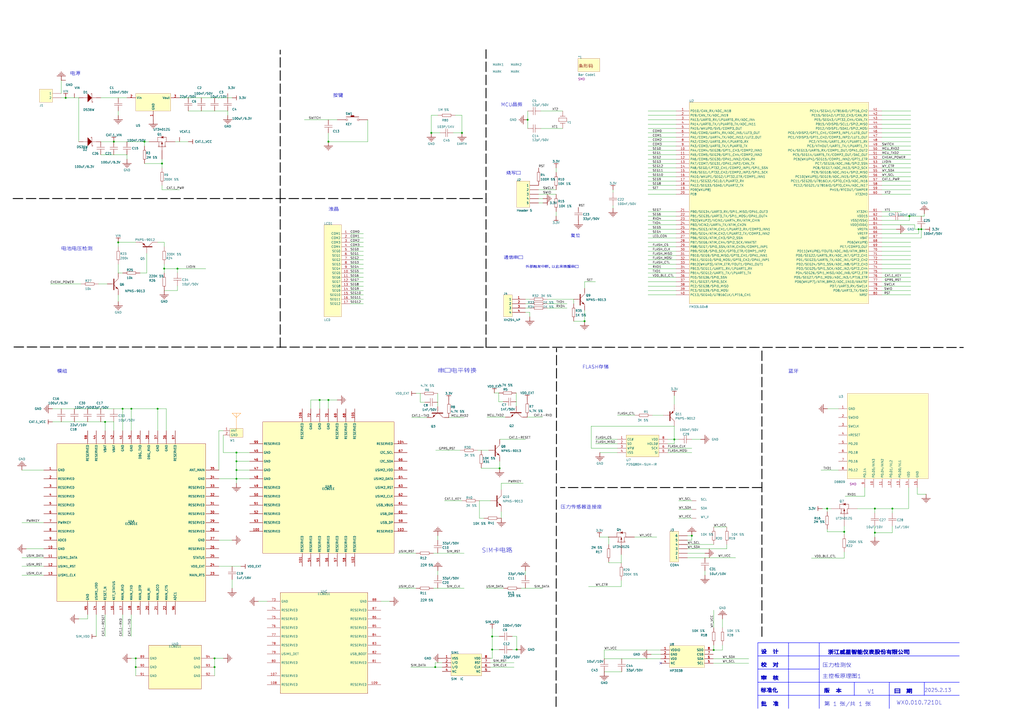
<source format=kicad_sch>
(kicad_sch (version 20250114) (generator "eeschema") (generator_version "9.0")
  (paper "A2")
  (lib_symbols
    (symbol "PMTF-altium-import:3.3V_BAR" (power)
      (property "Value" "3.3V" (at 0 -3.81 0))
      (symbol "3.3V_BAR_0_0"
        (pin power_in line (at 0 0 0) (length 0) (hide yes) (name "3.3V") (number ""))
      )
    )
    (symbol "PMTF-altium-import:CAT.1_VCC_BAR" (power)
      (property "Value" "CAT.1_VCC" (at 0 -3.81 0))
      (symbol "CAT.1_VCC_BAR_0_0"
        (pin power_in line (at 0 0 0) (length 0) (hide yes) (name "CAT.1_VCC") (number ""))
      )
    )
    (symbol "PMTF-altium-import:CAT.1_VIN_BAR" (power)
      (property "Value" "CAT.1_VIN" (at 0 -3.81 0))
      (symbol "CAT.1_VIN_BAR_0_0"
        (pin power_in line (at 0 0 0) (length 0) (hide yes) (name "CAT.1_VIN") (number ""))
      )
    )
    (symbol "PMTF-altium-import:EARTH_POWER_GROUND" (power)
      (property "Value" "EARTH" (at 0 -6.35 0))
      (symbol "EARTH_POWER_GROUND_0_0"
        (pin power_in line (at 0 0 0) (length 0) (hide yes) (name "EARTH") (number ""))
      )
    )
    (symbol "PMTF-altium-import:GND_POWER_GROUND" (power)
      (property "Value" "GND" (at 0 -6.35 0))
      (symbol "GND_POWER_GROUND_0_0"
        (pin power_in line (at 0 0 0) (length 0) (hide yes) (name "GND") (number ""))
      )
    )
    (symbol "PMTF-altium-import:SIM_VDD_BAR" (power)
      (property "Value" "SIM_VDD" (at 0 -3.81 0))
      (symbol "SIM_VDD_BAR_0_0"
        (pin power_in line (at 0 0 0) (length 0) (hide yes) (name "SIM_VDD") (number ""))
      )
    )
    (symbol "PMTF-altium-import:VDD_EXT_BAR" (power)
      (property "Value" "VDD_EXT" (at 0 -3.81 0))
      (symbol "VDD_EXT_BAR_0_0"
        (pin power_in line (at 0 0 0) (length 0) (hide yes) (name "VDD_EXT") (number ""))
      )
    )
    (symbol "PMTF-altium-import:VIN_BAR" (power)
      (property "Value" "VIN" (at 0 -3.81 0))
      (symbol "VIN_BAR_0_0"
        (pin power_in line (at 0 0 0) (length 0) (hide yes) (name "VIN") (number ""))
      )
    )
    (symbol "PMTF-altium-import:root_0_01_DB809_Database_Libs2.DbLib"
      (symbol "root_0_01_DB809_Database_Libs2.DbLib_1_0"
        (pin passive line (at -15.24 7.62 0) (length 5.08) (name "GND") (number "1"))
        (pin passive line (at -15.24 2.54 0) (length 5.08) (name "SWDIO") (number "2"))
        (pin passive line (at -15.24 -2.54 0) (length 5.08) (name "SWCLK") (number "3"))
        (pin passive line (at -15.24 -7.62 0) (length 5.08) (name "nRESET") (number "4"))
        (pin passive line (at -15.24 -12.7 0) (length 5.08) (name "P0.20") (number "5"))
        (pin passive line (at -15.24 -17.78 0) (length 5.08) (name "P0.18") (number "6"))
        (pin passive line (at -15.24 -22.86 0) (length 5.08) (name "P0.16") (number "7"))
        (pin passive line (at -15.24 -27.94 0) (length 5.08) (name "P0.12") (number "8"))
        (pin passive line (at 0 -38.1 90) (length 5.08) (name "P0.14") (number "9"))
        (pin passive line (at 5.08 -38.1 90) (length 5.08) (name "P0.05/AIN3") (number "10"))
        (pin passive line (at 10.16 -38.1 90) (length 5.08) (name "P0.04/AIN2") (number "11"))
        (pin passive line (at 15.24 -38.1 90) (length 5.08) (name "P0.01/XL2") (number "12"))
        (pin passive line (at 20.32 -38.1 90) (length 5.08) (name "P0.00/XL1") (number "13"))
        (pin passive line (at 25.4 -38.1 90) (length 5.08) (name "VDD") (number "14"))
        (pin passive line (at 30.48 -38.1 90) (length 5.08) (name "GND") (number "15"))
      )
    )
    (symbol "PMTF-altium-import:root_0_02_CE6232A33P_Database_Libs2.DbLib_0"
      (symbol "root_0_02_CE6232A33P_Database_Libs2.DbLib_0_1_0"
        (pin passive line (at -5.08 -2.54 0) (length 5.08) (name "Vin") (number "2"))
        (pin passive line (at 10.16 -15.24 90) (length 5.08) (name "GND") (number "1"))
        (pin passive line (at 25.4 -2.54 180) (length 5.08) (name "Vout") (number "3"))
      )
    )
    (symbol "PMTF-altium-import:root_0_02_DS36W_Database_Libs2.DbLib" (pin_numbers (hide yes)) (pin_names (hide yes))
      (symbol "root_0_02_DS36W_Database_Libs2.DbLib_1_0"
        (pin passive line (at 0 0 0) (length 2.54) (name "1") (number "1"))
        (pin passive line (at 12.7 0 180) (length 2.54) (name "2") (number "2"))
      )
    )
    (symbol "PMTF-altium-import:root_0_03_NPNS-9013_Database_Libs1.DbLib" (pin_numbers (hide yes)) (pin_names (hide yes))
      (symbol "root_0_03_NPNS-9013_Database_Libs1.DbLib_1_0"
        (pin passive line (at 0 0 0) (length 2.54) (name "B") (number "1"))
        (pin passive line (at 6.35 6.35 270) (length 2.54) (name "C") (number "3"))
        (pin passive line (at 6.35 -6.35 90) (length 2.54) (name "E") (number "2"))
      )
    )
    (symbol "PMTF-altium-import:root_0_03_NPNS-9013_Database_Libs2.DbLib" (pin_numbers (hide yes)) (pin_names (hide yes))
      (symbol "root_0_03_NPNS-9013_Database_Libs2.DbLib_1_0"
        (pin passive line (at 0 0 0) (length 2.54) (name "B") (number "1"))
        (pin passive line (at 6.35 6.35 270) (length 2.54) (name "C") (number "3"))
        (pin passive line (at 6.35 -6.35 90) (length 2.54) (name "E") (number "2"))
      )
    )
    (symbol "PMTF-altium-import:root_0_03_PNPS-9012_Database_Libs2.DbLib" (pin_numbers (hide yes)) (pin_names (hide yes))
      (symbol "root_0_03_PNPS-9012_Database_Libs2.DbLib_1_0"
        (pin passive line (at 0 0 0) (length 2.54) (name "B") (number "1"))
        (pin passive line (at 6.35 6.35 270) (length 2.54) (name "E") (number "2"))
        (pin passive line (at 6.35 -6.35 90) (length 2.54) (name "C") (number "3"))
      )
    )
    (symbol "PMTF-altium-import:root_0_04_P25Q80H-SUH-IR_Database_Libs2.DbLib"
      (symbol "root_0_04_P25Q80H-SUH-IR_Database_Libs2.DbLib_1_0"
        (pin passive line (at 0 10.16 0) (length 5.08) (name "CE#") (number "1"))
        (pin passive line (at 0 7.62 0) (length 5.08) (name "SO") (number "2"))
        (pin passive line (at 0 5.08 0) (length 5.08) (name "WP#") (number "3"))
        (pin passive line (at 0 2.54 0) (length 5.08) (name "VSS") (number "4"))
        (pin passive line (at 29.21 10.16 180) (length 5.08) (name "VDD") (number "8"))
        (pin passive line (at 29.21 7.62 180) (length 5.08) (name "HOLD#") (number "7"))
        (pin passive line (at 29.21 5.08 180) (length 5.08) (name "SCK") (number "6"))
        (pin passive line (at 29.21 2.54 180) (length 5.08) (name "SI") (number "5"))
      )
    )
    (symbol "PMTF-altium-import:root_0_05_AD_WXHJ_Bar Code_02_Database_Libs2.DbLib" (pin_numbers (hide yes)) (pin_names (hide yes))
      (symbol "root_0_05_AD_WXHJ_Bar Code_02_Database_Libs2.DbLib_1_0"
        (text "条形码" (at 0.254 2.032 0) (effects (font (size 1.905 1.905)) (justify left bottom)))
      )
    )
    (symbol "PMTF-altium-import:root_0_CC03JPO9_22P_Database_Libs2.DbLib" (pin_numbers (hide yes)) (pin_names (hide yes))
      (symbol "root_0_CC03JPO9_22P_Database_Libs2.DbLib_1_0"
        (pin passive line (at 2.54 2.54 270) (length 2.54) (name "1") (number "1"))
        (pin passive line (at 2.54 -5.08 90) (length 2.54) (name "2") (number "2"))
      )
    )
    (symbol "PMTF-altium-import:root_0_CC03K5R6_10U_Database_Libs2.DbLib" (pin_numbers (hide yes)) (pin_names (hide yes))
      (symbol "root_0_CC03K5R6_10U_Database_Libs2.DbLib_1_0"
        (pin passive line (at 2.54 2.54 270) (length 2.54) (name "1") (number "1"))
        (pin passive line (at 2.54 -5.08 90) (length 2.54) (name "2") (number "2"))
      )
    )
    (symbol "PMTF-altium-import:root_0_CC03K7R7_1U_Database_Libs1.DbLib" (pin_numbers (hide yes)) (pin_names (hide yes))
      (symbol "root_0_CC03K7R7_1U_Database_Libs1.DbLib_1_0"
        (pin passive line (at 2.54 2.54 270) (length 2.54) (name "1") (number "1"))
        (pin passive line (at 2.54 -5.08 90) (length 2.54) (name "2") (number "2"))
      )
    )
    (symbol "PMTF-altium-import:root_0_CC03K7R7_1U_Database_Libs2.DbLib" (pin_numbers (hide yes)) (pin_names (hide yes))
      (symbol "root_0_CC03K7R7_1U_Database_Libs2.DbLib_1_0"
        (pin passive line (at 2.54 2.54 270) (length 2.54) (name "1") (number "1"))
        (pin passive line (at 2.54 -5.08 90) (length 2.54) (name "2") (number "2"))
      )
    )
    (symbol "PMTF-altium-import:root_0_CC03K7R9_100N_Database_Libs2.DbLib" (pin_numbers (hide yes)) (pin_names (hide yes))
      (symbol "root_0_CC03K7R9_100N_Database_Libs2.DbLib_1_0"
        (pin passive line (at 2.54 2.54 270) (length 2.54) (name "1") (number "1"))
        (pin passive line (at 2.54 -5.08 90) (length 2.54) (name "2") (number "2"))
      )
    )
    (symbol "PMTF-altium-import:root_0_CC03KPO9_33P_Database_Libs2.DbLib" (pin_numbers (hide yes)) (pin_names (hide yes))
      (symbol "root_0_CC03KPO9_33P_Database_Libs2.DbLib_1_0"
        (pin passive line (at 2.54 2.54 270) (length 2.54) (name "1") (number "1"))
        (pin passive line (at 2.54 -5.08 90) (length 2.54) (name "2") (number "2"))
      )
    )
    (symbol "PMTF-altium-import:root_0_CC06M5R5_107P_Database_Libs2.DbLib" (pin_numbers (hide yes)) (pin_names (hide yes))
      (symbol "root_0_CC06M5R5_107P_Database_Libs2.DbLib_1_0"
        (pin passive line (at 2.54 2.54 270) (length 2.54) (name "1") (number "1"))
        (pin passive line (at 2.54 -5.08 90) (length 2.54) (name "2") (number "2"))
      )
    )
    (symbol "PMTF-altium-import:root_0_EC801E_未添加.SchLib"
      (symbol "root_0_EC801E_未添加.SchLib_1_0"
        (pin passive line (at -50.8 30.48 0) (length 7.62) (name "GND") (number "1"))
        (pin passive line (at -50.8 25.4 0) (length 7.62) (name "RESERVED") (number "2"))
        (pin passive line (at -50.8 20.32 0) (length 7.62) (name "RESERVED") (number "3"))
        (pin passive line (at -50.8 15.24 0) (length 7.62) (name "RESERVED") (number "4"))
        (pin passive line (at -50.8 10.16 0) (length 7.62) (name "RESERVED") (number "5"))
        (pin passive line (at -50.8 5.08 0) (length 7.62) (name "RESERVED") (number "6"))
        (pin passive line (at -50.8 0 0) (length 7.62) (name "PWRKEY") (number "7"))
        (pin passive line (at -50.8 -5.08 0) (length 7.62) (name "RESERVED") (number "8"))
        (pin passive line (at -50.8 -10.16 0) (length 7.62) (name "ADC0") (number "9"))
        (pin passive line (at -50.8 -15.24 0) (length 7.62) (name "GND") (number "10"))
        (pin passive line (at -50.8 -20.32 0) (length 7.62) (name "USIM1_DATA") (number "11"))
        (pin passive line (at -50.8 -25.4 0) (length 7.62) (name "USIM1_RST") (number "12"))
        (pin passive line (at -50.8 -30.48 0) (length 7.62) (name "UISM1_CLK") (number "13"))
        (pin passive line (at -25.4 53.34 270) (length 7.62) (name "RESERVED") (number "98"))
        (pin passive line (at -25.4 -53.34 90) (length 7.62) (name "GND") (number "95"))
        (pin passive line (at -20.32 53.34 270) (length 7.62) (name "RESERVED") (number "44"))
        (pin passive line (at -20.32 -53.34 90) (length 7.62) (name "USIM1_VDD") (number "14"))
        (pin passive line (at -15.24 53.34 270) (length 7.62) (name "VBAT") (number "43"))
        (pin passive line (at -15.24 -53.34 90) (length 7.62) (name "RESET_N") (number "15"))
        (pin passive line (at -10.16 53.34 270) (length 7.62) (name "VBAT") (number "42"))
        (pin passive line (at -10.16 -53.34 90) (length 7.62) (name "NET_STATUS") (number "16"))
        (pin passive line (at -5.08 53.34 270) (length 7.62) (name "GND") (number "41"))
        (pin passive line (at -5.08 -53.34 90) (length 7.62) (name "MAIN_RXD") (number "17"))
        (pin passive line (at 0 53.34 270) (length 7.62) (name "GND") (number "40"))
        (pin passive line (at 0 -53.34 90) (length 7.62) (name "MAIN_TXD") (number "18"))
        (pin passive line (at 5.08 53.34 270) (length 7.62) (name "DBG_TXD") (number "39"))
        (pin passive line (at 5.08 -53.34 90) (length 7.62) (name "MAIN_DTR") (number "19"))
        (pin passive line (at 10.16 53.34 270) (length 7.62) (name "DBG_RXD") (number "38"))
        (pin passive line (at 10.16 -53.34 90) (length 7.62) (name "MAIN_RI") (number "20"))
        (pin passive line (at 15.24 53.34 270) (length 7.62) (name "GND") (number "37"))
        (pin passive line (at 15.24 -53.34 90) (length 7.62) (name "MAIN_DCD") (number "21"))
        (pin passive line (at 20.32 53.34 270) (length 7.62) (name "GND") (number "36"))
        (pin passive line (at 20.32 -53.34 90) (length 7.62) (name "MAIN_CTS") (number "22"))
        (pin passive line (at 25.4 53.34 270) (length 7.62) (name "RESERVED") (number "97"))
        (pin passive line (at 25.4 -53.34 90) (length 7.62) (name "ADC1") (number "96"))
        (pin passive line (at 50.8 30.48 180) (length 7.62) (name "ANT_MAIN") (number "35"))
        (pin passive line (at 50.8 25.4 180) (length 7.62) (name "GND") (number "34"))
        (pin passive line (at 50.8 20.32 180) (length 7.62) (name "RESERVED") (number "33"))
        (pin passive line (at 50.8 15.24 180) (length 7.62) (name "RESERVED") (number "32"))
        (pin passive line (at 50.8 10.16 180) (length 7.62) (name "RESERVED") (number "31"))
        (pin passive line (at 50.8 5.08 180) (length 7.62) (name "RESERVED") (number "30"))
        (pin passive line (at 50.8 0 180) (length 7.62) (name "RESERVED") (number "29"))
        (pin passive line (at 50.8 -5.08 180) (length 7.62) (name "RESERVED") (number "28"))
        (pin passive line (at 50.8 -10.16 180) (length 7.62) (name "GND") (number "27"))
        (pin passive line (at 50.8 -15.24 180) (length 7.62) (name "RESERVED") (number "26"))
        (pin passive line (at 50.8 -20.32 180) (length 7.62) (name "STATUS") (number "25"))
        (pin passive line (at 50.8 -25.4 180) (length 7.62) (name "VDD_EXT") (number "24"))
        (pin passive line (at 50.8 -30.48 180) (length 7.62) (name "MAIN_RTS") (number "23"))
      )
      (symbol "root_0_EC801E_未添加.SchLib_2_0"
        (pin passive line (at -45.72 25.4 0) (length 7.62) (name "RESERVED") (number "99"))
        (pin passive line (at -45.72 20.32 0) (length 7.62) (name "GND") (number "45"))
        (pin passive line (at -45.72 15.24 0) (length 7.62) (name "GND") (number "46"))
        (pin passive line (at -45.72 10.16 0) (length 7.62) (name "GND") (number "47"))
        (pin passive line (at -45.72 5.08 0) (length 7.62) (name "GND") (number "48"))
        (pin passive line (at -45.72 0 0) (length 7.62) (name "RESERVED") (number "49"))
        (pin passive line (at -45.72 -5.08 0) (length 7.62) (name "RESERVED") (number "50"))
        (pin passive line (at -45.72 -10.16 0) (length 7.62) (name "RESERVED") (number "51"))
        (pin passive line (at -45.72 -15.24 0) (length 7.62) (name "RESERVED") (number "52"))
        (pin passive line (at -45.72 -20.32 0) (length 7.62) (name "RESERVED") (number "53"))
        (pin passive line (at -45.72 -25.4 0) (length 7.62) (name "RESERVED") (number "100"))
        (pin passive line (at -15.24 45.72 270) (length 7.62) (name "RESERVED") (number "106"))
        (pin passive line (at -15.24 -45.72 90) (length 7.62) (name "RESERVED") (number "101"))
        (pin passive line (at -10.16 45.72 270) (length 7.62) (name "GND") (number "72"))
        (pin passive line (at -10.16 -45.72 90) (length 7.62) (name "RESERVED") (number "54"))
        (pin passive line (at -5.08 45.72 270) (length 7.62) (name "GND") (number "71"))
        (pin passive line (at -5.08 -45.72 90) (length 7.62) (name "RESERVED") (number "55"))
        (pin passive line (at 0 45.72 270) (length 7.62) (name "GND") (number "70"))
        (pin passive line (at 0 -45.72 90) (length 7.62) (name "RESERVED") (number "56"))
        (pin passive line (at 5.08 45.72 270) (length 7.62) (name "RESERVED") (number "69"))
        (pin passive line (at 5.08 -45.72 90) (length 7.62) (name "RESERVED") (number "57"))
        (pin passive line (at 10.16 45.72 270) (length 7.62) (name "RESERVED") (number "68"))
        (pin passive line (at 10.16 -45.72 90) (length 7.62) (name "RESERVED") (number "58"))
        (pin passive line (at 15.24 45.72 270) (length 7.62) (name "RESERVED") (number "105"))
        (pin passive line (at 15.24 -45.72 90) (length 7.62) (name "RESERVED") (number "102"))
        (pin passive line (at 45.72 25.4 180) (length 7.62) (name "RESERVED") (number "104"))
        (pin passive line (at 45.72 20.32 180) (length 7.62) (name "I2C_SCL") (number "67"))
        (pin passive line (at 45.72 15.24 180) (length 7.62) (name "I2C_SDA") (number "66"))
        (pin passive line (at 45.72 10.16 180) (length 7.62) (name "USIM2_VDD") (number "65"))
        (pin passive line (at 45.72 5.08 180) (length 7.62) (name "USIM2_DATA") (number "64"))
        (pin passive line (at 45.72 0 180) (length 7.62) (name "USIM2_RST") (number "63"))
        (pin passive line (at 45.72 -5.08 180) (length 7.62) (name "USIM2_CLK") (number "62"))
        (pin passive line (at 45.72 -10.16 180) (length 7.62) (name "USB_VBUS") (number "61"))
        (pin passive line (at 45.72 -15.24 180) (length 7.62) (name "USB_DM") (number "60"))
        (pin passive line (at 45.72 -20.32 180) (length 7.62) (name "USB_DP") (number "59"))
        (pin passive line (at 45.72 -25.4 180) (length 7.62) (name "RESERVED") (number "103"))
      )
      (symbol "root_0_EC801E_未添加.SchLib_3_0"
        (pin passive line (at -33.02 -5.08 0) (length 7.62) (name "GND") (number "73"))
        (pin passive line (at -33.02 -10.16 0) (length 7.62) (name "RESERVED") (number "74"))
        (pin passive line (at -33.02 -15.24 0) (length 7.62) (name "RESERVED") (number "75"))
        (pin passive line (at -33.02 -20.32 0) (length 7.62) (name "RESERVED") (number "76"))
        (pin passive line (at -33.02 -25.4 0) (length 7.62) (name "RESERVED") (number "77"))
        (pin passive line (at -33.02 -30.48 0) (length 7.62) (name "RESERVED") (number "78"))
        (pin passive line (at -33.02 -35.56 0) (length 7.62) (name "USIM1_DET") (number "79"))
        (pin passive line (at -33.02 -40.64 0) (length 7.62) (name "RESERVED") (number "80"))
        (pin passive line (at -33.02 -48.26 0) (length 7.62) (name "RESERVED") (number "107"))
        (pin passive line (at -33.02 -53.34 0) (length 7.62) (name "RESERVED") (number "108"))
        (pin passive line (at 33.02 -5.08 180) (length 7.62) (name "GND") (number "88"))
        (pin passive line (at 33.02 -10.16 180) (length 7.62) (name "RESERVED") (number "87"))
        (pin passive line (at 33.02 -15.24 180) (length 7.62) (name "RESERVED") (number "86"))
        (pin passive line (at 33.02 -20.32 180) (length 7.62) (name "RESERVED") (number "85"))
        (pin passive line (at 33.02 -25.4 180) (length 7.62) (name "RESERVED") (number "84"))
        (pin passive line (at 33.02 -30.48 180) (length 7.62) (name "RESERVED") (number "83"))
        (pin passive line (at 33.02 -35.56 180) (length 7.62) (name "USB_BOOT") (number "82"))
        (pin passive line (at 33.02 -40.64 180) (length 7.62) (name "RESERVED") (number "81"))
        (pin passive line (at 33.02 -53.34 180) (length 7.62) (name "RESERVED") (number "109"))
      )
      (symbol "root_0_EC801E_未添加.SchLib_4_0"
        (pin passive line (at -22.86 -7.62 0) (length 7.62) (name "GND") (number "89"))
        (pin passive line (at -22.86 -12.7 0) (length 7.62) (name "GND") (number "90"))
        (pin passive line (at -22.86 -17.78 0) (length 7.62) (name "GND") (number "91"))
        (pin passive line (at 22.86 -7.62 180) (length 7.62) (name "GND") (number "94"))
        (pin passive line (at 22.86 -12.7 180) (length 7.62) (name "GND") (number "93"))
        (pin passive line (at 22.86 -17.78 180) (length 7.62) (name "GND") (number "92"))
      )
    )
    (symbol "PMTF-altium-import:root_0_FM33LG0x8_FM_MCU.SCHLIB"
      (symbol "root_0_FM33LG0x8_FM_MCU.SCHLIB_1_0"
        (pin passive line (at -53.34 53.34 0) (length 7.62) (name "PD10/CAN_RX/ADC_IN18") (number "1"))
        (pin passive line (at -53.34 50.8 0) (length 7.62) (name "PE9/CAN_TX/ADC_IN19") (number "2"))
        (pin passive line (at -53.34 48.26 0) (length 7.62) (name "PA13/UART0_RX/LPUART0_RX/ADC_IN4") (number "3"))
        (pin passive line (at -53.34 45.72 0) (length 7.62) (name "PA14/UART0_TX/LPUART0_TX/ADC_IN11") (number "4"))
        (pin passive line (at -53.34 43.18 0) (length 7.62) (name "PA15/WKUP0/SVS/COMP3_OUT") (number "5"))
        (pin passive line (at -53.34 40.64 0) (length 7.62) (name "PA0/COM0/UART4_RX/ADC_IN5/LUT3_OUT") (number "6"))
        (pin passive line (at -53.34 38.1 0) (length 7.62) (name "PA1/COM1/UART4_TX/ADC_IN12/LUT2_OUT") (number "7"))
        (pin passive line (at -53.34 35.56 0) (length 7.62) (name "PA2/COM2/UART0_RX/LPUART0_RX") (number "8"))
        (pin passive line (at -53.34 33.02 0) (length 7.62) (name "PA3/COM3/UART0_TX/LPUART0_TX") (number "9"))
        (pin passive line (at -53.34 30.48 0) (length 7.62) (name "PA4/COM4/SEG28/GPT1_CH3/COMP2_INN1") (number "10"))
        (pin passive line (at -53.34 27.94 0) (length 7.62) (name "PA5/COM5/SEG29/GPT1_CH4/COMP2_INN2") (number "11"))
        (pin passive line (at -53.34 25.4 0) (length 7.62) (name "PA6/COM6/SEG30/OPA1_INN2/CAN_RX") (number "12"))
        (pin passive line (at -53.34 22.86 0) (length 7.62) (name "PA7/COM7/SEG31/OPA1_INP2/CAN_TX") (number "13"))
        (pin passive line (at -53.34 20.32 0) (length 7.62) (name "PA8/SEG0/LPT32_CH1/COMP2_INP1/SPI1_SSN") (number "14"))
        (pin passive line (at -53.34 17.78 0) (length 7.62) (name "PA9/SEG1/LPT32_CH2/COMP2_INP2/SPI1_SCK") (number "15"))
        (pin passive line (at -53.34 15.24 0) (length 7.62) (name "PA10/WKUP1/SEG2/LPT32_ETR/COMP1_INN1") (number "16"))
        (pin passive line (at -53.34 12.7 0) (length 7.62) (name "PA11/SEG32/SCL0/LPUART2_RX") (number "17"))
        (pin passive line (at -53.34 10.16 0) (length 7.62) (name "PA12/SEG33/SDA0/LPUART2_TX") (number "18"))
        (pin passive line (at -53.34 7.62 0) (length 7.62) (name "PD9(WKUP8)") (number "19"))
        (pin passive line (at -53.34 5.08 0) (length 7.62) (name "PE8") (number "20"))
        (pin passive line (at -53.34 -5.08 0) (length 7.62) (name "PB0/SEG34/UART3_RX/SPI1_MISO/OPA1_OUT3") (number "21"))
        (pin passive line (at -53.34 -7.62 0) (length 7.62) (name "PB1/SEG35/UART3_TX/SPI1_MOSI/OPA1_OUT4") (number "22"))
        (pin passive line (at -53.34 -10.16 0) (length 7.62) (name "PB2(WKUP2)/VCIN1/UART4_RX/ATIM_CHIN") (number "23"))
        (pin passive line (at -53.34 -12.7 0) (length 7.62) (name "PB3/VCIN2/UART4_TX/ATIM_CH2N") (number "24"))
        (pin passive line (at -53.34 -15.24 0) (length 7.62) (name "PB4/SEG3/ATIM_CH1/LPUART2_RX/COMP3_INN1") (number "25"))
        (pin passive line (at -53.34 -17.78 0) (length 7.62) (name "PB5/SEG4/ATIM_CH2/LPUART2_TX/COMP3_INN2") (number "26"))
        (pin passive line (at -53.34 -20.32 0) (length 7.62) (name "PB6/SEG5/ATIM_CH3/SPI2_SSN") (number "27"))
        (pin passive line (at -53.34 -22.86 0) (length 7.62) (name "PB7/SEG6/ATIM_CH4/SPI2_SCK/ANATST") (number "28"))
        (pin passive line (at -53.34 -25.4 0) (length 7.62) (name "PB8/SEG7/SPI0_SSN/ATIM_CH3N/COMP1_INP1") (number "29"))
        (pin passive line (at -53.34 -27.94 0) (length 7.62) (name "PB9/SEG8/SPI0_SCK/GPT0_ETR/COMP1_INP2") (number "30"))
        (pin passive line (at -53.34 -30.48 0) (length 7.62) (name "PB10/SEG9/SPI0_MISO/GPT0_CH1/OPA1_INN1") (number "31"))
        (pin passive line (at -53.34 -33.02 0) (length 7.62) (name "PB11/SEG10/SPI0_MOSI/GPT0_CH2/OPA1_INP1") (number "32"))
        (pin passive line (at -53.34 -35.56 0) (length 7.62) (name "PB12(WKUP3)/ATIM_ETR/FOUT1/OPA1_OUT1") (number "33"))
        (pin passive line (at -53.34 -38.1 0) (length 7.62) (name "PB13/SEG11/UART1_RX/LPUART1_RX") (number "34"))
        (pin passive line (at -53.34 -40.64 0) (length 7.62) (name "PB14/SEG12/UART1_TX/LPUART1_TX") (number "35"))
        (pin passive line (at -53.34 -43.18 0) (length 7.62) (name "PE0/SEG36/SPI0_SSN") (number "36"))
        (pin passive line (at -53.34 -45.72 0) (length 7.62) (name "PE1/SEG37/SPI0_SCK") (number "37"))
        (pin passive line (at -53.34 -48.26 0) (length 7.62) (name "PE2/SEG38/SPI0_MISO") (number "38"))
        (pin passive line (at -53.34 -50.8 0) (length 7.62) (name "PE3/SEG39/SPI0_MOSI") (number "39"))
        (pin passive line (at -53.34 -53.34 0) (length 7.62) (name "PC13/SEG40/U7816CLK/LPT16_CH1") (number "40"))
        (pin passive line (at 66.04 53.34 180) (length 7.62) (name "PC14/SEG41/U7816IO/LPT16_CH2") (number "41"))
        (pin passive line (at 66.04 50.8 180) (length 7.62) (name "PC15/SEG42/LPT32_CH3/CAN_RX") (number "42"))
        (pin passive line (at 66.04 48.26 180) (length 7.62) (name "PE5/SEG43/LPT32_CH4/CAN_TX") (number "43"))
        (pin passive line (at 66.04 45.72 180) (length 7.62) (name "PB15/VDISP0/SCL1/SPI2_MISO") (number "44"))
        (pin passive line (at 66.04 43.18 180) (length 7.62) (name "PD12/VDISP1/SDA1/SPI2_MOSI") (number "45"))
        (pin passive line (at 66.04 40.64 180) (length 7.62) (name "PC0/VDISP2/GPT1_CH1/COMP3_INP1/LUT0_OUT") (number "46"))
        (pin passive line (at 66.04 38.1 180) (length 7.62) (name "PC1/VDISP3/GPT1_CH2/COMP3_INP2/LUT1_OUT") (number "47"))
        (pin passive line (at 66.04 35.56 180) (length 7.62) (name "PC2/XTHIN/UART1_RX/LPUART1_RX") (number "48"))
        (pin passive line (at 66.04 33.02 180) (length 7.62) (name "PC3/XTHOUT/UART1_TX/LPUART1_TX") (number "49"))
        (pin passive line (at 66.04 30.48 180) (length 7.62) (name "PC4/SEG13/UART5_RX/COMP1_OUT/OPA1_OUT2") (number "50"))
        (pin passive line (at 66.04 27.94 180) (length 7.62) (name "PC5/SEG14/UART5_TX/COMP2_OUT/DAC_OUT") (number "51"))
        (pin passive line (at 66.04 25.4 180) (length 7.62) (name "PC6(WKUP4)/SEG15/COMP1_INN2/GPT1_ETR") (number "52"))
        (pin passive line (at 66.04 22.86 180) (length 7.62) (name "PC7/SEG16/ADC_IN6/SPI2_SSN") (number "53"))
        (pin passive line (at 66.04 20.32 180) (length 7.62) (name "PC8/SEG17/ADC_IN13/SPI2_SCK") (number "54"))
        (pin passive line (at 66.04 17.78 180) (length 7.62) (name "PC9/SEG18/ADC_IN14/SPI2_MISO") (number "55"))
        (pin passive line (at 66.04 15.24 180) (length 7.62) (name "PC10(WKUP5)/SEG19/ADC_IN15/SPI2_MOSI") (number "56"))
        (pin passive line (at 66.04 12.7 180) (length 7.62) (name "PC11/SEG20/U7816CLK/GPTO_CH3/ADC_IN16") (number "57"))
        (pin passive line (at 66.04 10.16 180) (length 7.62) (name "PC12/SEG21/U7816IO/GPTO_CH4/ADC_IN17") (number "58"))
        (pin passive line (at 66.04 7.62 180) (length 7.62) (name "PH15/RTCOUT/TAMPER") (number "59"))
        (pin passive line (at 66.04 5.08 180) (length 7.62) (name "XT32KO") (number "60"))
        (pin passive line (at 66.04 -5.08 180) (length 7.62) (name "XT32KI") (number "61"))
        (pin passive line (at 66.04 -7.62 180) (length 7.62) (name "VDD15") (number "62"))
        (pin passive line (at 66.04 -10.16 180) (length 7.62) (name "VSS(VSSA)") (number "63"))
        (pin passive line (at 66.04 -12.7 180) (length 7.62) (name "VDD(VDDA)") (number "64"))
        (pin passive line (at 66.04 -15.24 180) (length 7.62) (name "VREFN") (number "65"))
        (pin passive line (at 66.04 -17.78 180) (length 7.62) (name "VREFP") (number "66"))
        (pin passive line (at 66.04 -20.32 180) (length 7.62) (name "VBAT") (number "67"))
        (pin passive line (at 66.04 -22.86 180) (length 7.62) (name "PE6(WKUP9)") (number "68"))
        (pin passive line (at 66.04 -25.4 180) (length 7.62) (name "PE7/COMP3_OUT") (number "69"))
        (pin passive line (at 66.04 -27.94 180) (length 7.62) (name "PD11(WKUP6)/FOUT0/ADC_IN0/ATIM_BRK1") (number "70"))
        (pin passive line (at 66.04 -30.48 180) (length 7.62) (name "PD0/SEG22/UART5_RX/ADC_IN7/GPT2_CH1") (number "71"))
        (pin passive line (at 66.04 -33.02 180) (length 7.62) (name "PD1/SEG23/UART5_TX/ADC_IN1/GPT2_CH2") (number "72"))
        (pin passive line (at 66.04 -35.56 180) (length 7.62) (name "PD2/SEG24/SPI1_SSN/ADC_IN8/GPT2_CH3") (number "73"))
        (pin passive line (at 66.04 -38.1 180) (length 7.62) (name "PD3/SEG25/SPI1_SCK/ADC_IN2/GPT2_CH4") (number "74"))
        (pin passive line (at 66.04 -40.64 180) (length 7.62) (name "PD4/SEG26/SPI1_MISO/ADC_IN9/GPT2_ETR") (number "75"))
        (pin passive line (at 66.04 -43.18 180) (length 7.62) (name "PD5/SEG27/SPI1_MOSI/ADC_IN3/LPT16_ETR") (number "76"))
        (pin passive line (at 66.04 -45.72 180) (length 7.62) (name "PD6(WKUP7)/ATIM_BRK2/ADC_1N10/ANATST") (number "77"))
        (pin passive line (at 66.04 -48.26 180) (length 7.62) (name "PD7/UART3_RX/SWCLK") (number "78"))
        (pin passive line (at 66.04 -50.8 180) (length 7.62) (name "PD8/UART3_TX/SWIO") (number "79"))
        (pin passive line (at 66.04 -53.34 180) (length 7.62) (name "NRST") (number "80"))
      )
    )
    (symbol "PMTF-altium-import:root_0_HP303B_Schlib2.SchLib"
      (symbol "root_0_HP303B_Schlib2.SchLib_1_0"
        (pin passive line (at -15.24 7.62 0) (length 5.08) (name "VDDIO") (number "1"))
        (pin passive line (at -15.24 5.08 0) (length 5.08) (name "GND") (number "2"))
        (pin passive line (at -15.24 2.54 0) (length 5.08) (name "VDD") (number "3"))
        (pin passive line (at -15.24 0 0) (length 5.08) (name "NC") (number "4"))
        (pin passive line (at 15.24 7.62 180) (length 5.08) (name "SDO") (number "8"))
        (pin passive line (at 15.24 5.08 180) (length 5.08) (name "CSB") (number "7"))
        (pin passive line (at 15.24 2.54 180) (length 5.08) (name "SDA") (number "6"))
        (pin passive line (at 15.24 0 180) (length 5.08) (name "SCL") (number "5"))
      )
    )
    (symbol "PMTF-altium-import:root_0_MARK_Database_Libs2.DbLib" (pin_numbers (hide yes)) (pin_names (hide yes)))
    (symbol "PMTF-altium-import:root_0_RC03JF_3K_Database_Libs1.DbLib" (pin_numbers (hide yes)) (pin_names (hide yes))
      (symbol "root_0_RC03JF_3K_Database_Libs1.DbLib_1_0"
        (pin passive line (at 0 0 0) (length 2.54) (name "1") (number "1"))
        (pin passive line (at 10.16 0 180) (length 2.54) (name "2") (number "2"))
      )
    )
    (symbol "PMTF-altium-import:root_0_RC03J_10K_Database_Libs2.DbLib" (pin_numbers (hide yes)) (pin_names (hide yes))
      (symbol "root_0_RC03J_10K_Database_Libs2.DbLib_1_0"
        (pin passive line (at 0 0 0) (length 2.54) (name "1") (number "1"))
        (pin passive line (at 10.16 0 180) (length 2.54) (name "2") (number "2"))
      )
    )
    (symbol "PMTF-altium-import:root_0_RC03J_1M_Database_Libs2.DbLib" (pin_numbers (hide yes)) (pin_names (hide yes))
      (symbol "root_0_RC03J_1M_Database_Libs2.DbLib_1_0"
        (pin passive line (at 0 0 0) (length 2.54) (name "1") (number "1"))
        (pin passive line (at 10.16 0 180) (length 2.54) (name "2") (number "2"))
      )
    )
    (symbol "PMTF-altium-import:root_0_RC03J_22R_Database_Libs2.DbLib" (pin_numbers (hide yes)) (pin_names (hide yes))
      (symbol "root_0_RC03J_22R_Database_Libs2.DbLib_1_0"
        (pin passive line (at 0 0 0) (length 2.54) (name "1") (number "1"))
        (pin passive line (at 10.16 0 180) (length 2.54) (name "2") (number "2"))
      )
    )
    (symbol "PMTF-altium-import:root_0_RC03J_3K_Database_Libs2.DbLib" (pin_numbers (hide yes)) (pin_names (hide yes))
      (symbol "root_0_RC03J_3K_Database_Libs2.DbLib_1_0"
        (pin passive line (at 0 0 0) (length 2.54) (name "1") (number "1"))
        (pin passive line (at 10.16 0 180) (length 2.54) (name "2") (number "2"))
      )
    )
    (symbol "PMTF-altium-import:root_0_RC03J_4.7K_Database_Libs2.DbLib" (pin_numbers (hide yes)) (pin_names (hide yes))
      (symbol "root_0_RC03J_4.7K_Database_Libs2.DbLib_1_0"
        (pin passive line (at 0 0 0) (length 2.54) (name "1") (number "1"))
        (pin passive line (at 10.16 0 180) (length 2.54) (name "2") (number "2"))
      )
    )
    (symbol "PMTF-altium-import:root_0_RES_CBB_Lib_SCH.SchLib" (pin_numbers (hide yes)) (pin_names (hide yes))
      (symbol "root_0_RES_CBB_Lib_SCH.SchLib_1_0"
        (pin passive line (at -5.08 0 0) (length 2.54) (name "") (number "1"))
        (pin passive line (at 5.08 0 180) (length 2.54) (name "") (number "2"))
      )
    )
    (symbol "PMTF-altium-import:root_0_SIMCARD_1_PCB_Project.SCHLIB"
      (symbol "root_0_SIMCARD_1_PCB_Project.SCHLIB_1_0"
        (pin passive line (at -5.08 -2.54 0) (length 5.08) (name "VSS") (number "1"))
        (pin passive line (at -5.08 -5.08 0) (length 5.08) (name "I/O") (number "2"))
        (pin passive line (at -5.08 -7.62 0) (length 5.08) (name "I/O") (number "3"))
        (pin passive line (at -5.08 -10.16 0) (length 5.08) (name "NC") (number "4"))
        (pin passive line (at 22.86 -2.54 180) (length 5.08) (name "VDD") (number "8"))
        (pin passive line (at 22.86 -5.08 180) (length 5.08) (name "RST") (number "7"))
        (pin passive line (at 22.86 -7.62 180) (length 5.08) (name "CLK") (number "6"))
        (pin passive line (at 22.86 -10.16 180) (length 5.08) (name "NC") (number "5"))
      )
    )
    (symbol "PMTF-altium-import:root_0_SW-PB_Free Documents.IntLib" (pin_numbers (hide yes)) (pin_names (hide yes))
      (symbol "root_0_SW-PB_Free Documents.IntLib_1_0"
        (pin passive line (at -8.89 0 0) (length 5.08) (name "1") (number "1"))
        (pin passive line (at 8.89 0 180) (length 5.08) (name "2") (number "2"))
      )
    )
    (symbol "PMTF-altium-import:root_0_TEST-PAD_Database_Libs2.DbLib_0" (pin_numbers (hide yes)) (pin_names (hide yes))
      (symbol "root_0_TEST-PAD_Database_Libs2.DbLib_0_1_0"
        (pin passive line (at 0 0 90) (length 2.54) (name "1") (number "1"))
      )
    )
    (symbol "PMTF-altium-import:root_0_XH254_4P_Database_Libs1.DbLib"
      (symbol "root_0_XH254_4P_Database_Libs1.DbLib_1_0"
        (pin passive line (at 12.7 -2.54 180) (length 7.62) (name "1") (number "1"))
        (pin passive line (at 12.7 -5.08 180) (length 7.62) (name "2") (number "2"))
        (pin passive line (at 12.7 -7.62 180) (length 7.62) (name "3") (number "3"))
        (pin passive line (at 12.7 -10.16 180) (length 7.62) (name "4") (number "4"))
      )
    )
    (symbol "PMTF-altium-import:root_0_mirrored_Header 2_CBB_Lib_SCH.SchLib" (pin_numbers (hide yes))
      (symbol "root_0_mirrored_Header 2_CBB_Lib_SCH.SchLib_1_0"
        (pin passive line (at 5.08 -2.54 180) (length 5.08) (name "1") (number "1"))
        (pin passive line (at 5.08 -5.08 180) (length 5.08) (name "2") (number "2"))
      )
    )
    (symbol "PMTF-altium-import:root_0_mirrored_Header 5_CBB_Lib_SCH.SchLib" (pin_numbers (hide yes))
      (symbol "root_0_mirrored_Header 5_CBB_Lib_SCH.SchLib_1_0"
        (pin passive line (at 5.08 -2.54 180) (length 5.08) (name "1") (number "1"))
        (pin passive line (at 5.08 -5.08 180) (length 5.08) (name "2") (number "2"))
        (pin passive line (at 5.08 -7.62 180) (length 5.08) (name "3") (number "3"))
        (pin passive line (at 5.08 -10.16 180) (length 5.08) (name "4") (number "4"))
        (pin passive line (at 5.08 -12.7 180) (length 5.08) (name "5") (number "5"))
      )
    )
    (symbol "PMTF-altium-import:root_0_天线_Database_Libs2.DbLib"
      (symbol "root_0_天线_Database_Libs2.DbLib_1_0"
        (pin passive line (at -5.08 0 0) (length 3.81) (name "ANT") (number "1"))
        (pin passive line (at -5.08 -2.54 0) (length 3.81) (name "GND") (number "2"))
      )
    )
    (symbol "PMTF-altium-import:root_1_03_PNPS-9012_Database_Libs2.DbLib" (pin_numbers (hide yes)) (pin_names (hide yes))
      (symbol "root_1_03_PNPS-9012_Database_Libs2.DbLib_1_0"
        (pin passive line (at -6.35 6.35 0) (length 2.54) (name "E") (number "2"))
        (pin passive line (at 0 0 90) (length 2.54) (name "B") (number "1"))
        (pin passive line (at 6.35 6.35 180) (length 2.54) (name "C") (number "3"))
      )
    )
    (symbol "PMTF-altium-import:root_1_04_XTALSG7QD_32.768kD_Database_Libs2.DbLib" (pin_numbers (hide yes)) (pin_names (hide yes))
      (symbol "root_1_04_XTALSG7QD_32.768kD_Database_Libs2.DbLib_1_0"
        (pin passive line (at 2.54 7.62 270) (length 2.54) (name "2") (number "2"))
        (pin passive line (at 2.54 -2.54 90) (length 2.54) (name "1") (number "1"))
      )
    )
    (symbol "PMTF-altium-import:root_1_CC03JPO9_12P_Database_Libs2.DbLib" (pin_numbers (hide yes)) (pin_names (hide yes))
      (symbol "root_1_CC03JPO9_12P_Database_Libs2.DbLib_1_0"
        (pin passive line (at -2.54 2.54 0) (length 2.54) (name "1") (number "1"))
        (pin passive line (at 5.08 2.54 180) (length 2.54) (name "2") (number "2"))
      )
    )
    (symbol "PMTF-altium-import:root_1_CC03K7R9_100N_Database_Libs2.DbLib" (pin_numbers (hide yes)) (pin_names (hide yes))
      (symbol "root_1_CC03K7R9_100N_Database_Libs2.DbLib_1_0"
        (pin passive line (at -2.54 2.54 0) (length 2.54) (name "1") (number "1"))
        (pin passive line (at 5.08 2.54 180) (length 2.54) (name "2") (number "2"))
      )
    )
    (symbol "PMTF-altium-import:root_1_CC03K7R9_1N_Database_Libs1.DbLib" (pin_numbers (hide yes)) (pin_names (hide yes))
      (symbol "root_1_CC03K7R9_1N_Database_Libs1.DbLib_1_0"
        (pin passive line (at -2.54 2.54 0) (length 2.54) (name "1") (number "1"))
        (pin passive line (at 5.08 2.54 180) (length 2.54) (name "2") (number "2"))
      )
    )
    (symbol "PMTF-altium-import:root_1_CC03KPO9_33P_Database_Libs2.DbLib" (pin_numbers (hide yes)) (pin_names (hide yes))
      (symbol "root_1_CC03KPO9_33P_Database_Libs2.DbLib_1_0"
        (pin passive line (at -2.54 2.54 0) (length 2.54) (name "1") (number "1"))
        (pin passive line (at 5.08 2.54 180) (length 2.54) (name "2") (number "2"))
      )
    )
    (symbol "PMTF-altium-import:root_1_RC03JF_10K_Database_Libs1.DbLib" (pin_numbers (hide yes)) (pin_names (hide yes))
      (symbol "root_1_RC03JF_10K_Database_Libs1.DbLib_1_0"
        (pin passive line (at 0 10.16 270) (length 2.54) (name "2") (number "2"))
        (pin passive line (at 0 0 90) (length 2.54) (name "1") (number "1"))
      )
    )
    (symbol "PMTF-altium-import:root_1_RC03JF_20K_Database_Libs1.DbLib" (pin_numbers (hide yes)) (pin_names (hide yes))
      (symbol "root_1_RC03JF_20K_Database_Libs1.DbLib_1_0"
        (pin passive line (at 0 10.16 270) (length 2.54) (name "2") (number "2"))
        (pin passive line (at 0 0 90) (length 2.54) (name "1") (number "1"))
      )
    )
    (symbol "PMTF-altium-import:root_1_RC03J_10K_Database_Libs2.DbLib" (pin_numbers (hide yes)) (pin_names (hide yes))
      (symbol "root_1_RC03J_10K_Database_Libs2.DbLib_1_0"
        (pin passive line (at 0 10.16 270) (length 2.54) (name "2") (number "2"))
        (pin passive line (at 0 0 90) (length 2.54) (name "1") (number "1"))
      )
    )
    (symbol "PMTF-altium-import:root_1_RC03J_200K_Database_Libs2.DbLib" (pin_numbers (hide yes)) (pin_names (hide yes))
      (symbol "root_1_RC03J_200K_Database_Libs2.DbLib_1_0"
        (pin passive line (at 0 10.16 270) (length 2.54) (name "2") (number "2"))
        (pin passive line (at 0 0 90) (length 2.54) (name "1") (number "1"))
      )
    )
    (symbol "PMTF-altium-import:root_1_RC03J_220K_Database_Libs2.DbLib" (pin_numbers (hide yes)) (pin_names (hide yes))
      (symbol "root_1_RC03J_220K_Database_Libs2.DbLib_1_0"
        (pin passive line (at 0 10.16 270) (length 2.54) (name "2") (number "2"))
        (pin passive line (at 0 0 90) (length 2.54) (name "1") (number "1"))
      )
    )
    (symbol "PMTF-altium-import:root_1_RC03J_2M_Database_Libs2.DbLib" (pin_numbers (hide yes)) (pin_names (hide yes))
      (symbol "root_1_RC03J_2M_Database_Libs2.DbLib_1_0"
        (pin passive line (at 0 10.16 270) (length 2.54) (name "2") (number "2"))
        (pin passive line (at 0 0 90) (length 2.54) (name "1") (number "1"))
      )
    )
    (symbol "PMTF-altium-import:root_1_RC03J_330K_Database_Libs2.DbLib" (pin_numbers (hide yes)) (pin_names (hide yes))
      (symbol "root_1_RC03J_330K_Database_Libs2.DbLib_1_0"
        (pin passive line (at 0 10.16 270) (length 2.54) (name "2") (number "2"))
        (pin passive line (at 0 0 90) (length 2.54) (name "1") (number "1"))
      )
    )
    (symbol "PMTF-altium-import:root_1_RC03J_4.7K_Database_Libs2.DbLib" (pin_numbers (hide yes)) (pin_names (hide yes))
      (symbol "root_1_RC03J_4.7K_Database_Libs2.DbLib_1_0"
        (pin passive line (at 0 10.16 270) (length 2.54) (name "2") (number "2"))
        (pin passive line (at 0 0 90) (length 2.54) (name "1") (number "1"))
      )
    )
    (symbol "PMTF-altium-import:root_1_RES_CBB_Lib_SCH.SchLib" (pin_numbers (hide yes)) (pin_names (hide yes))
      (symbol "root_1_RES_CBB_Lib_SCH.SchLib_1_0"
        (pin passive line (at 0 5.08 270) (length 2.54) (name "") (number "2"))
        (pin passive line (at 0 -5.08 90) (length 2.54) (name "") (number "1"))
      )
    )
    (symbol "PMTF-altium-import:root_1_mirrored_03_P-UT3401ZG_Database_Libs2.DbLib" (pin_numbers (hide yes)) (pin_names (hide yes))
      (symbol "root_1_mirrored_03_P-UT3401ZG_Database_Libs2.DbLib_1_0"
        (pin passive line (at -12.7 2.54 0) (length 5.08) (name "S") (number "2"))
        (pin passive line (at -5.08 -7.62 90) (length 5.08) (name "G") (number "1"))
        (pin passive line (at 2.54 2.54 180) (length 5.08) (name "D") (number "3"))
      )
    )
    (symbol "PMTF-altium-import:root_2_CC03JPO9_10P_Database_Libs2.DbLib" (pin_numbers (hide yes)) (pin_names (hide yes))
      (symbol "root_2_CC03JPO9_10P_Database_Libs2.DbLib_1_0"
        (pin passive line (at -2.54 5.08 270) (length 2.54) (name "2") (number "2"))
        (pin passive line (at -2.54 -2.54 90) (length 2.54) (name "1") (number "1"))
      )
    )
    (symbol "PMTF-altium-import:root_2_CC03K7R9_100N_Database_Libs2.DbLib" (pin_numbers (hide yes)) (pin_names (hide yes))
      (symbol "root_2_CC03K7R9_100N_Database_Libs2.DbLib_1_0"
        (pin passive line (at -2.54 5.08 270) (length 2.54) (name "2") (number "2"))
        (pin passive line (at -2.54 -2.54 90) (length 2.54) (name "1") (number "1"))
      )
    )
    (symbol "PMTF-altium-import:root_2_CC03KPO9_33P_Database_Libs2.DbLib" (pin_numbers (hide yes)) (pin_names (hide yes))
      (symbol "root_2_CC03KPO9_33P_Database_Libs2.DbLib_1_0"
        (pin passive line (at -2.54 5.08 270) (length 2.54) (name "2") (number "2"))
        (pin passive line (at -2.54 -2.54 90) (length 2.54) (name "1") (number "1"))
      )
    )
    (symbol "PMTF-altium-import:root_2_CC05M5R6_226P_Database_Libs2.DbLib" (pin_numbers (hide yes)) (pin_names (hide yes))
      (symbol "root_2_CC05M5R6_226P_Database_Libs2.DbLib_1_0"
        (pin passive line (at -2.54 5.08 270) (length 2.54) (name "2") (number "2"))
        (pin passive line (at -2.54 -2.54 90) (length 2.54) (name "1") (number "1"))
      )
    )
    (symbol "PMTF-altium-import:root_2_CC06M5R5_107P_Database_Libs2.DbLib" (pin_numbers (hide yes)) (pin_names (hide yes))
      (symbol "root_2_CC06M5R5_107P_Database_Libs2.DbLib_1_0"
        (pin passive line (at -2.54 5.08 270) (length 2.54) (name "2") (number "2"))
        (pin passive line (at -2.54 -2.54 90) (length 2.54) (name "1") (number "1"))
      )
    )
    (symbol "PMTF-altium-import:root_2_CON4_压力.SCHLIB_0" (pin_numbers (hide yes))
      (symbol "root_2_CON4_压力.SCHLIB_0_1_0"
        (pin passive line (at 5.08 15.24 180) (length 5.08) (name "6") (number "6"))
        (pin passive line (at 5.08 12.7 180) (length 5.08) (name "5") (number "5"))
        (pin passive line (at 5.08 10.16 180) (length 5.08) (name "4") (number "4"))
        (pin passive line (at 5.08 7.62 180) (length 5.08) (name "3") (number "3"))
        (pin passive line (at 5.08 5.08 180) (length 5.08) (name "2") (number "2"))
        (pin passive line (at 5.08 2.54 180) (length 5.08) (name "1") (number "1"))
      )
    )
    (symbol "PMTF-altium-import:root_3_03_NPNS-9013_Database_Libs2.DbLib" (pin_numbers (hide yes)) (pin_names (hide yes))
      (symbol "root_3_03_NPNS-9013_Database_Libs2.DbLib_1_0"
        (pin passive line (at -6.35 -6.35 0) (length 2.54) (name "E") (number "2"))
        (pin passive line (at 0 0 270) (length 2.54) (name "B") (number "1"))
        (pin passive line (at 6.35 -6.35 180) (length 2.54) (name "C") (number "3"))
      )
    )
    (symbol "PMTF-altium-import:root_3_CC03K7R9_100N_" (pin_numbers (hide yes)) (pin_names (hide yes))
      (symbol "root_3_CC03K7R9_100N__1_0"
        (pin passive line (at -5.08 -2.54 0) (length 2.54) (name "2") (number "2"))
        (pin passive line (at 2.54 -2.54 180) (length 2.54) (name "1") (number "1"))
      )
    )
    (symbol "PMTF-altium-import:root_3_LCDSH_压力检测仪.SCHLIB"
      (symbol "root_3_LCDSH_压力检测仪.SCHLIB_1_0"
        (pin passive line (at 15.24 -5.08 180) (length 5.08) (name "COM1") (number "1"))
        (pin passive line (at 15.24 -7.62 180) (length 5.08) (name "COM2") (number "2"))
        (pin passive line (at 15.24 -10.16 180) (length 5.08) (name "COM3") (number "3"))
        (pin passive line (at 15.24 -12.7 180) (length 5.08) (name "COM4") (number "4"))
        (pin passive line (at 15.24 -15.24 180) (length 5.08) (name "SEG0") (number "5"))
        (pin passive line (at 15.24 -17.78 180) (length 5.08) (name "SEG1") (number "6"))
        (pin passive line (at 15.24 -20.32 180) (length 5.08) (name "SEG2") (number "7"))
        (pin passive line (at 15.24 -22.86 180) (length 5.08) (name "SEG3") (number "8"))
        (pin passive line (at 15.24 -25.4 180) (length 5.08) (name "SEG4") (number "9"))
        (pin passive line (at 15.24 -27.94 180) (length 5.08) (name "SEG5") (number "10"))
        (pin passive line (at 15.24 -30.48 180) (length 5.08) (name "SEG6") (number "11"))
        (pin passive line (at 15.24 -33.02 180) (length 5.08) (name "SEG7") (number "12"))
        (pin passive line (at 15.24 -35.56 180) (length 5.08) (name "SEG8") (number "13"))
        (pin passive line (at 15.24 -38.1 180) (length 5.08) (name "SEG9") (number "14"))
        (pin passive line (at 15.24 -40.64 180) (length 5.08) (name "SEG10") (number "15"))
        (pin passive line (at 15.24 -43.18 180) (length 5.08) (name "SEG11") (number "16"))
        (pin passive line (at 15.24 -45.72 180) (length 5.08) (name "SEG12") (number "17"))
      )
    )
    (symbol "PMTF-altium-import:root_3_RC03J_100R_Database_Libs2.DbLib" (pin_numbers (hide yes)) (pin_names (hide yes))
      (symbol "root_3_RC03J_100R_Database_Libs2.DbLib_1_0"
        (pin passive line (at 0 0 270) (length 2.54) (name "1") (number "1"))
        (pin passive line (at 0 -10.16 90) (length 2.54) (name "2") (number "2"))
      )
    )
    (symbol "PMTF-altium-import:root_3_TEST-PAD_Database_Libs2.DbLib_0" (pin_numbers (hide yes)) (pin_names (hide yes))
      (symbol "root_3_TEST-PAD_Database_Libs2.DbLib_0_1_0"
        (pin passive line (at 0 0 0) (length 2.54) (name "1") (number "1"))
      )
    )
  )
  (text "按键" (at 193.04 56.769 0) (effects (font (size 2.032 2.032)) (justify left bottom)))
  (text "设  计" (at 441.159 379.733 0) (effects (font (size 2.286 2.286) (thickness 0.4572) (bold yes)) (justify left bottom)))
  (text "串口电平转换" (at 254 216.789 0) (effects (font (size 2.54 2.54)) (justify left bottom)))
  (text "2025.2.13" (at 536.194 401.701 0) (effects (font (size 2.032 2.032)) (justify left bottom)))
  (text "MCU晶振" (at 290.576 62.103 0) (effects (font (size 2.032 2.032)) (justify left bottom)))
  (text "浙江威星智能仪表股份有限公司" (at 480.021 379.987 0) (effects (font (size 2.286 2.286) (thickness 0.4572) (bold yes)) (justify left bottom)))
  (text "版  本" (at 477.735 402.339 0) (effects (font (size 2.286 2.286) (thickness 0.4572) (bold yes)) (justify left bottom)))
  (text "WX0.010.721DL" (at 519.938 409.067 0) (effects (font (size 2.286 2.286)) (justify left bottom)))
  (text "电源" (at 40.64 44.069 0) (effects (font (size 2.032 2.032)) (justify left bottom)))
  (text "通信串口" (at 292.1 150.749 0) (effects (font (size 1.905 1.905)) (justify left bottom)))
  (text "复位" (at 330.962 138.049 0) (effects (font (size 1.905 1.905)) (justify left bottom)))
  (text "蓝牙" (at 457.2 216.789 0) (effects (font (size 2.032 2.032)) (justify left bottom)))
  (text "外部触发中断，以此来唤醒串口" (at 304.8 155.829 0) (effects (font (size 1.524 1.524)) (justify left bottom)))
  (text "标准化" (at 440.905 402.085 0) (effects (font (size 2.286 2.286) (thickness 0.4572) (bold yes)) (justify left bottom)))
  (text "模组" (at 33.02 216.789 0) (effects (font (size 2.032 2.032)) (justify left bottom)))
  (text "批  准" (at 441.159 409.959 0) (effects (font (size 2.286 2.286) (thickness 0.4572) (bold yes)) (justify left bottom)))
  (text "压力检测仪" (at 477.012 387.477 0) (effects (font (size 2.286 2.286)) (justify left bottom)))
  (text "压力传感器连接座" (at 325.12 295.529 0) (effects (font (size 2.032 2.032)) (justify left bottom)))
  (text "" (at 330.2 79.375 0) (effects (font (size 1.27 1.27)) (justify left bottom)))
  (text "液晶" (at 190.5 122.809 0) (effects (font (size 2.032 2.032)) (justify left bottom)))
  (text "主控板原理图1" (at 477.012 393.827 0) (effects (font (size 2.286 2.286)) (justify left bottom)))
  (text "烧写口" (at 293.624 101.727 0) (effects (font (size 1.905 1.905)) (justify left bottom)))
  (text "日  期" (at 518.629 402.593 0) (effects (font (size 2.286 2.286) (thickness 0.4572) (bold yes)) (justify left bottom)))
  (text "电池电压检测" (at 35.56 145.669 0) (effects (font (size 2.032 2.032)) (justify left bottom)))
  (text "SIM卡电路" (at 279.4 320.929 0) (effects (font (size 2.54 2.54)) (justify left bottom)))
  (text "审  核" (at 441.159 394.973 0) (effects (font (size 2.286 2.286) (thickness 0.4572) (bold yes)) (justify left bottom)))
  (text "V1" (at 503.148 402.671 0) (effects (font (size 2.286 2.286)) (justify left bottom)))
  (text "校  对" (at 441.159 387.353 0) (effects (font (size 2.286 2.286) (thickness 0.4572) (bold yes)) (justify left bottom)))
  (text "第 1 张/共 1 张" (at 478.055 409.925 0) (effects (font (size 2.286 2.286)) (justify left bottom)))
  (text "FLASH存储" (at 337.82 214.249 0) (effects (font (size 2.032 2.032)) (justify left bottom)))
  (junction (at 78.74 386.969))
  (junction (at 83.82 82.169))
  (junction (at 137.16 267.589))
  (junction (at 339.09 186.309))
  (junction (at 91.44 237.109))
  (junction (at 534.416 132.969))
  (junction (at 68.58 140.589))
  (junction (at 250.19 77.089))
  (junction (at 306.07 69.469))
  (junction (at 95.25 155.829))
  (junction (at 190.5 82.169))
  (junction (at 124.46 386.969))
  (junction (at 489.712 308.483))
  (junction (at 137.16 272.669))
  (junction (at 137.16 277.749))
  (junction (at 38.1 56.769))
  (junction (at 78.74 381.889))
  (junction (at 391.16 254.889))
  (junction (at 532.892 132.969))
  (junction (at 289.814 271.653))
  (junction (at 137.16 262.509))
  (junction (at 507.492 308.991))
  (junction (at 76.2 237.109))
  (junction (at 527.558 125.349))
  (junction (at 401.32 310.769))
  (junction (at 102.95 155.829))
  (junction (at 507.492 295.021))
  (junction (at 299.72 376.809))
  (junction (at 71.12 237.109))
  (junction (at 60.96 244.729))
  (junction (at 252.476 386.969))
  (junction (at 185.42 232.029))
  (junction (at 93.98 94.869))
  (junction (at 124.46 381.889))
  (junction (at 267.97 77.089))
  (junction (at 414.02 377.063))
  (junction (at 517.652 295.021))
  (junction (at 66.04 82.169))
  (junction (at 190.5 232.029))
  (junction (at 285.496 369.189))
  (junction (at 285.496 376.809))
  (junction (at 479.806 295.021))
  (no_connect (at 383.286 384.683))
  (wire (pts (xy 210.82 176.149) (xy 203.2 176.149)))
  (wire (pts (xy 511.556 77.089) (xy 528.32 77.089)))
  (wire (pts (xy 102.95 168.529) (xy 95.25 168.529)))
  (wire (pts (xy 353.06 311.531) (xy 353.06 315.849)))
  (wire (pts (xy 91.44 237.109) (xy 76.2 237.109)))
  (polyline (pts (xy 556.475 372.875) (xy 439.635 372.875)) (stroke (width 0.254) (type solid) (color 0 0 255 1)))
  (wire (pts (xy 408.94 333.629) (xy 408.94 331.089)))
  (wire (pts (xy 511.556 158.369) (xy 528.32 158.369)))
  (wire (pts (xy 210.82 158.369) (xy 203.2 158.369)))
  (wire (pts (xy 511.556 155.829) (xy 528.32 155.829)))
  (wire (pts (xy 252.476 386.969) (xy 238.252 386.969)))
  (wire (pts (xy 210.82 160.909) (xy 203.2 160.909)))
  (polyline (pts (xy 441.96 369.189) (xy 441.96 201.803)) (stroke (width 0.508) (type dash) (color 0 0 0 1)))
  (wire (pts (xy 176.53 69.469) (xy 195.58 69.469)))
  (wire (pts (xy 95.25 153.289) (xy 95.25 155.829)))
  (wire (pts (xy 137.16 272.669) (xy 137.16 277.749)))
  (wire (pts (xy 132.08 64.389) (xy 132.08 66.929)))
  (wire (pts (xy 392.176 155.829) (xy 375.92 155.829)))
  (wire (pts (xy 285.496 381.889) (xy 284.48 381.889)))
  (wire (pts (xy 254 313.309) (xy 254 310.769)))
  (polyline (pts (xy 7.62 115.189) (xy 281.94 115.189)) (stroke (width 0.508) (type dash) (color 0 0 0 1)))
  (wire (pts (xy 102.95 158.209) (xy 102.95 155.829)))
  (wire (pts (xy 185.42 232.029) (xy 190.5 232.029)))
  (wire (pts (xy 304.8 176.149) (xy 307.34 176.149)))
  (wire (pts (xy 511.556 84.709) (xy 528.32 84.709)))
  (wire (pts (xy 278.13 290.449) (xy 284.48 290.449)))
  (wire (pts (xy 511.556 138.049) (xy 534.416 138.049)))
  (wire (pts (xy 190.5 232.029) (xy 195.58 232.029)))
  (wire (pts (xy 401.32 310.769) (xy 401.32 313.309)))
  (wire (pts (xy 511.556 102.489) (xy 528.32 102.489)))
  (wire (pts (xy 60.96 244.729) (xy 66.04 244.729)))
  (wire (pts (xy 285.496 369.189) (xy 285.496 376.809)))
  (wire (pts (xy 124.46 386.969) (xy 124.46 381.889)))
  (wire (pts (xy 83.82 84.709) (xy 83.82 82.169)))
  (wire (pts (xy 317.5 178.689) (xy 328.93 178.689)))
  (wire (pts (xy 38.1 56.769) (xy 45.72 56.769)))
  (polyline (pts (xy 322.58 409.829) (xy 322.834 202.057)) (stroke (width 0.508) (type dash) (color 0 0 0 1)))
  (wire (pts (xy 144.78 262.509) (xy 137.16 262.509)))
  (wire (pts (xy 532.13 286.639) (xy 537.21 286.639)))
  (wire (pts (xy 29.21 164.719) (xy 46.99 164.719)))
  (wire (pts (xy 104.14 56.769) (xy 134.62 56.769)))
  (wire (pts (xy 392.176 110.109) (xy 375.92 110.109)))
  (wire (pts (xy 392.176 165.989) (xy 375.92 165.989)))
  (wire (pts (xy 414.02 377.063) (xy 413.766 377.063)))
  (wire (pts (xy 392.176 94.869) (xy 375.92 94.869)))
  (wire (pts (xy 414.02 374.269) (xy 414.02 377.063)))
  (wire (pts (xy 350.52 382.143) (xy 383.286 382.143)))
  (wire (pts (xy 392.176 87.249) (xy 375.92 87.249)))
  (wire (pts (xy 419.1 364.109) (xy 419.1 359.029)))
  (wire (pts (xy 76.2 381.889) (xy 78.74 381.889)))
  (wire (pts (xy 387.35 262.509) (xy 401.32 262.509)))
  (wire (pts (xy 55.88 356.489) (xy 55.88 369.189)))
  (wire (pts (xy 93.98 107.569) (xy 93.98 110.109)))
  (wire (pts (xy 210.82 163.449) (xy 203.2 163.449)))
  (wire (pts (xy 392.176 84.709) (xy 375.92 84.709)))
  (wire (pts (xy 30.48 237.109) (xy 71.12 237.109)))
  (wire (pts (xy 511.556 99.949) (xy 528.32 99.949)))
  (wire (pts (xy 392.176 168.529) (xy 375.92 168.529)))
  (wire (pts (xy 511.556 89.789) (xy 528.32 89.789)))
  (wire (pts (xy 398.78 315.849) (xy 414.02 315.849)))
  (wire (pts (xy 45.72 56.769) (xy 45.72 82.169)))
  (polyline (pts (xy 536.155 395.735) (xy 536.155 403.355)) (stroke (width 0.254) (type solid) (color 0 0 255 1)))
  (wire (pts (xy 511.556 130.429) (xy 530.606 130.429)))
  (wire (pts (xy 190.5 82.169) (xy 190.5 77.089)))
  (polyline (pts (xy 457.415 372.875) (xy 457.415 410.975)) (stroke (width 0.254) (type solid) (color 0 0 255 1)))
  (wire (pts (xy 392.176 82.169) (xy 375.92 82.169)))
  (wire (pts (xy 154.94 348.869) (xy 149.86 348.869)))
  (wire (pts (xy 507.492 295.021) (xy 517.652 295.021)))
  (wire (pts (xy 304.8 173.609) (xy 307.34 173.609)))
  (wire (pts (xy 339.09 179.959) (xy 339.09 186.309)))
  (wire (pts (xy 252.476 386.969) (xy 252.476 384.429)))
  (wire (pts (xy 213.36 69.469) (xy 213.36 82.169)))
  (wire (pts (xy 68.58 153.289) (xy 68.58 158.369)))
  (wire (pts (xy 68.58 158.369) (xy 71.12 158.369)))
  (wire (pts (xy 511.556 64.389) (xy 528.32 64.389)))
  (wire (pts (xy 339.09 167.259) (xy 339.09 163.449)))
  (wire (pts (xy 210.82 153.289) (xy 203.2 153.289)))
  (wire (pts (xy 129.54 262.509) (xy 137.16 262.509)))
  (wire (pts (xy 290.83 280.289) (xy 303.53 280.289)))
  (wire (pts (xy 358.14 262.509) (xy 347.98 262.509)))
  (wire (pts (xy 127 313.309) (xy 134.62 313.309)))
  (wire (pts (xy 299.72 369.189) (xy 297.18 369.189)))
  (wire (pts (xy 279.146 271.653) (xy 289.814 271.653)))
  (wire (pts (xy 350.52 377.063) (xy 383.286 377.063)))
  (wire (pts (xy 279.146 271.399) (xy 279.146 271.653)))
  (wire (pts (xy 387.35 259.969) (xy 401.32 259.969)))
  (wire (pts (xy 511.556 171.069) (xy 528.32 171.069)))
  (wire (pts (xy 391.16 234.569) (xy 391.16 229.489)))
  (wire (pts (xy 96.52 237.109) (xy 91.44 237.109)))
  (wire (pts (xy 392.176 148.209) (xy 375.92 148.209)))
  (wire (pts (xy 511.556 165.989) (xy 528.32 165.989)))
  (wire (pts (xy 284.48 386.969) (xy 298.196 386.969)))
  (wire (pts (xy 511.556 125.349) (xy 516.382 125.349)))
  (wire (pts (xy 250.19 77.089) (xy 250.19 66.929)))
  (wire (pts (xy 25.4 323.469) (xy 12.7 323.469)))
  (wire (pts (xy 35.56 54.229) (xy 35.56 46.609)))
  (wire (pts (xy 93.98 94.869) (xy 93.98 97.409)))
  (wire (pts (xy 129.54 252.349) (xy 129.54 262.509)))
  (polyline (pts (xy 515.835 410.975) (xy 515.835 395.735)) (stroke (width 0.254) (type solid) (color 0 0 255 1)))
  (wire (pts (xy 78.74 140.589) (xy 68.58 140.589)))
  (wire (pts (xy 243.84 228.219) (xy 243.84 233.299)))
  (wire (pts (xy 30.48 244.729) (xy 60.96 244.729)))
  (wire (pts (xy 387.35 257.429) (xy 391.16 257.429)))
  (wire (pts (xy 25.4 303.149) (xy 12.7 303.149)))
  (wire (pts (xy 305.816 241.935) (xy 314.706 241.935)))
  (wire (pts (xy 68.58 140.589) (xy 68.58 143.129)))
  (wire (pts (xy 342.9 247.269) (xy 391.16 247.269)))
  (wire (pts (xy 127 277.749) (xy 137.16 277.749)))
  (wire (pts (xy 83.82 94.869) (xy 93.98 94.869)))
  (wire (pts (xy 91.44 249.809) (xy 91.44 237.109)))
  (wire (pts (xy 511.556 160.909) (xy 528.32 160.909)))
  (polyline (pts (xy 439.635 403.355) (xy 556.475 403.355)) (stroke (width 0.254) (type solid) (color 0 0 255 1)))
  (wire (pts (xy 144.78 277.749) (xy 137.16 277.749)))
  (polyline (pts (xy 495.515 395.735) (xy 495.515 403.355)) (stroke (width 0.254) (type solid) (color 0 0 255 1)))
  (wire (pts (xy 322.58 125.349) (xy 322.58 122.809)))
  (wire (pts (xy 71.12 356.489) (xy 71.12 369.189)))
  (wire (pts (xy 210.82 148.209) (xy 203.2 148.209)))
  (wire (pts (xy 511.556 150.749) (xy 528.32 150.749)))
  (wire (pts (xy 95.25 155.829) (xy 95.25 158.369)))
  (wire (pts (xy 392.176 122.809) (xy 375.92 122.809)))
  (wire (pts (xy 137.16 277.749) (xy 137.16 280.289)))
  (wire (pts (xy 392.176 138.049) (xy 375.92 138.049)))
  (wire (pts (xy 256.54 386.969) (xy 252.476 386.969)))
  (wire (pts (xy 358.14 259.969) (xy 342.9 259.969)))
  (wire (pts (xy 290.83 284.099) (xy 290.83 280.289)))
  (wire (pts (xy 144.78 267.589) (xy 137.16 267.589)))
  (wire (pts (xy 511.556 82.169) (xy 528.32 82.169)))
  (polyline (pts (xy 281.94 201.549) (xy 281.94 28.829)) (stroke (width 0.508) (type dash) (color 0 0 0 1)))
  (wire (pts (xy 25.4 328.549) (xy 12.7 328.549)))
  (polyline (pts (xy 439.635 372.875) (xy 439.635 410.975)) (stroke (width 0.254) (type solid) (color 0 0 255 1)))
  (wire (pts (xy 511.556 74.549) (xy 528.32 74.549)))
  (wire (pts (xy 507.492 305.181) (xy 507.492 308.991)))
  (wire (pts (xy 392.176 74.549) (xy 375.92 74.549)))
  (wire (pts (xy 489.712 323.723) (xy 470.662 323.723)))
  (wire (pts (xy 511.556 132.969) (xy 519.938 132.969)))
  (wire (pts (xy 109.22 64.389) (xy 132.08 64.389)))
  (wire (pts (xy 392.176 102.489) (xy 375.92 102.489)))
  (wire (pts (xy 25.4 333.629) (xy 12.7 333.629)))
  (wire (pts (xy 398.78 318.389) (xy 421.64 318.389)))
  (wire (pts (xy 254 333.629) (xy 254 331.089)))
  (wire (pts (xy 58.42 82.169) (xy 66.04 82.169)))
  (wire (pts (xy 511.556 97.409) (xy 528.32 97.409)))
  (wire (pts (xy 392.176 125.349) (xy 375.92 125.349)))
  (wire (pts (xy 393.7 295.529) (xy 401.32 295.529)))
  (wire (pts (xy 60.96 249.809) (xy 60.96 244.729)))
  (wire (pts (xy 210.82 140.589) (xy 203.2 140.589)))
  (wire (pts (xy 392.176 112.649) (xy 375.92 112.649)))
  (wire (pts (xy 414.02 364.109) (xy 414.02 353.949)))
  (wire (pts (xy 527.558 127.889) (xy 527.558 125.349)))
  (wire (pts (xy 210.82 173.609) (xy 203.2 173.609)))
  (wire (pts (xy 534.416 132.969) (xy 536.702 132.969)))
  (wire (pts (xy 342.9 259.969) (xy 342.9 247.269)))
  (wire (pts (xy 58.42 89.789) (xy 73.66 89.789)))
  (wire (pts (xy 241.3 341.249) (xy 231.14 341.249)))
  (wire (pts (xy 392.176 140.589) (xy 375.92 140.589)))
  (wire (pts (xy 419.1 377.063) (xy 419.1 374.269)))
  (wire (pts (xy 392.176 64.389) (xy 375.92 64.389)))
  (wire (pts (xy 284.48 384.429) (xy 298.196 384.429)))
  (wire (pts (xy 250.19 66.929) (xy 254 66.929)))
  (wire (pts (xy 536.194 125.349) (xy 536.194 124.079)))
  (polyline (pts (xy 162.56 201.549) (xy 162.56 115.443)) (stroke (width 0.508) (type dash) (color 0 0 0 1)))
  (wire (pts (xy 267.97 66.929) (xy 267.97 77.089)))
  (wire (pts (xy 392.176 79.629) (xy 375.92 79.629)))
  (wire (pts (xy 313.69 64.389) (xy 326.39 64.389)))
  (wire (pts (xy 58.42 56.769) (xy 73.66 56.769)))
  (wire (pts (xy 511.556 122.809) (xy 522.986 122.809)))
  (wire (pts (xy 307.34 181.229) (xy 307.34 183.769)))
  (wire (pts (xy 511.556 69.469) (xy 528.32 69.469)))
  (wire (pts (xy 25.4 272.669) (xy 12.7 272.669)))
  (polyline (pts (xy 475.195 372.875) (xy 475.195 410.975)) (stroke (width 0.254) (type solid) (color 0 0 255 1)))
  (wire (pts (xy 304.8 178.689) (xy 307.34 178.689)))
  (wire (pts (xy 127 272.669) (xy 127 249.809)))
  (wire (pts (xy 220.98 348.869) (xy 226.06 348.869)))
  (wire (pts (xy 511.556 140.589) (xy 528.32 140.589)))
  (wire (pts (xy 360.426 336.677) (xy 360.426 340.233)))
  (wire (pts (xy 144.78 272.669) (xy 137.16 272.669)))
  (wire (pts (xy 360.426 340.233) (xy 341.376 340.233)))
  (wire (pts (xy 392.176 153.289) (xy 375.92 153.289)))
  (wire (pts (xy 413.766 384.683) (xy 434.34 384.683)))
  (wire (pts (xy 501.65 287.909) (xy 490.22 287.909)))
  (wire (pts (xy 101.6 82.169) (xy 109.22 82.169)))
  (wire (pts (xy 392.176 150.749) (xy 375.92 150.749)))
  (wire (pts (xy 360.426 321.691) (xy 360.426 326.517)))
  (wire (pts (xy 260.35 242.189) (xy 269.24 242.189)))
  (polyline (pts (xy 556.475 380.495) (xy 439.635 380.495)) (stroke (width 0.254) (type solid) (color 0 0 255 1)))
  (wire (pts (xy 25.4 318.389) (xy 15.24 318.389)))
  (wire (pts (xy 322.58 99.949) (xy 322.58 97.409)))
  (polyline (pts (xy 162.56 115.189) (xy 162.56 29.083)) (stroke (width 0.508) (type dash) (color 0 0 0 1)))
  (wire (pts (xy 479.806 295.021) (xy 479.806 296.799)))
  (wire (pts (xy 306.07 64.389) (xy 306.07 69.469)))
  (wire (pts (xy 511.556 92.329) (xy 528.32 92.329)))
  (wire (pts (xy 393.7 300.609) (xy 401.32 300.609)))
  (polyline (pts (xy 441.96 282.829) (xy 325.12 282.829)) (stroke (width 0.508) (type dash) (color 0 0 0 1)))
  (wire (pts (xy 486.41 237.109) (xy 480.06 237.109)))
  (wire (pts (xy 286.766 227.965) (xy 289.306 227.965)))
  (wire (pts (xy 383.286 379.603) (xy 377.698 379.603)))
  (wire (pts (xy 479.806 306.959) (xy 479.806 308.483)))
  (wire (pts (xy 479.806 295.021) (xy 477.012 295.021)))
  (wire (pts (xy 392.176 66.929) (xy 375.92 66.929)))
  (wire (pts (xy 73.66 89.789) (xy 73.66 92.329)))
  (wire (pts (xy 392.176 158.369) (xy 375.92 158.369)))
  (wire (pts (xy 285.496 364.617) (xy 285.496 369.189)))
  (wire (pts (xy 339.09 163.449) (xy 345.44 163.449)))
  (wire (pts (xy 210.82 135.509) (xy 203.2 135.509)))
  (wire (pts (xy 292.1 341.249) (xy 281.94 341.249)))
  (wire (pts (xy 511.556 110.109) (xy 528.32 110.109)))
  (wire (pts (xy 486.41 272.669) (xy 476.25 272.669)))
  (wire (pts (xy 511.556 135.509) (xy 532.892 135.509)))
  (wire (pts (xy 93.98 92.329) (xy 93.98 94.869)))
  (wire (pts (xy 398.78 310.769) (xy 401.32 310.769)))
  (wire (pts (xy 317.5 176.149) (xy 328.93 176.149)))
  (wire (pts (xy 137.16 267.589) (xy 137.16 272.669)))
  (wire (pts (xy 391.16 254.889) (xy 393.7 254.889)))
  (wire (pts (xy 210.82 171.069) (xy 203.2 171.069)))
  (wire (pts (xy 210.82 155.829) (xy 203.2 155.829)))
  (wire (pts (xy 497.332 295.021) (xy 507.492 295.021)))
  (wire (pts (xy 66.04 82.169) (xy 83.82 82.169)))
  (wire (pts (xy 401.32 313.309) (xy 398.78 313.309)))
  (wire (pts (xy 392.176 99.949) (xy 375.92 99.949)))
  (wire (pts (xy 57.15 164.719) (xy 62.23 164.719)))
  (wire (pts (xy 355.6 120.777) (xy 355.6 119.253)))
  (wire (pts (xy 91.44 140.589) (xy 95.25 140.589)))
  (wire (pts (xy 534.416 138.049) (xy 534.416 132.969)))
  (wire (pts (xy 517.652 295.021) (xy 517.652 297.561)))
  (wire (pts (xy 479.806 308.483) (xy 489.712 308.483)))
  (wire (pts (xy 210.82 150.749) (xy 203.2 150.749)))
  (wire (pts (xy 517.652 308.991) (xy 507.492 308.991)))
  (wire (pts (xy 392.176 160.909) (xy 375.92 160.909)))
  (wire (pts (xy 312.42 110.109) (xy 322.58 110.109)))
  (wire (pts (xy 285.496 369.189) (xy 289.56 369.189)))
  (wire (pts (xy 414.02 377.063) (xy 419.1 377.063)))
  (wire (pts (xy 289.814 271.653) (xy 289.814 267.589)))
  (wire (pts (xy 511.556 94.869) (xy 528.32 94.869)))
  (wire (pts (xy 511.556 87.249) (xy 528.32 87.249)))
  (wire (pts (xy 532.892 132.969) (xy 534.416 132.969)))
  (wire (pts (xy 511.556 163.449) (xy 528.32 163.449)))
  (wire (pts (xy 511.556 127.889) (xy 527.558 127.889)))
  (wire (pts (xy 517.652 305.181) (xy 517.652 308.991)))
  (wire (pts (xy 102.95 155.829) (xy 119.38 155.829)))
  (wire (pts (xy 511.556 143.129) (xy 528.32 143.129)))
  (wire (pts (xy 210.82 138.049) (xy 203.2 138.049)))
  (wire (pts (xy 255.27 77.089) (xy 250.19 77.089)))
  (wire (pts (xy 95.25 140.589) (xy 95.25 143.129)))
  (polyline (pts (xy 8.128 201.295) (xy 558.8 201.549)) (stroke (width 0.508) (type dash) (color 0 0 0 1)))
  (wire (pts (xy 421.64 318.389) (xy 421.64 315.849)))
  (wire (pts (xy 210.82 143.129) (xy 203.2 143.129)))
  (wire (pts (xy 392.176 135.509) (xy 375.92 135.509)))
  (wire (pts (xy 501.65 282.829) (xy 501.65 287.909)))
  (wire (pts (xy 392.176 69.469) (xy 375.92 69.469)))
  (wire (pts (xy 304.8 254.889) (xy 289.814 254.889)))
  (wire (pts (xy 76.2 249.809) (xy 76.2 237.109)))
  (wire (pts (xy 350.52 382.143) (xy 350.52 377.063)))
  (wire (pts (xy 134.62 336.169) (xy 134.62 341.249)))
  (wire (pts (xy 306.07 69.469) (xy 306.07 74.549)))
  (wire (pts (xy 213.36 82.169) (xy 190.5 82.169)))
  (wire (pts (xy 102.95 165.829) (xy 102.95 168.529)))
  (wire (pts (xy 489.712 320.167) (xy 489.712 323.723)))
  (wire (pts (xy 285.496 376.809) (xy 289.56 376.809)))
  (wire (pts (xy 489.712 308.483) (xy 489.712 305.181)))
  (wire (pts (xy 68.58 171.069) (xy 68.58 174.879)))
  (wire (pts (xy 317.5 173.609) (xy 332.74 173.609)))
  (wire (pts (xy 297.18 376.809) (xy 299.72 376.809)))
  (wire (pts (xy 312.42 117.729) (xy 314.96 117.729)))
  (wire (pts (xy 392.176 127.889) (xy 375.92 127.889)))
  (wire (pts (xy 243.84 233.299) (xy 246.38 233.299)))
  (wire (pts (xy 78.74 381.889) (xy 78.74 386.969)))
  (wire (pts (xy 353.06 326.009) (xy 353.06 326.517)))
  (wire (pts (xy 358.14 254.889) (xy 345.44 254.889)))
  (wire (pts (xy 251.46 320.929) (xy 269.24 320.929)))
  (wire (pts (xy 392.176 107.569) (xy 375.92 107.569)))
  (wire (pts (xy 393.7 290.449) (xy 401.32 290.449)))
  (wire (pts (xy 312.42 115.189) (xy 314.96 115.189)))
  (wire (pts (xy 185.42 237.109) (xy 185.42 232.029)))
  (wire (pts (xy 524.002 125.349) (xy 527.558 125.349)))
  (wire (pts (xy 413.766 382.143) (xy 434.34 382.143)))
  (wire (pts (xy 511.556 66.929) (xy 528.32 66.929)))
  (wire (pts (xy 489.712 310.007) (xy 489.712 308.483)))
  (wire (pts (xy 257.81 290.449) (xy 267.97 290.449)))
  (wire (pts (xy 85.09 158.369) (xy 81.28 158.369)))
  (wire (pts (xy 392.176 105.029) (xy 375.92 105.029)))
  (wire (pts (xy 392.176 92.329) (xy 375.92 92.329)))
  (wire (pts (xy 280.67 300.609) (xy 278.13 300.609)))
  (wire (pts (xy 247.65 242.189) (xy 238.76 242.189)))
  (wire (pts (xy 392.176 163.449) (xy 375.92 163.449)))
  (wire (pts (xy 66.04 249.809) (xy 66.04 244.729)))
  (wire (pts (xy 95.25 155.829) (xy 102.95 155.829)))
  (wire (pts (xy 326.39 74.549) (xy 313.69 74.549)))
  (wire (pts (xy 299.72 376.809) (xy 299.72 369.189)))
  (wire (pts (xy 511.556 79.629) (xy 528.32 79.629)))
  (wire (pts (xy 392.176 97.409) (xy 375.92 97.409)))
  (wire (pts (xy 507.492 308.991) (xy 507.492 311.531)))
  (wire (pts (xy 532.13 282.829) (xy 532.13 286.639)))
  (wire (pts (xy 241.3 228.219) (xy 243.84 228.219)))
  (wire (pts (xy 350.52 389.763) (xy 360.68 389.763)))
  (wire (pts (xy 35.56 56.769) (xy 38.1 56.769)))
  (wire (pts (xy 511.556 153.289) (xy 528.32 153.289)))
  (wire (pts (xy 241.3 320.929) (xy 231.14 320.929)))
  (wire (pts (xy 210.82 165.989) (xy 203.2 165.989)))
  (wire (pts (xy 332.74 173.609) (xy 332.74 176.149)))
  (wire (pts (xy 392.176 171.069) (xy 375.92 171.069)))
  (wire (pts (xy 530.606 132.969) (xy 532.892 132.969)))
  (polyline (pts (xy 439.635 388.115) (xy 475.195 388.115)) (stroke (width 0.254) (type solid) (color 0 0 255 1)))
  (wire (pts (xy 304.8 333.629) (xy 304.8 331.089)))
  (wire (pts (xy 68.58 66.929) (xy 68.58 64.389)))
  (wire (pts (xy 532.892 135.509) (xy 532.892 132.969)))
  (wire (pts (xy 210.82 145.669) (xy 203.2 145.669)))
  (wire (pts (xy 190.5 237.109) (xy 190.5 232.029)))
  (wire (pts (xy 124.46 381.889) (xy 129.54 381.889)))
  (wire (pts (xy 127 249.809) (xy 129.54 249.809)))
  (wire (pts (xy 50.8 356.489) (xy 50.8 359.029)))
  (wire (pts (xy 290.83 296.799) (xy 290.83 300.609)))
  (wire (pts (xy 511.556 107.569) (xy 528.32 107.569)))
  (wire (pts (xy 96.52 249.809) (xy 96.52 237.109)))
  (wire (pts (xy 289.306 227.965) (xy 289.306 233.045)))
  (wire (pts (xy 392.176 89.789) (xy 375.92 89.789)))
  (wire (pts (xy 312.42 112.649) (xy 322.58 112.649)))
  (wire (pts (xy 482.092 295.021) (xy 479.806 295.021)))
  (wire (pts (xy 251.46 341.249) (xy 269.24 341.249)))
  (wire (pts (xy 266.954 261.239) (xy 252.73 261.239)))
  (wire (pts (xy 414.02 305.689) (xy 421.64 305.689)))
  (wire (pts (xy 527.558 125.349) (xy 536.194 125.349)))
  (wire (pts (xy 398.78 320.929) (xy 408.94 320.929)))
  (wire (pts (xy 293.116 241.935) (xy 282.448 241.935)))
  (wire (pts (xy 511.556 105.029) (xy 528.32 105.029)))
  (polyline (pts (xy 556.475 395.735) (xy 439.635 395.735)) (stroke (width 0.254) (type solid) (color 0 0 255 1)))
  (wire (pts (xy 511.556 148.209) (xy 528.32 148.209)))
  (wire (pts (xy 137.16 262.509) (xy 137.16 267.589)))
  (wire (pts (xy 285.496 376.809) (xy 285.496 381.889)))
  (wire (pts (xy 392.176 143.129) (xy 375.92 143.129)))
  (wire (pts (xy 511.556 112.649) (xy 528.32 112.649)))
  (wire (pts (xy 392.176 132.969) (xy 375.92 132.969)))
  (wire (pts (xy 83.82 82.169) (xy 86.36 82.169)))
  (wire (pts (xy 392.176 145.669) (xy 375.92 145.669)))
  (wire (pts (xy 507.492 297.561) (xy 507.492 295.021)))
  (wire (pts (xy 368.046 311.531) (xy 381 311.531)))
  (wire (pts (xy 355.6 111.633) (xy 355.6 110.109)))
  (wire (pts (xy 254 228.219) (xy 254 235.839)))
  (wire (pts (xy 93.98 110.109) (xy 104.14 110.109)))
  (wire (pts (xy 358.14 257.429) (xy 345.44 257.429)))
  (wire (pts (xy 511.556 168.529) (xy 528.32 168.529)))
  (wire (pts (xy 124.46 392.049) (xy 124.46 386.969)))
  (wire (pts (xy 353.06 326.517) (xy 360.426 326.517)))
  (wire (pts (xy 289.306 233.045) (xy 291.846 233.045)))
  (wire (pts (xy 391.16 257.429) (xy 391.16 254.889)))
  (wire (pts (xy 78.74 386.969) (xy 78.74 392.049)))
  (wire (pts (xy 180.34 237.109) (xy 180.34 232.029)))
  (wire (pts (xy 252.476 384.429) (xy 256.54 384.429)))
  (wire (pts (xy 304.8 181.229) (xy 307.34 181.229)))
  (wire (pts (xy 392.176 72.009) (xy 375.92 72.009)))
  (wire (pts (xy 76.2 356.489) (xy 76.2 369.189)))
  (wire (pts (xy 391.16 247.269) (xy 391.16 254.889)))
  (wire (pts (xy 278.13 300.609) (xy 278.13 290.449)))
  (wire (pts (xy 60.96 356.489) (xy 60.96 369.189)))
  (wire (pts (xy 384.81 240.919) (xy 378.46 240.919)))
  (wire (pts (xy 511.556 72.009) (xy 528.32 72.009)))
  (wire (pts (xy 180.34 232.029) (xy 185.42 232.029)))
  (wire (pts (xy 210.82 168.529) (xy 203.2 168.529)))
  (wire (pts (xy 347.726 311.531) (xy 353.06 311.531)))
  (wire (pts (xy 387.35 254.889) (xy 391.16 254.889)))
  (wire (pts (xy 302.26 341.249) (xy 314.96 341.249)))
  (wire (pts (xy 392.176 130.429) (xy 375.92 130.429)))
  (wire (pts (xy 368.3 240.919) (xy 358.14 240.919)))
  (wire (pts (xy 76.2 237.109) (xy 71.12 237.109)))
  (wire (pts (xy 401.32 254.889) (xy 406.4 254.889)))
  (wire (pts (xy 511.556 145.669) (xy 528.32 145.669)))
  (wire (pts (xy 398.78 323.469) (xy 426.72 323.469)))
  (wire (pts (xy 530.606 130.429) (xy 530.606 132.969)))
  (wire (pts (xy 517.652 295.021) (xy 527.05 295.021)))
  (wire (pts (xy 527.05 295.021) (xy 527.05 282.829)))
  (wire (pts (xy 264.16 66.929) (xy 267.97 66.929)))
  (wire (pts (xy 85.09 146.939) (xy 85.09 158.369)))
  (wire (pts (xy 267.97 77.089) (xy 262.89 77.089)))
  (wire (pts (xy 339.09 186.309) (xy 332.74 186.309)))
  (wire (pts (xy 277.114 261.239) (xy 283.464 261.239)))
  (wire (pts (xy 71.12 249.809) (xy 71.12 237.109)))
  (wire (pts (xy 50.8 359.029) (xy 45.72 359.029)))
  (wire (pts (xy 127 328.549) (xy 139.7 328.549)))
  (wire (pts (xy 392.176 77.089) (xy 375.92 77.089)))
  (wire (pts (xy 299.466 227.965) (xy 299.466 235.585)))
  (label "FLASH_CLK" (at 378.46 145.669 0))
  (label "PWRKEY" (at 15.24 303.149 0))
  (label "USIM_RST" (at 231.14 320.929 0))
  (label "MCU_TXD2" (at 511.556 89.789 0))
  (label "COM1" (at 378.46 79.629 0))
  (label "CAT.1-RESET" (at 60.96 369.189 90))
  (label "WY_SDA" (at 393.7 295.529 0))
  (label "RST" (at 512.826 171.069 0))
  (label "SEG2" (at 203.2 150.749 0))
  (label "WY_SCL" (at 419.1 384.683 0))
  (label "CAT.1_PWR" (at 96.52 110.109 0))
  (label "WY_SDA" (at 398.78 318.389 0))
  (label "RST" (at 312.42 97.409 0))
  (label "FLASH_MOSI" (at 387.35 262.509 0))
  (label "SEG8" (at 378.46 107.569 0))
  (label "SEG3" (at 378.46 94.869 0))
  (label "FLASH_MOSI" (at 378.46 150.749 0))
  (label "USIM_DATA" (at 281.94 341.249 0))
  (label "SIM_RST" (at 286.004 384.429 0))
  (label "RST" (at 335.534 120.269 0))
  (label "SEG11" (at 203.2 173.609 0))
  (label "SET" (at 340.36 163.449 0))
  (label "COM3" (at 203.2 143.129 0))
  (label "SEG0" (at 203.2 145.669 0))
  (label "COM0" (at 378.46 77.089 0))
  (label "USIM_CLK" (at 231.14 341.249 0))
  (label "XT1" (at 320.04 74.549 0))
  (label "PWRKEY" (at 294.64 280.289 0))
  (label "USIM_CLK" (at 15.24 333.629 0))
  (label "COM0" (at 203.2 135.509 0))
  (label "CAT.1-RXD" (at 309.626 241.935 0))
  (label "GPRS_RST" (at 254.508 261.239 0))
  (label "SEG5" (at 203.2 158.369 0))
  (label "MCU_TXD2" (at 282.448 241.935 0))
  (label "SEG7" (at 378.46 122.809 0))
  (label "SWITCH" (at 179.07 69.469 0))
  (label "WY_SDA" (at 419.1 382.143 0))
  (label "USIM_DATA" (at 15.24 323.469 0))
  (label "SWIO" (at 512.826 168.529 0))
  (label "WY_VCC" (at 393.7 300.609 0))
  (label "WY_VCC" (at 370.84 311.531 0))
  (label "CAT.1_PWR" (at 511.556 105.029 0))
  (label "SET" (at 378.46 110.109 0))
  (label "COM1" (at 203.2 138.049 0))
  (label "WY_VCC" (at 414.02 305.689 0))
  (label "CAT.1_KEY" (at 257.81 290.449 0))
  (label "WY_VCC" (at 414.02 364.109 90))
  (label "WY_CTR" (at 511.556 97.409 0))
  (label "SIM_DATA" (at 309.88 341.249 0))
  (label "SWCLK" (at 512.826 165.989 0))
  (label "SEG4" (at 203.2 155.829 0))
  (label "FLASH_CLK" (at 387.35 259.969 0))
  (label "XT2" (at 513.08 112.649 0))
  (label "TXD4" (at 378.46 130.429 0))
  (label "COM3" (at 378.46 84.709 0))
  (label "MCU_RXD2" (at 261.62 242.189 0))
  (label "USIM_RST" (at 15.24 328.549 0))
  (label "WY_VCC" (at 416.56 323.469 0))
  (label "WY_SCL" (at 393.7 290.449 0))
  (label "LVDIN" (at 107.95 155.829 0))
  (label "LVDIN" (at 511.556 94.869 0))
  (label "COM2" (at 378.46 82.169 0))
  (label "FLASH_CS" (at 345.44 254.889 0))
  (label "SEG12" (at 378.46 97.409 0))
  (label "SEG11" (at 378.46 99.949 0))
  (label "SEG9" (at 203.2 168.529 0))
  (label "SEG9" (at 378.46 105.029 0))
  (label "FLASH_CTL" (at 378.46 153.289 0))
  (label "FLASH_MISO" (at 345.44 257.429 0))
  (label "FLASH_CS" (at 378.46 143.129 0))
  (label "SEG3" (at 203.2 153.289 0))
  (label "TXD4" (at 322.58 176.149 0))
  (label "SEG6" (at 378.46 125.349 0))
  (label "SEG5" (at 378.46 132.969 0))
  (label "SEG2" (at 378.46 92.329 0))
  (label "TXD1" (at 477.52 272.669 0))
  (label "SEG10" (at 203.2 171.069 0))
  (label "CAT.1-RXD" (at 71.12 369.189 90))
  (label "MCU_RXD2" (at 511.556 87.249 0))
  (label "SIM_CLK" (at 259.08 341.249 0))
  (label "SIM_DATA" (at 238.252 386.969 0))
  (label "SEG8" (at 203.2 165.989 0))
  (label "FLASH_CTL" (at 358.14 240.919 0))
  (label "CAT.1-RESET" (at 295.148 254.889 0))
  (label "WY_VCC" (at 350.52 377.063 0))
  (label "WY_SCL" (at 511.556 102.489 0))
  (label "RXD1" (at 491.49 287.909 0))
  (label "XT1" (at 513.08 122.809 0))
  (label "TXD1" (at 378.46 158.369 0))
  (label "SEG6" (at 203.2 160.909 0))
  (label "RXD4" (at 378.46 127.889 0))
  (label "XT2" (at 320.294 64.389 0))
  (label "FLASH_MISO" (at 378.46 148.209 0))
  (label "VDD_BLE_CTL" (at 472.44 323.723 0))
  (label "CAT.1-TXD" (at 76.2 369.189 90))
  (label "SEG1" (at 378.46 89.789 0))
  (label "SEG0" (at 378.46 87.249 0))
  (label "VDD_BLE_CTL" (at 378.46 160.909 0))
  (label "CAT.1-TXD" (at 238.76 242.189 0))
  (label "CHEAK_POWER" (at 511.556 92.329 0))
  (label "SEG1" (at 203.2 148.209 0))
  (label "RXD4" (at 322.58 178.689 0))
  (label "SWCLK" (at 314.96 110.109 0))
  (label "GPRS_RST" (at 513.08 163.449 0))
  (label "SWIO" (at 314.96 112.649 0))
  (label "SEG4" (at 378.46 135.509 0))
  (label "COM2" (at 203.2 140.589 0))
  (label "CAT.1_KEY" (at 513.08 160.909 0))
  (label "SWITCH" (at 511.556 84.709 0))
  (label "SEG7" (at 203.2 163.449 0))
  (label "SIM_RST" (at 259.08 320.929 0))
  (label "WY_CTR" (at 345.44 340.233 0))
  (label "SEG12" (at 203.2 176.149 0))
  (label "LED_CON" (at 378.46 138.049 0))
  (label "CHEAK_POWER" (at 29.21 164.719 0))
  (label "WY_SDA" (at 511.556 99.949 0))
  (label "SIM_CLK" (at 286.004 386.969 0))
  (label "WY_SCL" (at 398.78 315.849 0))
  (label "SEG10" (at 378.46 102.489 0))
  (label "RXD1" (at 378.46 155.829 0))
  (symbol (lib_id "PMTF-altium-import:root_1_RC03J_10K_Database_Libs2.DbLib") (at 414.02 315.849 0) (unit 0)
    (property "Reference" "R20" (at 415.036 313.055 0) (effects (justify left bottom)))
    (property "Value" "10K 5%" (at 406.4 310.769 0) (effects (justify left bottom)))
    (property "Footprint" "RES0603" (effects (hide yes)))
    (property "Description" "国巨,±5%,0603,,155 ℃,-55 ℃,RC0603JR-0710KL,无铅,200 ppm/℃,1/10W,,10K" (effects (hide yes)))
    (property "PART NUMBER" "101010103-0003" (effects (hide yes)))
    (property "ID" "7" (effects (hide yes)))
    (property "PART NAME" "0603贴片电阻" (effects (hide yes)))
    (property "SMD/DIP" "SMD" (effects (hide yes)))
  )
  (symbol (lib_id "PMTF-altium-import:root_0_RC03J_4.7K_Database_Libs2.DbLib") (at 243.84 228.219 0) (unit 0)
    (property "Reference" "R6" (at 246.38 226.949 0) (effects (justify left bottom)))
    (property "Value" "4.7K 5%" (at 243.84 224.409 0) (effects (justify left bottom)))
    (property "Footprint" "RES0603" (effects (hide yes)))
    (property "Description" "4.7K±5%,1/10W,0603" (effects (hide yes)))
    (property "PART NUMBER" "101010103-0042" (effects (hide yes)))
    (property "ID" "24" (effects (hide yes)))
    (property "PART NAME" "0603贴片电阻" (effects (hide yes)))
    (property "SMD/DIP" "SMD" (effects (hide yes)))
  )
  (symbol (lib_id "PMTF-altium-import:GND_POWER_GROUND") (at 401.32 310.769 180) (unit 1)
    (property "Reference" "#PWR?" (effects (hide yes)))
    (property "Value" "GND" (effects (hide yes)))
  )
  (symbol (lib_id "PMTF-altium-import:GND_POWER_GROUND") (at 15.24 318.389 270) (unit 1)
    (property "Reference" "#PWR?" (effects (hide yes)))
    (property "Value" "GND" (effects (hide yes)))
  )
  (symbol (lib_id "PMTF-altium-import:root_0_CC03K7R7_1U_Database_Libs2.DbLib") (at 515.112 300.101 0) (unit 0)
    (property "Reference" "C28" (at 520.192 302.387 0) (effects (justify left bottom)))
    (property "Value" "1uF/16V" (at 518.922 306.451 0) (effects (justify left bottom)))
    (property "Footprint" "CAP0603" (effects (hide yes)))
    (property "Description" "105pF,16 V,±10%,0603,国巨,CC0603KRX7R7BB105" (effects (hide yes)))
    (property "PART NUMBER" "101020103-0003" (effects (hide yes)))
    (property "ID" "14" (effects (hide yes)))
    (property "PART NAME" "0603贴片电容" (effects (hide yes)))
    (property "SMD/DIP" "SMD" (effects (hide yes)))
  )
  (symbol (lib_id "PMTF-altium-import:root_1_RC03J_10K_Database_Libs2.DbLib") (at 421.64 315.849 0) (unit 0)
    (property "Reference" "R19" (at 422.656 313.055 0) (effects (justify left bottom)))
    (property "Value" "10K 5%" (at 424.18 310.769 0) (effects (justify left bottom)))
    (property "Footprint" "RES0603" (effects (hide yes)))
    (property "Description" "国巨,±5%,0603,,155 ℃,-55 ℃,RC0603JR-0710KL,无铅,200 ppm/℃,1/10W,,10K" (effects (hide yes)))
    (property "PART NUMBER" "101010103-0003" (effects (hide yes)))
    (property "ID" "7" (effects (hide yes)))
    (property "PART NAME" "0603贴片电阻" (effects (hide yes)))
    (property "SMD/DIP" "SMD" (effects (hide yes)))
  )
  (symbol (lib_id "PMTF-altium-import:GND_POWER_GROUND") (at 519.938 132.969 90) (unit 1)
    (property "Reference" "#PWR?" (effects (hide yes)))
    (property "Value" "GND" (at 526.288 132.969 90) (effects (justify right)))
  )
  (symbol (lib_id "PMTF-altium-import:root_3_03_NPNS-9013_Database_Libs2.DbLib") (at 299.466 235.585 0) (unit 0)
    (property "Reference" "Q2" (at 295.402 247.777 0) (effects (justify left bottom)))
    (property "Value" "NPNS-9013" (effects (hide yes)))
    (property "Footprint" "SOT-23" (effects (hide yes)))
    (property "Description" "9013,NPN,SOT-23,长电,S9013" (effects (hide yes)))
    (property "PART NUMBER" "101040201-0002" (effects (hide yes)))
    (property "ID" "15" (effects (hide yes)))
    (property "PART NAME" "贴片三极管" (effects (hide yes)))
    (property "SMD/DIP" "SMD" (effects (hide yes)))
  )
  (symbol (lib_id "PMTF-altium-import:root_0_CC03K7R7_1U_Database_Libs1.DbLib") (at 132.08 331.089 0) (unit 0)
    (property "Reference" "C19" (at 137.16 333.375 0) (effects (justify left bottom)))
    (property "Value" "1uF/16V" (at 137.16 335.915 0) (effects (justify left bottom)))
    (property "Footprint" "CAP0603" (effects (hide yes)))
    (property "Description" "105pF,16 V,±10%,0603,国巨,CC0603KRX7R7BB105" (effects (hide yes)))
    (property "PART NUMBER" "101020103-0003" (effects (hide yes)))
    (property "ID" "14" (effects (hide yes)))
    (property "PART NAME" "0603贴片电容" (effects (hide yes)))
    (property "SMD/DIP" "SMD" (effects (hide yes)))
  )
  (symbol (lib_id "PMTF-altium-import:root_0_02_DS36W_Database_Libs2.DbLib") (at 45.72 82.169 0) (unit 0)
    (property "Reference" "D2" (at 48.006 87.503 0) (effects (justify left bottom)))
    (property "Value" "DS36W" (at 44.45 85.979 0) (effects (justify left bottom)))
    (property "Footprint" "SOD-123FL" (effects (hide yes)))
    (property "Description" "DS36W,SOD123-FL,3 A,42 V,60 V,浙江领晨科技有限公司,DS36W" (effects (hide yes)))
    (property "PART NUMBER" "101040101-0055" (effects (hide yes)))
    (property "ID" "40" (effects (hide yes)))
    (property "PART NAME" "贴片肖特基" (effects (hide yes)))
    (property "SMD/DIP" "SMD" (effects (hide yes)))
  )
  (symbol (lib_id "PMTF-altium-import:VDD_EXT_BAR") (at 305.816 231.775 180) (unit 1)
    (property "Reference" "#PWR?" (effects (hide yes)))
    (property "Value" "VDD_EXT" (at 305.816 227.965 0))
  )
  (symbol (lib_id "PMTF-altium-import:root_2_CC03JPO9_10P_Database_Libs2.DbLib") (at 68.58 242.189 0) (unit 0)
    (property "Reference" "C33" (at 68.58 241.935 0) (effects (justify left bottom)))
    (property "Value" "10pF/50V" (at 68.58 244.475 0) (effects (justify left bottom)))
    (property "Footprint" "CAP0603" (effects (hide yes)))
    (property "Description" "10pF,50 V,±5%,0603,X7R,国巨,CC0603JRNPO9BN100" (effects (hide yes)))
    (property "PART NUMBER" "101020103-0014" (effects (hide yes)))
    (property "ID" "7" (effects (hide yes)))
    (property "PART NAME" "0603贴片电容" (effects (hide yes)))
    (property "SMD/DIP" "SMD" (effects (hide yes)))
  )
  (symbol (lib_id "PMTF-altium-import:root_1_RC03J_10K_Database_Libs2.DbLib") (at 322.58 122.809 0) (unit 0)
    (property "Reference" "R15" (at 323.596 117.475 0) (effects (justify left bottom)))
    (property "Value" "10K 1%" (at 324.104 120.269 0) (effects (justify left bottom)))
    (property "Footprint" "RES0603" (effects (hide yes)))
    (property "Description" "10K±1%,1/10W,0603" (effects (hide yes)))
    (property "PART NUMBER" "101010103-0052" (effects (hide yes)))
    (property "ID" "6" (effects (hide yes)))
    (property "PART NAME" "0603贴片电阻" (effects (hide yes)))
    (property "SMD/DIP" "SMD" (effects (hide yes)))
  )
  (symbol (lib_id "PMTF-altium-import:root_0_TEST-PAD_Database_Libs2.DbLib_0") (at 132.08 56.769 0) (unit 0)
    (property "Reference" "3.3V" (at 132.08 51.689 0) (effects (justify left bottom)))
    (property "Value" "TEST-PAD" (effects (hide yes)))
    (property "Footprint" "TEST-PAD" (effects (hide yes)))
    (property "Description" "单面焊盘测试点" (effects (hide yes)))
    (property "PART NUMBER" "AD_WXHJ_TEST-PAD_01" (effects (hide yes)))
    (property "ID" "23" (effects (hide yes)))
    (property "PART NAME" "测试点" (effects (hide yes)))
    (property "SMD/DIP" "SMD" (effects (hide yes)))
  )
  (symbol (lib_id "PMTF-altium-import:GND_POWER_GROUND") (at 537.21 286.639 0) (unit 1)
    (property "Reference" "#PWR?" (effects (hide yes)))
    (property "Value" "GND" (effects (hide yes)))
  )
  (symbol (lib_id "PMTF-altium-import:root_3_TEST-PAD_Database_Libs2.DbLib_0") (at 401.32 290.449 0) (unit 0)
    (property "Reference" "SCL" (at 406.4 290.449 0) (effects (justify left bottom)))
    (property "Value" "TEST-PAD" (effects (hide yes)))
    (property "Footprint" "TEST-PAD" (effects (hide yes)))
    (property "Description" "单面焊盘测试点" (effects (hide yes)))
    (property "PART NUMBER" "AD_WXHJ_TEST-PAD_01" (effects (hide yes)))
    (property "ID" "23" (effects (hide yes)))
    (property "PART NAME" "测试点" (effects (hide yes)))
    (property "SMD/DIP" "SMD" (effects (hide yes)))
  )
  (symbol (lib_id "PMTF-altium-import:GND_POWER_GROUND") (at 76.2 381.889 270) (unit 1)
    (property "Reference" "#PWR?" (effects (hide yes)))
    (property "Value" "GND" (effects (hide yes)))
  )
  (symbol (lib_id "PMTF-altium-import:GND_POWER_GROUND") (at 335.534 127.889 0) (unit 1)
    (property "Reference" "#PWR?" (effects (hide yes)))
    (property "Value" "GND" (effects (hide yes)))
  )
  (symbol (lib_id "PMTF-altium-import:root_3_TEST-PAD_Database_Libs2.DbLib_0") (at 35.56 46.609 0) (unit 0)
    (property "Reference" "GND" (at 38.1 49.911 0) (effects (justify left bottom)))
    (property "Value" "TEST-PAD" (effects (hide yes)))
    (property "Footprint" "TEST-PAD" (effects (hide yes)))
    (property "Description" "单面焊盘测试点" (effects (hide yes)))
    (property "PART NUMBER" "AD_WXHJ_TEST-PAD_01" (effects (hide yes)))
    (property "ID" "23" (effects (hide yes)))
    (property "PART NAME" "测试点" (effects (hide yes)))
    (property "SMD/DIP" "SMD" (effects (hide yes)))
  )
  (symbol (lib_id "PMTF-altium-import:root_0_CC06M5R5_107P_Database_Libs2.DbLib") (at 129.54 59.309 0) (unit 0)
    (property "Reference" "C4" (at 134.62 64.135 0) (effects (justify left bottom)))
    (property "Value" "100uF/6.3V" (at 134.62 69.469 0) (effects (justify left bottom)))
    (property "Footprint" "GRM1206" (effects (hide yes)))
    (property "Description" "100uF,6.3 V,±20%,1206,村田,GRM31CR60J107ME39L" (effects (hide yes)))
    (property "PART NUMBER" "101020101-0020" (effects (hide yes)))
    (property "ID" "27" (effects (hide yes)))
    (property "PART NAME" "贴片电容" (effects (hide yes)))
    (property "SMD/DIP" "SMD" (effects (hide yes)))
  )
  (symbol (lib_id "PMTF-altium-import:GND_POWER_GROUND") (at 134.62 341.249 0) (unit 1)
    (property "Reference" "#PWR?" (effects (hide yes)))
    (property "Value" "GND" (effects (hide yes)))
  )
  (symbol (lib_id "PMTF-altium-import:EARTH_POWER_GROUND") (at 267.97 77.089 0) (unit 1)
    (property "Reference" "#PWR?" (effects (hide yes)))
    (property "Value" "EARTH" (at 267.97 83.439 0))
  )
  (symbol (lib_id "PMTF-altium-import:root_1_CC03JPO9_12P_Database_Libs2.DbLib") (at 308.61 77.089 0) (unit 0)
    (property "Reference" "C14" (at 308.61 79.629 0) (effects (justify left bottom)))
    (property "Value" "12pF/50V" (at 308.61 81.915 0) (effects (justify left bottom)))
    (property "Footprint" "CAP0603" (effects (hide yes)))
    (property "Description" "12P,50 V,±5%,0603,国巨,CC0603JRNPO9BN12" (effects (hide yes)))
    (property "PART NUMBER" "101020103-0005" (effects (hide yes)))
    (property "ID" "11" (effects (hide yes)))
    (property "PART NAME" "0603贴片电容" (effects (hide yes)))
    (property "SMD/DIP" "SMD" (effects (hide yes)))
  )
  (symbol (lib_id "PMTF-altium-import:GND_POWER_GROUND") (at 507.492 311.531 0) (unit 1)
    (property "Reference" "#PWR?" (effects (hide yes)))
    (property "Value" "GND" (effects (hide yes)))
  )
  (symbol (lib_id "PMTF-altium-import:root_1_RES_CBB_Lib_SCH.SchLib") (at 68.58 148.209 0) (unit 0)
    (property "Reference" "R23" (at 69.596 147.955 0) (effects (justify left bottom)))
    (property "Value" "200k" (at 69.596 150.495 0) (effects (justify left bottom)))
    (property "Footprint" "RES0603" (effects (hide yes)))
  )
  (symbol (lib_id "PMTF-altium-import:root_0_RC03J_1M_Database_Libs2.DbLib") (at 254 66.929 0) (unit 0)
    (property "Reference" "R80" (at 256.286 70.485 0) (effects (justify left bottom)))
    (property "Value" "1M 5%" (at 254 64.389 0) (effects (justify left bottom)))
    (property "Footprint" "RES1206" (effects (hide yes)))
    (property "Description" "国巨,±5%,0603,,155 ℃,-55 ℃,RC0603JR-071ML,无铅,200 ppm/℃,1/10W,,1M" (effects (hide yes)))
    (property "PART NUMBER" "101010103-0002" (effects (hide yes)))
    (property "ID" "11" (effects (hide yes)))
    (property "PART NAME" "0603贴片电阻" (effects (hide yes)))
    (property "SMD/DIP" "SMD" (effects (hide yes)))
  )
  (symbol (lib_id "PMTF-altium-import:root_3_LCDSH_压力检测仪.SCHLIB") (at 187.96 130.429 0) (unit 0)
    (property "Reference" "LCD1" (at 187.96 130.429 0) (effects (justify left bottom)))
    (property "Value" "LCD" (at 187.96 186.309 0) (effects (justify left bottom)))
    (property "Footprint" "JR-H25903AFP" (effects (hide yes)))
  )
  (symbol (lib_id "PMTF-altium-import:GND_POWER_GROUND") (at 134.62 313.309 90) (unit 1)
    (property "Reference" "#PWR?" (effects (hide yes)))
    (property "Value" "GND" (effects (hide yes)))
  )
  (symbol (lib_id "PMTF-altium-import:root_1_RC03J_4.7K_Database_Libs2.DbLib") (at 260.35 242.189 0) (unit 0)
    (property "Reference" "R8" (at 261.366 236.855 0) (effects (justify left bottom)))
    (property "Value" "4.7K 5%" (at 261.366 239.395 0) (effects (justify left bottom)))
    (property "Footprint" "RES0603" (effects (hide yes)))
    (property "Description" "4.7K±5%,1/10W,0603" (effects (hide yes)))
    (property "PART NUMBER" "101010103-0042" (effects (hide yes)))
    (property "ID" "24" (effects (hide yes)))
    (property "PART NAME" "0603贴片电阻" (effects (hide yes)))
    (property "SMD/DIP" "SMD" (effects (hide yes)))
  )
  (symbol (lib_id "PMTF-altium-import:root_0_CC03K5R6_10U_Database_Libs2.DbLib") (at 504.952 300.101 0) (unit 0)
    (property "Reference" "C27" (at 510.032 302.387 0) (effects (justify left bottom)))
    (property "Value" "10uF/10V" (at 502.412 306.451 0) (effects (justify left bottom)))
    (property "Footprint" "CAP0603" (effects (hide yes)))
    (property "Description" "106pF,10 V,±10%,0603,村田,GRM188R61A106KE47D" (effects (hide yes)))
    (property "PART NUMBER" "101020103-0026" (effects (hide yes)))
    (property "ID" "8" (effects (hide yes)))
    (property "PART NAME" "0603贴片电容" (effects (hide yes)))
    (property "SMD/DIP" "SMD" (effects (hide yes)))
  )
  (symbol (lib_id "PMTF-altium-import:root_0_RC03JF_3K_Database_Libs1.DbLib") (at 307.34 178.689 0) (unit 0)
    (property "Reference" "R34" (at 306.07 178.689 0) (effects (justify left bottom)))
    (property "Value" "1K 5%" (at 314.96 178.689 0) (effects (justify left bottom)))
    (property "Footprint" "RES0603" (effects (hide yes)))
    (property "Description" "3K±5%,1/10W,0603" (effects (hide yes)))
    (property "ID" "56" (effects (hide yes)))
    (property "PART NUMBER" "101010103-0006" (effects (hide yes)))
    (property "PART NAME" "0603贴片电阻" (effects (hide yes)))
  )
  (symbol (lib_id "PMTF-altium-import:GND_POWER_GROUND") (at 408.94 320.929 90) (unit 1)
    (property "Reference" "#PWR?" (effects (hide yes)))
    (property "Value" "GND" (effects (hide yes)))
  )
  (symbol (lib_id "PMTF-altium-import:root_1_RC03J_220K_Database_Libs2.DbLib") (at 95.25 168.529 0) (unit 0)
    (property "Reference" "R26" (at 86.36 163.449 0) (effects (justify left bottom)))
    (property "Value" "220K 5%" (at 86.36 160.909 0) (effects (justify left bottom)))
    (property "Footprint" "RES0603" (effects (hide yes)))
    (property "Description" "220K,±5%,1/10W,0603,国巨,RC0603JR-07220KL" (effects (hide yes)))
    (property "PART NUMBER" "101010103-0044" (effects (hide yes)))
    (property "ID" "31" (effects (hide yes)))
    (property "PART NAME" "0603贴片电阻" (effects (hide yes)))
    (property "SMD/DIP" "SMD" (effects (hide yes)))
  )
  (symbol (lib_id "PMTF-altium-import:root_0_CC03K5R6_10U_Database_Libs2.DbLib") (at 347.98 384.683 0) (unit 0)
    (property "Reference" "C43" (at 342.9 389.509 0) (effects (justify left bottom)))
    (property "Value" "10uF/10V" (at 340.36 384.429 0) (effects (justify left bottom)))
    (property "Footprint" "CAP0603" (effects (hide yes)))
    (property "Description" "106pF,10 V,±10%,0603,村田,GRM188R61A106KE47D" (effects (hide yes)))
    (property "PART NUMBER" "101020103-0026" (effects (hide yes)))
    (property "ID" "8" (effects (hide yes)))
    (property "PART NAME" "0603贴片电容" (effects (hide yes)))
    (property "SMD/DIP" "SMD" (effects (hide yes)))
  )
  (symbol (lib_id "PMTF-altium-import:3.3V_BAR") (at 322.58 97.409 180) (unit 1)
    (property "Reference" "#PWR?" (effects (hide yes)))
    (property "Value" "3.3V" (at 322.58 93.599 0))
  )
  (symbol (lib_id "PMTF-altium-import:SIM_VDD_BAR") (at 55.88 369.189 270) (unit 1)
    (property "Reference" "#PWR?" (effects (hide yes)))
    (property "Value" "SIM_VDD" (at 52.07 369.189 90) (effects (justify right)))
  )
  (symbol (lib_id "PMTF-altium-import:root_0_CC06M5R5_107P_Database_Libs2.DbLib") (at 63.5 84.709 0) (unit 0)
    (property "Reference" "C21" (at 60.96 89.789 0) (effects (justify left bottom)))
    (property "Value" "100uF/6.3V" (at 58.42 94.869 0) (effects (justify left bottom)))
    (property "Footprint" "GRM1206" (effects (hide yes)))
    (property "Description" "100uF,6.3 V,±20%,1206,村田,GRM31CR60J107ME39L" (effects (hide yes)))
    (property "PART NUMBER" "101020101-0020" (effects (hide yes)))
    (property "ID" "27" (effects (hide yes)))
    (property "PART NAME" "贴片电容" (effects (hide yes)))
    (property "SMD/DIP" "SMD" (effects (hide yes)))
  )
  (symbol (lib_id "PMTF-altium-import:root_0_CC03K7R9_100N_Database_Libs2.DbLib") (at 71.12 84.709 0) (unit 0)
    (property "Reference" "C15" (at 76.454 86.741 0) (effects (justify left bottom)))
    (property "Value" "100nF/50V" (at 73.66 82.169 0) (effects (justify left bottom)))
    (property "Footprint" "CAP0603" (effects (hide yes)))
    (property "Description" "104pF,50 V,±10%,0603,国巨,CC0603KRX7R9BB104" (effects (hide yes)))
    (property "PART NUMBER" "101020103-0021" (effects (hide yes)))
    (property "ID" "3" (effects (hide yes)))
    (property "PART NAME" "0603贴片电容" (effects (hide yes)))
    (property "SMD/DIP" "SMD" (effects (hide yes)))
  )
  (symbol (lib_id "PMTF-altium-import:GND_POWER_GROUND") (at 68.58 174.879 0) (unit 1)
    (property "Reference" "#PWR?" (effects (hide yes)))
    (property "Value" "GND" (at 68.58 181.229 0))
  )
  (symbol (lib_id "PMTF-altium-import:GND_POWER_GROUND") (at 73.66 92.329 0) (unit 1)
    (property "Reference" "#PWR?" (effects (hide yes)))
    (property "Value" "GND" (at 73.66 98.679 0))
  )
  (symbol (lib_id "PMTF-altium-import:root_3_TEST-PAD_Database_Libs2.DbLib_0") (at 401.32 300.609 0) (unit 0)
    (property "Reference" "WY_V" (at 406.4 300.609 0) (effects (justify left bottom)))
    (property "Value" "TEST-PAD" (effects (hide yes)))
    (property "Footprint" "TEST-PAD" (effects (hide yes)))
    (property "Description" "单面焊盘测试点" (effects (hide yes)))
    (property "PART NUMBER" "AD_WXHJ_TEST-PAD_01" (effects (hide yes)))
    (property "ID" "23" (effects (hide yes)))
    (property "PART NAME" "测试点" (effects (hide yes)))
    (property "SMD/DIP" "SMD" (effects (hide yes)))
  )
  (symbol (lib_id "PMTF-altium-import:GND_POWER_GROUND") (at 406.4 254.889 90) (unit 1)
    (property "Reference" "#PWR?" (effects (hide yes)))
    (property "Value" "GND" (at 412.75 254.889 90) (effects (justify right)))
  )
  (symbol (lib_id "PMTF-altium-import:root_0_EC801E_未添加.SchLib") (at 187.96 343.789 0) (unit 3)
    (property "Reference" "U4" (at 187.96 343.789 0) (effects (justify bottom)))
    (property "Value" "EC801E" (at 187.96 343.789 0) (effects (justify top)))
    (property "Footprint" "EC801E" (effects (hide yes)))
    (property "Description" "EC801E Moudle 109PIN 17.7X15.8mm H2.4mm RO" (effects (hide yes)))
    (property "PART DESCRIPTION" "EC801E Moudle 109PIN 17.7X15.8mm H2.4mm RO" (effects (hide yes)))
    (property "MANUFACTURER" "QUECTEL" (effects (hide yes)))
    (property "GEOMETRY.HEIGHT" "2.4mm" (effects (hide yes)))
    (property "ALTIUM_VALUE" "EC801E" (effects (hide yes)))
  )
  (symbol (lib_id "PMTF-altium-import:root_0_SIMCARD_1_PCB_Project.SCHLIB") (at 261.62 379.349 0) (unit 0)
    (property "Reference" "SIM1" (at 261.62 379.349 0) (effects (justify left bottom)))
    (property "Value" "SIM  IC" (at 261.62 394.589 0) (effects (justify left bottom)))
    (property "Footprint" "SIMIC" (effects (hide yes)))
  )
  (symbol (lib_id "PMTF-altium-import:root_0_CC03K7R9_100N_Database_Libs2.DbLib") (at 66.04 59.309 0) (unit 0)
    (property "Reference" "C1" (at 63.5 51.689 0) (effects (justify left bottom)))
    (property "Value" "100nF/50V" (at 63.5 54.229 0) (effects (justify left bottom)))
    (property "Footprint" "CAP0603" (effects (hide yes)))
    (property "Description" "104pF,50 V,±10%,0603,国巨,CC0603KRX7R9BB104" (effects (hide yes)))
    (property "PART NUMBER" "101020103-0021" (effects (hide yes)))
    (property "ID" "3" (effects (hide yes)))
    (property "PART NAME" "0603贴片电容" (effects (hide yes)))
    (property "SMD/DIP" "SMD" (effects (hide yes)))
  )
  (symbol (lib_id "PMTF-altium-import:root_3_03_NPNS-9013_Database_Libs2.DbLib") (at 254 235.839 0) (unit 0)
    (property "Reference" "Q3" (at 249.936 248.031 0) (effects (justify left bottom)))
    (property "Value" "NPNS-9013" (effects (hide yes)))
    (property "Footprint" "SOT-23" (effects (hide yes)))
    (property "Description" "9013,NPN,SOT-23,长电,S9013" (effects (hide yes)))
    (property "PART NUMBER" "101040201-0002" (effects (hide yes)))
    (property "ID" "15" (effects (hide yes)))
    (property "PART NAME" "贴片三极管" (effects (hide yes)))
    (property "SMD/DIP" "SMD" (effects (hide yes)))
  )
  (symbol (lib_id "PMTF-altium-import:GND_POWER_GROUND") (at 350.52 389.763 0) (unit 1)
    (property "Reference" "#PWR?" (effects (hide yes)))
    (property "Value" "GND" (at 350.52 396.113 0))
  )
  (symbol (lib_id "PMTF-altium-import:GND_POWER_GROUND") (at 419.1 359.029 180) (unit 1)
    (property "Reference" "#PWR?" (effects (hide yes)))
    (property "Value" "GND" (at 419.1 352.679 0))
  )
  (symbol (lib_id "PMTF-altium-import:3.3V_BAR") (at 322.58 125.349 0) (unit 1)
    (property "Reference" "#PWR?" (effects (hide yes)))
    (property "Value" "3.3V" (at 322.58 129.159 0))
  )
  (symbol (lib_id "PMTF-altium-import:GND_POWER_GROUND") (at 299.72 376.809 90) (unit 1)
    (property "Reference" "#PWR?" (effects (hide yes)))
    (property "Value" "GND" (at 306.07 376.809 90) (effects (justify right)))
  )
  (symbol (lib_id "PMTF-altium-import:root_0_CC03K5R6_10U_Database_Libs2.DbLib") (at 406.4 326.009 0) (unit 0)
    (property "Reference" "C31" (at 411.48 330.835 0) (effects (justify left bottom)))
    (property "Value" "10uF/10V" (at 411.48 333.629 0) (effects (justify left bottom)))
    (property "Footprint" "CAP0603" (effects (hide yes)))
    (property "Description" "106pF,10 V,±10%,0603,村田,GRM188R61A106KE47D" (effects (hide yes)))
    (property "PART NUMBER" "101020103-0026" (effects (hide yes)))
    (property "ID" "8" (effects (hide yes)))
    (property "PART NAME" "0603贴片电容" (effects (hide yes)))
    (property "SMD/DIP" "SMD" (effects (hide yes)))
  )
  (symbol (lib_id "PMTF-altium-import:3.3V_BAR") (at 134.62 56.769 90) (unit 1)
    (property "Reference" "#PWR?" (effects (hide yes)))
    (property "Value" "3.3V" (at 138.43 56.769 90) (effects (justify right)))
  )
  (symbol (lib_id "PMTF-altium-import:VIN_BAR") (at 68.58 140.589 180) (unit 1)
    (property "Reference" "#PWR?" (effects (hide yes)))
    (property "Value" "VIN" (at 68.58 136.779 0))
  )
  (symbol (lib_id "PMTF-altium-import:3.3V_BAR") (at 536.702 132.969 90) (unit 1)
    (property "Reference" "#PWR?" (effects (hide yes)))
    (property "Value" "3.3V" (at 540.512 132.969 90) (effects (justify right)))
  )
  (symbol (lib_id "PMTF-altium-import:root_0_RC03J_4.7K_Database_Libs2.DbLib") (at 289.306 227.965 0) (unit 0)
    (property "Reference" "R5" (at 291.846 226.695 0) (effects (justify left bottom)))
    (property "Value" "4.7K 5%" (at 289.306 224.155 0) (effects (justify left bottom)))
    (property "Footprint" "RES0603" (effects (hide yes)))
    (property "Description" "4.7K±5%,1/10W,0603" (effects (hide yes)))
    (property "PART NUMBER" "101010103-0042" (effects (hide yes)))
    (property "ID" "24" (effects (hide yes)))
    (property "PART NAME" "0603贴片电阻" (effects (hide yes)))
    (property "SMD/DIP" "SMD" (effects (hide yes)))
  )
  (symbol (lib_id "PMTF-altium-import:CAT.1_VCC_BAR") (at 30.48 244.729 270) (unit 1)
    (property "Reference" "#PWR?" (effects (hide yes)))
    (property "Value" "CAT.1_VCC" (at 26.67 244.729 90) (effects (justify right)))
  )
  (symbol (lib_id "PMTF-altium-import:root_0_CC03KPO9_33P_Database_Libs2.DbLib") (at 251.46 315.849 0) (unit 0)
    (property "Reference" "C10" (at 256.54 318.389 0) (effects (justify left bottom)))
    (property "Value" "33pF/50V" (at 256.54 315.849 0) (effects (justify left bottom)))
    (property "Footprint" "CAP0603" (effects (hide yes)))
    (property "Description" "33pF,50 V,±10%,0603,国巨,CC0603KRNPO9BN33" (effects (hide yes)))
    (property "PART NUMBER" "101020103-0027" (effects (hide yes)))
    (property "ID" "17" (effects (hide yes)))
    (property "PART NAME" "0603贴片电容" (effects (hide yes)))
    (property "SMD/DIP" "SMD" (effects (hide yes)))
  )
  (symbol (lib_id "PMTF-altium-import:root_0_EC801E_未添加.SchLib") (at 76.2 303.149 0) (unit 1)
    (property "Reference" "U4" (at 76.2 303.149 0) (effects (justify bottom)))
    (property "Value" "EC801E" (at 76.2 303.149 0) (effects (justify top)))
    (property "Footprint" "EC801E" (effects (hide yes)))
    (property "Description" "EC801E Moudle 109PIN 17.7X15.8mm H2.4mm RO" (effects (hide yes)))
    (property "PART DESCRIPTION" "EC801E Moudle 109PIN 17.7X15.8mm H2.4mm RO" (effects (hide yes)))
    (property "MANUFACTURER" "QUECTEL" (effects (hide yes)))
    (property "GEOMETRY.HEIGHT" "2.4mm" (effects (hide yes)))
    (property "ALTIUM_VALUE" "EC801E" (effects (hide yes)))
  )
  (symbol (lib_id "PMTF-altium-import:root_1_mirrored_03_P-UT3401ZG_Database_Libs2.DbLib") (at 494.792 297.561 0) (unit 0)
    (property "Reference" "Q7" (at 486.918 291.465 0) (effects (justify left bottom)))
    (property "Value" "UT3401ZG" (at 484.632 301.371 0) (effects (justify left bottom)))
    (property "Footprint" "SOT-23" (effects (hide yes)))
    (property "Description" "UT3401ZG,P-MOS,SOT-23,UTC,UT3401ZG" (effects (hide yes)))
    (property "PART NUMBER" "101040201-0013" (effects (hide yes)))
    (property "ID" "18" (effects (hide yes)))
    (property "PART NAME" "功率MOS管" (effects (hide yes)))
    (property "SMD/DIP" "SMD" (effects (hide yes)))
  )
  (symbol (lib_id "PMTF-altium-import:GND_POWER_GROUND") (at 254 310.769 180) (unit 1)
    (property "Reference" "#PWR?" (effects (hide yes)))
    (property "Value" "GND" (effects (hide yes)))
  )
  (symbol (lib_id "PMTF-altium-import:root_0_RC03J_22R_Database_Libs2.DbLib") (at 241.3 341.249 0) (unit 0)
    (property "Reference" "R11" (at 243.586 344.805 0) (effects (justify left bottom)))
    (property "Value" "22R 5%" (at 243.84 348.869 0) (effects (justify left bottom)))
    (property "Footprint" "RES0603" (effects (hide yes)))
    (property "Description" "国巨,±5%,0603,,155 ℃,-55 ℃,RC0603JR-0722RL,无铅,200 ppm/℃,1/10W,,22欧" (effects (hide yes)))
    (property "PART NUMBER" "101010103-0009" (effects (hide yes)))
    (property "ID" "18" (effects (hide yes)))
    (property "PART NAME" "0603贴片电阻" (effects (hide yes)))
    (property "SMD/DIP" "SMD" (effects (hide yes)))
  )
  (symbol (lib_id "PMTF-altium-import:root_0_FM33LG0x8_FM_MCU.SCHLIB") (at 445.516 117.729 0) (unit 0)
    (property "Reference" "U2" (at 399.796 59.309 0) (effects (justify left bottom)))
    (property "Value" "FM33LG0x8" (at 399.796 178.689 0) (effects (justify left bottom)))
    (property "Footprint" "LQFP80" (effects (hide yes)))
  )
  (symbol (lib_id "PMTF-altium-import:root_1_RC03J_4.7K_Database_Libs2.DbLib") (at 305.816 241.935 0) (unit 0)
    (property "Reference" "R7" (at 306.832 236.601 0) (effects (justify left bottom)))
    (property "Value" "4.7K 5%" (at 306.832 239.141 0) (effects (justify left bottom)))
    (property "Footprint" "RES0603" (effects (hide yes)))
    (property "Description" "4.7K±5%,1/10W,0603" (effects (hide yes)))
    (property "PART NUMBER" "101010103-0042" (effects (hide yes)))
    (property "ID" "24" (effects (hide yes)))
    (property "PART NAME" "0603贴片电阻" (effects (hide yes)))
    (property "SMD/DIP" "SMD" (effects (hide yes)))
  )
  (symbol (lib_id "PMTF-altium-import:root_1_04_XTALSG7QD_32.768kD_Database_Libs2.DbLib") (at 323.85 72.009 0) (unit 0)
    (property "Reference" "Y1" (at 328.93 71.755 0) (effects (justify left bottom)))
    (property "Value" "SF32WK32768D71T005" (effects (hide yes)))
    (property "Footprint" "SMD-3215_2P" (effects (hide yes)))
    (property "Description" "SF32WK32768D71T005,3215,32.768kHz,-0.03 ppm/℃,无源,湖北泰晶电子科技股份有限公司,SF32WK32768D71T005" (effects (hide yes)))
    (property "PART NUMBER" "1010601-0020" (effects (hide yes)))
    (property "ID" "45" (effects (hide yes)))
    (property "PART NAME" "贴片晶振" (effects (hide yes)))
    (property "SMD/DIP" "SMD" (effects (hide yes)))
  )
  (symbol (lib_id "PMTF-altium-import:VIN_BAR") (at 38.1 56.769 180) (unit 1)
    (property "Reference" "#PWR?" (effects (hide yes)))
    (property "Value" "VIN" (at 38.1 52.959 0))
  )
  (symbol (lib_id "PMTF-altium-import:GND_POWER_GROUND") (at 290.83 300.609 0) (unit 1)
    (property "Reference" "#PWR?" (effects (hide yes)))
    (property "Value" "GND" (effects (hide yes)))
  )
  (symbol (lib_id "PMTF-altium-import:root_3_RC03J_100R_Database_Libs2.DbLib") (at 312.42 97.409 0) (unit 0)
    (property "Reference" "R4" (at 313.436 102.235 0) (effects (justify left bottom)))
    (property "Value" "100R 5%" (at 313.436 104.775 0) (effects (justify left bottom)))
    (property "Footprint" "RES0603" (effects (hide yes)))
    (property "Description" "100R,±5%,1/10W,0603,国巨,RC0603JR-07100RL" (effects (hide yes)))
    (property "PART NUMBER" "101010103-0022" (effects (hide yes)))
    (property "ID" "5" (effects (hide yes)))
    (property "PART NAME" "0603贴片电阻" (effects (hide yes)))
    (property "SMD/DIP" "SMD" (effects (hide yes)))
  )
  (symbol (lib_id "PMTF-altium-import:GND_POWER_GROUND") (at 289.814 271.653 0) (unit 1)
    (property "Reference" "#PWR?" (effects (hide yes)))
    (property "Value" "GND" (effects (hide yes)))
  )
  (symbol (lib_id "PMTF-altium-import:root_0_CC06M5R5_107P_Database_Libs2.DbLib") (at 55.88 84.709 0) (unit 0)
    (property "Reference" "C26" (at 53.34 89.789 0) (effects (justify left bottom)))
    (property "Value" "100uF/6.3V" (at 43.18 97.409 0) (effects (justify left bottom)))
    (property "Footprint" "GRM1206" (effects (hide yes)))
    (property "Description" "100uF,6.3 V,±20%,1206,村田,GRM31CR60J107ME39L" (effects (hide yes)))
    (property "PART NUMBER" "101020101-0020" (effects (hide yes)))
    (property "ID" "27" (effects (hide yes)))
    (property "PART NAME" "贴片电容" (effects (hide yes)))
    (property "SMD/DIP" "SMD" (effects (hide yes)))
  )
  (symbol (lib_id "PMTF-altium-import:GND_POWER_GROUND") (at 355.6 120.777 0) (unit 1)
    (property "Reference" "#PWR?" (effects (hide yes)))
    (property "Value" "GND" (effects (hide yes)))
  )
  (symbol (lib_id "PMTF-altium-import:root_1_CC03K7R9_100N_Database_Libs2.DbLib") (at 292.1 371.729 0) (unit 0)
    (property "Reference" "C9" (at 291.592 366.141 0) (effects (justify left bottom)))
    (property "Value" "100nF/50V" (at 291.592 363.601 0) (effects (justify left bottom)))
    (property "Footprint" "CAP0603" (effects (hide yes)))
    (property "Description" "104pF,50 V,±10%,0603,国巨,CC0603KRX7R9BB104" (effects (hide yes)))
    (property "PART NUMBER" "101020103-0021" (effects (hide yes)))
    (property "ID" "3" (effects (hide yes)))
    (property "PART NAME" "0603贴片电容" (effects (hide yes)))
    (property "SMD/DIP" "SMD" (effects (hide yes)))
  )
  (symbol (lib_id "PMTF-altium-import:root_0_CC03KPO9_33P_Database_Libs2.DbLib") (at 251.46 336.169 0) (unit 0)
    (property "Reference" "C20" (at 256.54 338.709 0) (effects (justify left bottom)))
    (property "Value" "33pF/50V" (at 256.54 336.169 0) (effects (justify left bottom)))
    (property "Footprint" "CAP0603" (effects (hide yes)))
    (property "Description" "33pF,50 V,±10%,0603,国巨,CC0603KRNPO9BN33" (effects (hide yes)))
    (property "PART NUMBER" "101020103-0027" (effects (hide yes)))
    (property "ID" "17" (effects (hide yes)))
    (property "PART NAME" "0603贴片电容" (effects (hide yes)))
    (property "SMD/DIP" "SMD" (effects (hide yes)))
  )
  (symbol (lib_id "PMTF-altium-import:GND_POWER_GROUND") (at 132.08 66.929 0) (unit 1)
    (property "Reference" "#PWR?" (effects (hide yes)))
    (property "Value" "GND" (at 132.08 73.279 0))
  )
  (symbol (lib_id "PMTF-altium-import:root_1_CC03K7R9_1N_Database_Libs1.DbLib") (at 294.386 235.585 0) (unit 0)
    (property "Reference" "C7" (at 291.084 235.585 0) (effects (justify left bottom)))
    (property "Value" "1nF/50V" (at 290.322 238.125 0) (effects (justify left bottom)))
    (property "Footprint" "CAP0603" (effects (hide yes)))
    (property "Description" "102pF,50 V,±10%,0603,国巨,CC0603KRX7R9BB102" (effects (hide yes)))
    (property "PART NUMBER" "101020103-0022" (effects (hide yes)))
    (property "ID" "13" (effects (hide yes)))
    (property "PART NAME" "0603贴片电容" (effects (hide yes)))
    (property "SMD/DIP" "SMD" (effects (hide yes)))
  )
  (symbol (lib_id "PMTF-altium-import:root_3_CC03K7R9_100N_") (at 260.35 74.549 0) (unit 0)
    (property "Reference" "C45" (at 257.048 82.169 0) (effects (justify left bottom)))
    (property "Value" "103P/1KV" (at 253.492 74.295 0) (effects (justify left bottom)))
    (property "Footprint" "CAP1206" (effects (hide yes)))
    (property "Description" "103P/1KV,±10％,1206" (effects (hide yes)))
    (property "PART NUMBER" "101020101-0003" (effects (hide yes)))
    (property "ID" "3" (effects (hide yes)))
    (property "PART NAME" "1206贴片电容" (effects (hide yes)))
    (property "SMD/DIP" "SMD" (effects (hide yes)))
  )
  (symbol (lib_id "PMTF-altium-import:root_0_RC03J_22R_Database_Libs2.DbLib") (at 241.3 320.929 0) (unit 0)
    (property "Reference" "R12" (at 243.586 324.485 0) (effects (justify left bottom)))
    (property "Value" "22R 5%" (at 243.84 328.549 0) (effects (justify left bottom)))
    (property "Footprint" "RES0603" (effects (hide yes)))
    (property "Description" "国巨,±5%,0603,,155 ℃,-55 ℃,RC0603JR-0722RL,无铅,200 ppm/℃,1/10W,,22欧" (effects (hide yes)))
    (property "PART NUMBER" "101010103-0009" (effects (hide yes)))
    (property "ID" "18" (effects (hide yes)))
    (property "PART NAME" "0603贴片电阻" (effects (hide yes)))
    (property "SMD/DIP" "SMD" (effects (hide yes)))
  )
  (symbol (lib_id "PMTF-altium-import:3.3V_BAR") (at 391.16 229.489 180) (unit 1)
    (property "Reference" "#PWR?" (effects (hide yes)))
    (property "Value" "3.3V" (at 391.16 225.679 0))
  )
  (symbol (lib_id "PMTF-altium-import:VDD_EXT_BAR") (at 241.3 228.219 270) (unit 1)
    (property "Reference" "#PWR?" (effects (hide yes)))
    (property "Value" "VDD_EXT" (at 237.49 228.219 90) (effects (justify right)))
  )
  (symbol (lib_id "PMTF-altium-import:root_1_RC03J_10K_Database_Libs2.DbLib") (at 419.1 374.269 0) (unit 0)
    (property "Reference" "R28" (at 421.64 369.189 0) (effects (justify left bottom)))
    (property "Value" "10K 1%" (at 421.64 366.649 0) (effects (justify left bottom)))
    (property "Footprint" "RES0603" (effects (hide yes)))
    (property "Description" "10K±1%,1/10W,0603" (effects (hide yes)))
    (property "PART NUMBER" "101010103-0052" (effects (hide yes)))
    (property "ID" "6" (effects (hide yes)))
    (property "PART NAME" "0603贴片电阻" (effects (hide yes)))
    (property "SMD/DIP" "SMD" (effects (hide yes)))
  )
  (symbol (lib_id "PMTF-altium-import:SIM_VDD_BAR") (at 285.496 364.617 180) (unit 1)
    (property "Reference" "#PWR?" (effects (hide yes)))
    (property "Value" "SIM_VDD" (at 285.496 360.807 0))
  )
  (symbol (lib_id "PMTF-altium-import:GND_POWER_GROUND") (at 226.06 348.869 90) (unit 1)
    (property "Reference" "#PWR?" (effects (hide yes)))
    (property "Value" "GND" (effects (hide yes)))
  )
  (symbol (lib_id "PMTF-altium-import:GND_POWER_GROUND") (at 408.94 333.629 0) (unit 1)
    (property "Reference" "#PWR?" (effects (hide yes)))
    (property "Value" "GND" (effects (hide yes)))
  )
  (symbol (lib_id "PMTF-altium-import:root_1_mirrored_03_P-UT3401ZG_Database_Libs2.DbLib") (at 365.506 314.071 0) (unit 0)
    (property "Reference" "Q4" (at 357.632 307.975 0) (effects (justify left bottom)))
    (property "Value" "UT3401ZG" (at 355.346 317.881 0) (effects (justify left bottom)))
    (property "Footprint" "SOT-23" (effects (hide yes)))
    (property "Description" "UT3401ZG,P-MOS,SOT-23,UTC,UT3401ZG" (effects (hide yes)))
    (property "PART NUMBER" "101040201-0013" (effects (hide yes)))
    (property "ID" "18" (effects (hide yes)))
    (property "PART NAME" "功率MOS管" (effects (hide yes)))
    (property "SMD/DIP" "SMD" (effects (hide yes)))
  )
  (symbol (lib_id "PMTF-altium-import:GND_POWER_GROUND") (at 88.9 69.469 0) (unit 1)
    (property "Reference" "#PWR?" (effects (hide yes)))
    (property "Value" "GND" (effects (hide yes)))
  )
  (symbol (lib_id "PMTF-altium-import:root_0_天线_Database_Libs2.DbLib") (at 134.62 249.809 0) (unit 0)
    (property "Reference" "W1" (at 133.35 256.159 0) (effects (justify left bottom)))
    (property "Value" "天线" (effects (hide yes)))
    (property "Footprint" "ANT-IPEX_1" (effects (hide yes)))
    (property "Description" "UB06000058A,3*3.1*1.25mm,公头,单排,IPEX一代板端" (effects (hide yes)))
    (property "PART NUMBER" "1010902-0145" (effects (hide yes)))
    (property "ID" "31" (effects (hide yes)))
    (property "PART NAME" "IPEX座" (effects (hide yes)))
    (property "SMD/DIP" "SMD" (effects (hide yes)))
  )
  (symbol (lib_id "PMTF-altium-import:GND_POWER_GROUND") (at 256.54 381.889 270) (unit 1)
    (property "Reference" "#PWR?" (effects (hide yes)))
    (property "Value" "GND" (at 250.19 381.889 90) (effects (justify right)))
  )
  (symbol (lib_id "PMTF-altium-import:root_0_03_NPNS-9013_Database_Libs1.DbLib") (at 284.48 290.449 0) (unit 0)
    (property "Reference" "Q10" (at 291.592 288.925 0) (effects (justify left bottom)))
    (property "Value" "NPNS-9013" (at 291.592 291.465 0) (effects (justify left bottom)))
    (property "Footprint" "SOT-23" (effects (hide yes)))
    (property "Description" "9013,NPN,SOT-23,长电,S9013" (effects (hide yes)))
    (property "PART NUMBER" "101040201-0002" (effects (hide yes)))
    (property "ID" "14" (effects (hide yes)))
    (property "PART NAME" "贴片三极管" (effects (hide yes)))
    (property "SMD/DIP" "SMD" (effects (hide yes)))
  )
  (symbol (lib_id "PMTF-altium-import:GND_POWER_GROUND") (at 480.06 237.109 270) (unit 1)
    (property "Reference" "#PWR?" (effects (hide yes)))
    (property "Value" "GND" (effects (hide yes)))
  )
  (symbol (lib_id "PMTF-altium-import:GND_POWER_GROUND") (at 306.07 69.469 270) (unit 1)
    (property "Reference" "#PWR?" (effects (hide yes)))
    (property "Value" "GND" (at 299.72 69.469 90) (effects (justify right)))
  )
  (symbol (lib_id "PMTF-altium-import:root_0_CC03KPO9_33P_Database_Libs2.DbLib") (at 302.26 336.169 0) (unit 0)
    (property "Reference" "C11" (at 294.64 336.169 0) (effects (justify left bottom)))
    (property "Value" "33pF/50V" (at 294.64 333.629 0) (effects (justify left bottom)))
    (property "Footprint" "CAP0603" (effects (hide yes)))
    (property "Description" "33pF,50 V,±10%,0603,国巨,CC0603KRNPO9BN33" (effects (hide yes)))
    (property "PART NUMBER" "101020103-0027" (effects (hide yes)))
    (property "ID" "17" (effects (hide yes)))
    (property "PART NAME" "0603贴片电容" (effects (hide yes)))
    (property "SMD/DIP" "SMD" (effects (hide yes)))
  )
  (symbol (lib_id "PMTF-altium-import:root_0_CC03K7R9_100N_Database_Libs2.DbLib") (at 48.26 239.649 0) (unit 0)
    (property "Reference" "C30" (at 45.72 234.569 0) (effects (justify left bottom)))
    (property "Value" "100nF/50V" (at 43.18 237.109 0) (effects (justify left bottom)))
    (property "Footprint" "CAP0603" (effects (hide yes)))
    (property "Description" "104pF,50 V,±10%,0603,国巨,CC0603KRX7R9BB104" (effects (hide yes)))
    (property "PART NUMBER" "101020103-0021" (effects (hide yes)))
    (property "ID" "3" (effects (hide yes)))
    (property "PART NAME" "0603贴片电容" (effects (hide yes)))
    (property "SMD/DIP" "SMD" (effects (hide yes)))
  )
  (symbol (lib_id "PMTF-altium-import:root_0_CC03JPO9_22P_Database_Libs2.DbLib") (at 106.68 59.309 0) (unit 0)
    (property "Reference" "C6" (at 111.252 59.563 0) (effects (justify left bottom)))
    (property "Value" "22pF/50V" (at 104.14 56.769 0) (effects (justify left bottom)))
    (property "Footprint" "CAP0603" (effects (hide yes)))
    (property "Description" "22pF,50 V,±5%,0603,国巨,CC0603JRNPO9BN22" (effects (hide yes)))
    (property "PART NUMBER" "101020103-0009" (effects (hide yes)))
    (property "ID" "16" (effects (hide yes)))
    (property "PART NAME" "0603贴片电容" (effects (hide yes)))
    (property "SMD/DIP" "SMD" (effects (hide yes)))
  )
  (symbol (lib_id "PMTF-altium-import:root_0_RC03JF_3K_Database_Libs1.DbLib") (at 307.34 173.609 0) (unit 0)
    (property "Reference" "R32" (at 308.61 172.339 0) (effects (justify left bottom)))
    (property "Value" "3K 5%" (at 313.69 172.339 0) (effects (justify left bottom)))
    (property "Footprint" "RES0603" (effects (hide yes)))
    (property "Description" "3K±5%,1/10W,0603" (effects (hide yes)))
    (property "ID" "56" (effects (hide yes)))
    (property "PART NUMBER" "101010103-0006" (effects (hide yes)))
    (property "PART NAME" "0603贴片电阻" (effects (hide yes)))
  )
  (symbol (lib_id "PMTF-altium-import:3.3V_BAR") (at 314.96 117.729 90) (unit 1)
    (property "Reference" "#PWR?" (effects (hide yes)))
    (property "Value" "3.3V" (at 318.77 117.729 90) (effects (justify right)))
  )
  (symbol (lib_id "PMTF-altium-import:GND_POWER_GROUND") (at 304.8 331.089 180) (unit 1)
    (property "Reference" "#PWR?" (effects (hide yes)))
    (property "Value" "GND" (effects (hide yes)))
  )
  (symbol (lib_id "PMTF-altium-import:root_0_RC03JF_3K_Database_Libs1.DbLib") (at 267.97 290.449 0) (unit 0)
    (property "Reference" "R40" (at 270.256 289.433 0) (effects (justify left bottom)))
    (property "Value" "3K 5%" (at 270.256 294.005 0) (effects (justify left bottom)))
    (property "Footprint" "RES0603" (effects (hide yes)))
    (property "Description" "3K±5%,1/10W,0603" (effects (hide yes)))
    (property "ID" "56" (effects (hide yes)))
    (property "PART NUMBER" "101010103-0006" (effects (hide yes)))
    (property "PART NAME" "0603贴片电阻" (effects (hide yes)))
  )
  (symbol (lib_id "PMTF-altium-import:root_0_XH254_4P_Database_Libs1.DbLib") (at 292.1 171.069 0) (unit 0)
    (property "Reference" "J4" (at 292.1 171.069 0) (effects (justify left bottom)))
    (property "Value" "XH254_4P" (at 292.1 186.309 0) (effects (justify left bottom)))
    (property "Footprint" "HDR1X4_2.54" (effects (hide yes)))
    (property "Description" "单排插针，4PIN,间距2.54mm" (effects (hide yes)))
    (property "ID" "12" (effects (hide yes)))
    (property "PART NUMBER" "90003" (effects (hide yes)))
    (property "PART NAME" "单排插针" (effects (hide yes)))
  )
  (symbol (lib_id "PMTF-altium-import:root_0_TEST-PAD_Database_Libs2.DbLib_0") (at 104.14 82.169 0) (unit 0)
    (property "Reference" "VCAT.1" (at 104.14 77.089 0) (effects (justify left bottom)))
    (property "Value" "TEST-PAD" (effects (hide yes)))
    (property "Footprint" "TEST-PAD" (effects (hide yes)))
    (property "Description" "单面焊盘测试点" (effects (hide yes)))
    (property "PART NUMBER" "AD_WXHJ_TEST-PAD_01" (effects (hide yes)))
    (property "ID" "23" (effects (hide yes)))
    (property "PART NAME" "测试点" (effects (hide yes)))
    (property "SMD/DIP" "SMD" (effects (hide yes)))
  )
  (symbol (lib_id "PMTF-altium-import:VDD_EXT_BAR") (at 139.7 328.549 90) (unit 1)
    (property "Reference" "#PWR?" (effects (hide yes)))
    (property "Value" "VDD_EXT" (at 143.51 328.549 90) (effects (justify right)))
  )
  (symbol (lib_id "PMTF-altium-import:root_0_CC03KPO9_33P_Database_Libs2.DbLib") (at 358.14 384.683 0) (unit 0)
    (property "Reference" "C44" (at 363.22 386.969 0) (effects (justify left bottom)))
    (property "Value" "33pF/50V" (at 363.22 389.509 0) (effects (justify left bottom)))
    (property "Footprint" "CAP0603" (effects (hide yes)))
    (property "Description" "33pF,50 V,±10%,0603,国巨,CC0603KRNPO9BN33" (effects (hide yes)))
    (property "PART NUMBER" "101020103-0027" (effects (hide yes)))
    (property "ID" "17" (effects (hide yes)))
    (property "PART NAME" "0603贴片电容" (effects (hide yes)))
    (property "SMD/DIP" "SMD" (effects (hide yes)))
  )
  (symbol (lib_id "PMTF-altium-import:root_0_03_NPNS-9013_Database_Libs2.DbLib") (at 62.23 164.719 0) (unit 0)
    (property "Reference" "Q6" (at 69.342 165.735 0) (effects (justify left bottom)))
    (property "Value" "NPNS-9013" (at 72.39 169.545 0) (effects (justify left bottom)))
    (property "Footprint" "SOT-23" (effects (hide yes)))
    (property "Description" "9013,NPN,SOT-23,长电,S9013" (effects (hide yes)))
    (property "PART NUMBER" "101040201-0002" (effects (hide yes)))
    (property "ID" "15" (effects (hide yes)))
    (property "PART NAME" "贴片三极管" (effects (hide yes)))
    (property "SMD/DIP" "SMD" (effects (hide yes)))
  )
  (symbol (lib_id "PMTF-altium-import:VDD_EXT_BAR") (at 286.766 227.965 180) (unit 1)
    (property "Reference" "#PWR?" (effects (hide yes)))
    (property "Value" "VDD_EXT" (at 286.766 224.155 0))
  )
  (symbol (lib_id "PMTF-altium-import:root_0_mirrored_Header 5_CBB_Lib_SCH.SchLib") (at 307.34 105.029 0) (unit 0)
    (property "Reference" "J2" (at 299.72 105.029 0) (effects (justify left bottom)))
    (property "Value" "Header 5" (at 299.72 122.809 0) (effects (justify left bottom)))
    (property "Footprint" "PIN254_1*5SR" (effects (hide yes)))
    (property "Description" "Header, 5-Pin" (effects (hide yes)))
  )
  (symbol (lib_id "PMTF-altium-import:root_0_CC03K7R9_100N_Database_Libs2.DbLib") (at 114.3 59.309 0) (unit 0)
    (property "Reference" "C2" (at 114.3 51.689 0) (effects (justify left bottom)))
    (property "Value" "100nF/50V" (at 112.522 54.991 0) (effects (justify left bottom)))
    (property "Footprint" "CAP0603" (effects (hide yes)))
    (property "Description" "104pF,50 V,±10%,0603,国巨,CC0603KRX7R9BB104" (effects (hide yes)))
    (property "PART NUMBER" "101020103-0021" (effects (hide yes)))
    (property "ID" "3" (effects (hide yes)))
    (property "PART NAME" "0603贴片电容" (effects (hide yes)))
    (property "SMD/DIP" "SMD" (effects (hide yes)))
  )
  (symbol (lib_id "PMTF-altium-import:root_1_03_PNPS-9012_Database_Libs2.DbLib") (at 85.09 146.939 0) (unit 0)
    (property "Reference" "Q5" (at 81.28 150.749 0) (effects (justify left bottom)))
    (property "Value" "PNPS-9012" (at 78.232 139.827 0) (effects (justify left bottom)))
    (property "Footprint" "SOT-23" (effects (hide yes)))
    (property "Description" "9012,PNP,SOT-23,JCET;长电,S9012" (effects (hide yes)))
    (property "PART NUMBER" "101040201-0001" (effects (hide yes)))
    (property "ID" "17" (effects (hide yes)))
    (property "PART NAME" "贴片三极管" (effects (hide yes)))
    (property "SMD/DIP" "SMD" (effects (hide yes)))
  )
  (symbol (lib_id "PMTF-altium-import:3.3V_BAR") (at 477.012 295.021 270) (unit 1)
    (property "Reference" "#PWR?" (effects (hide yes)))
    (property "Value" "3.3V" (at 473.202 295.021 90) (effects (justify right)))
  )
  (symbol (lib_id "PMTF-altium-import:GND_POWER_GROUND") (at 195.58 232.029 90) (unit 1)
    (property "Reference" "#PWR?" (effects (hide yes)))
    (property "Value" "GND" (effects (hide yes)))
  )
  (symbol (lib_id "PMTF-altium-import:root_1_mirrored_03_P-UT3401ZG_Database_Libs2.DbLib") (at 99.06 84.709 0) (unit 0)
    (property "Reference" "Q1" (at 91.186 78.613 0) (effects (justify left bottom)))
    (property "Value" "UT3401ZG" (at 88.9 75.819 0) (effects (justify left bottom)))
    (property "Footprint" "SOT-23" (effects (hide yes)))
    (property "Description" "UT3401ZG,P-MOS,SOT-23,UTC,UT3401ZG" (effects (hide yes)))
    (property "PART NUMBER" "101040201-0013" (effects (hide yes)))
    (property "ID" "18" (effects (hide yes)))
    (property "PART NAME" "功率MOS管" (effects (hide yes)))
    (property "SMD/DIP" "SMD" (effects (hide yes)))
  )
  (symbol (lib_id "PMTF-altium-import:root_1_RC03J_2M_Database_Libs2.DbLib") (at 353.06 326.009 0) (unit 0)
    (property "Reference" "R17" (at 345.44 320.929 0) (effects (justify left bottom)))
    (property "Value" "2M 5%" (at 342.9 318.389 0) (effects (justify left bottom)))
    (property "Footprint" "RES0603" (effects (hide yes)))
    (property "Description" "国巨,±5%,0603,,155 ℃,-55 ℃,RC0603JR-072ML,含铅,100 ppm/℃,1/10W,,2M" (effects (hide yes)))
    (property "PART NUMBER" "101010103-0025" (effects (hide yes)))
    (property "ID" "20" (effects (hide yes)))
    (property "PART NAME" "0603贴片电阻" (effects (hide yes)))
    (property "SMD/DIP" "SMD" (effects (hide yes)))
  )
  (symbol (lib_id "PMTF-altium-import:root_0_RC03J_3K_Database_Libs2.DbLib") (at 368.3 240.919 0) (unit 0)
    (property "Reference" "R1" (at 373.38 239.649 0) (effects (justify left bottom)))
    (property "Value" "3K 5%" (at 369.824 244.475 0) (effects (justify left bottom)))
    (property "Footprint" "RES0603" (effects (hide yes)))
    (property "Description" "国巨,±5%,0603,,155 ℃,-55 ℃,RC0603JR-073KL,无铅,100 ppm/℃,1/10W,,3K" (effects (hide yes)))
    (property "PART NUMBER" "101010103-0006" (effects (hide yes)))
    (property "ID" "22" (effects (hide yes)))
    (property "PART NAME" "0603贴片电阻" (effects (hide yes)))
    (property "SMD/DIP" "SMD" (effects (hide yes)))
  )
  (symbol (lib_id "PMTF-altium-import:root_1_RC03J_10K_Database_Libs2.DbLib") (at 414.02 374.269 0) (unit 0)
    (property "Reference" "R18" (at 406.4 369.189 0) (effects (justify left bottom)))
    (property "Value" "10K 1%" (at 401.32 366.649 0) (effects (justify left bottom)))
    (property "Footprint" "RES0603" (effects (hide yes)))
    (property "Description" "10K±1%,1/10W,0603" (effects (hide yes)))
    (property "PART NUMBER" "101010103-0052" (effects (hide yes)))
    (property "ID" "6" (effects (hide yes)))
    (property "PART NAME" "0603贴片电阻" (effects (hide yes)))
    (property "SMD/DIP" "SMD" (effects (hide yes)))
  )
  (symbol (lib_id "PMTF-altium-import:root_0_02_CE6232A33P_Database_Libs2.DbLib_0") (at 78.74 54.229 0) (unit 0)
    (property "Reference" "U5" (at 78.74 73.533 0) (effects (justify left bottom)))
    (property "Value" "CE6232A33P" (effects (hide yes)))
    (property "Footprint" "SOT-89" (effects (hide yes)))
    (property "Description" "CE6232-3.3,CE6232-3.3,SOT89-3,8V,1.8V,0.11V,3.3V,300mA,0.8uA,南京芯力微电子有限公司" (effects (hide yes)))
    (property "PART NUMBER" "1010503-0029" (effects (hide yes)))
    (property "ID" "5" (effects (hide yes)))
    (property "PART NAME" "线性稳压芯片" (effects (hide yes)))
    (property "SMD/DIP" "SMD" (effects (hide yes)))
  )
  (symbol (lib_id "PMTF-altium-import:3.3V_BAR") (at 347.726 311.531 180) (unit 1)
    (property "Reference" "#PWR?" (effects (hide yes)))
    (property "Value" "3.3V" (at 347.726 307.721 0))
  )
  (symbol (lib_id "PMTF-altium-import:root_0_01_DB809_Database_Libs2.DbLib") (at 501.65 244.729 0) (unit 0)
    (property "Reference" "U3" (at 486.41 230.759 0) (effects (justify left bottom)))
    (property "Value" "DB809" (at 483.87 280.289 0) (effects (justify left bottom)))
    (property "Footprint" "DB809" (effects (hide yes)))
    (property "Description" "北高智蓝牙模块DB809" (effects (hide yes)))
    (property "PART NUMBER" "1011402-0194" (effects (hide yes)))
    (property "SMD/DIP" "SMD" (at 492.76 281.559 0) (effects (justify left bottom)))
    (property "ID" "15" (effects (hide yes)))
    (property "PART NAME" "蓝牙模块" (effects (hide yes)))
  )
  (symbol (lib_id "PMTF-altium-import:root_1_CC03JPO9_12P_Database_Libs2.DbLib") (at 308.61 66.929 0) (unit 0)
    (property "Reference" "C5" (at 308.61 59.309 0) (effects (justify left bottom)))
    (property "Value" "12pF/50V" (at 308.61 61.595 0) (effects (justify left bottom)))
    (property "Footprint" "CAP0603" (effects (hide yes)))
    (property "Description" "12P,50 V,±5%,0603,国巨,CC0603JRNPO9BN12" (effects (hide yes)))
    (property "PART NUMBER" "101020103-0005" (effects (hide yes)))
    (property "ID" "11" (effects (hide yes)))
    (property "PART NAME" "0603贴片电容" (effects (hide yes)))
    (property "SMD/DIP" "SMD" (effects (hide yes)))
  )
  (symbol (lib_id "PMTF-altium-import:root_0_RC03J_22R_Database_Libs2.DbLib") (at 292.1 341.249 0) (unit 0)
    (property "Reference" "R13" (at 294.386 344.805 0) (effects (justify left bottom)))
    (property "Value" "22R 5%" (at 294.64 346.329 0) (effects (justify left bottom)))
    (property "Footprint" "RES0603" (effects (hide yes)))
    (property "Description" "国巨,±5%,0603,,155 ℃,-55 ℃,RC0603JR-0722RL,无铅,200 ppm/℃,1/10W,,22欧" (effects (hide yes)))
    (property "PART NUMBER" "101010103-0009" (effects (hide yes)))
    (property "ID" "18" (effects (hide yes)))
    (property "PART NAME" "0603贴片电阻" (effects (hide yes)))
    (property "SMD/DIP" "SMD" (effects (hide yes)))
  )
  (symbol (lib_id "PMTF-altium-import:GND_POWER_GROUND") (at 137.16 280.289 0) (unit 1)
    (property "Reference" "#PWR?" (effects (hide yes)))
    (property "Value" "GND" (effects (hide yes)))
  )
  (symbol (lib_id "PMTF-altium-import:root_2_CON4_压力.SCHLIB_0") (at 393.7 326.009 0) (unit 0)
    (property "Reference" "J3" (at 388.62 308.229 0) (effects (justify left bottom)))
    (property "Value" "CON4" (at 388.62 328.549 0) (effects (justify left bottom)))
    (property "Footprint" "WX-PH-4AB" (effects (hide yes)))
    (property "Description" "Connector" (effects (hide yes)))
    (property "MFR PN" "*" (effects (hide yes)))
    (property "MFR" "*" (effects (hide yes)))
    (property "AUPU PN" "*" (effects (hide yes)))
    (property "LEVEL" "*" (effects (hide yes)))
    (property "VALUE1" "*" (effects (hide yes)))
    (property "VALUE2" "*" (effects (hide yes)))
    (property "SAFTY" "*" (effects (hide yes)))
    (property "SUB SYS" "*" (effects (hide yes)))
    (property "PRICE" "*" (effects (hide yes)))
    (property "MOQ" "*" (effects (hide yes)))
    (property "MPQ" "*" (effects (hide yes)))
    (property "LT" "*" (effects (hide yes)))
  )
  (symbol (lib_id "PMTF-altium-import:GND_POWER_GROUND") (at 30.48 237.109 270) (unit 1)
    (property "Reference" "#PWR?" (effects (hide yes)))
    (property "Value" "GND" (at 24.13 237.109 90) (effects (justify right)))
  )
  (symbol (lib_id "PMTF-altium-import:root_0_EC801E_未添加.SchLib") (at 101.6 374.269 0) (unit 4)
    (property "Reference" "U4" (at 101.6 374.269 0) (effects (justify bottom)))
    (property "Value" "EC801E" (at 101.6 374.269 0) (effects (justify top)))
    (property "Footprint" "EC801E" (effects (hide yes)))
    (property "Description" "EC801E Moudle 109PIN 17.7X15.8mm H2.4mm RO" (effects (hide yes)))
    (property "PART DESCRIPTION" "EC801E Moudle 109PIN 17.7X15.8mm H2.4mm RO" (effects (hide yes)))
    (property "MANUFACTURER" "QUECTEL" (effects (hide yes)))
    (property "GEOMETRY.HEIGHT" "2.4mm" (effects (hide yes)))
    (property "ALTIUM_VALUE" "EC801E" (effects (hide yes)))
  )
  (symbol (lib_id "PMTF-altium-import:root_0_CC03K5R6_10U_Database_Libs2.DbLib") (at 121.92 59.309 0) (unit 0)
    (property "Reference" "C3" (at 127 54.229 0) (effects (justify left bottom)))
    (property "Value" "10uF/10V" (at 121.92 56.769 0) (effects (justify left bottom)))
    (property "Footprint" "CAP0603" (effects (hide yes)))
    (property "Description" "106pF,10 V,±10%,0603,村田,GRM188R61A106KE47D" (effects (hide yes)))
    (property "PART NUMBER" "101020103-0026" (effects (hide yes)))
    (property "ID" "8" (effects (hide yes)))
    (property "PART NAME" "0603贴片电容" (effects (hide yes)))
    (property "SMD/DIP" "SMD" (effects (hide yes)))
  )
  (symbol (lib_id "PMTF-altium-import:CAT.1_VCC_BAR") (at 109.22 82.169 90) (unit 1)
    (property "Reference" "#PWR?" (effects (hide yes)))
    (property "Value" "CAT.1_VCC" (at 113.03 82.169 90) (effects (justify right)))
  )
  (symbol (lib_id "PMTF-altium-import:GND_POWER_GROUND") (at 35.56 46.609 180) (unit 1)
    (property "Reference" "#PWR?" (effects (hide yes)))
    (property "Value" "GND" (effects (hide yes)))
  )
  (symbol (lib_id "PMTF-altium-import:GND_POWER_GROUND") (at 95.25 168.529 0) (unit 1)
    (property "Reference" "#PWR?" (effects (hide yes)))
    (property "Value" "GND" (at 95.25 174.879 0))
  )
  (symbol (lib_id "PMTF-altium-import:root_1_RC03JF_20K_Database_Libs1.DbLib") (at 332.74 186.309 0) (unit 0)
    (property "Reference" "R35" (at 333.756 180.975 0) (effects (justify left bottom)))
    (property "Value" "1K 5%" (at 333.756 183.515 0) (effects (justify left bottom)))
    (property "Footprint" "RES0603" (effects (hide yes)))
    (property "Description" "20K±5%,1/10W,0603" (effects (hide yes)))
    (property "ID" "43" (effects (hide yes)))
    (property "PART NUMBER" "101010103-0004" (effects (hide yes)))
    (property "PART NAME" "0603贴片电阻" (effects (hide yes)))
  )
  (symbol (lib_id "PMTF-altium-import:root_3_TEST-PAD_Database_Libs2.DbLib_0") (at 401.32 295.529 0) (unit 0)
    (property "Reference" "SDA" (at 406.4 295.529 0) (effects (justify left bottom)))
    (property "Value" "TEST-PAD" (effects (hide yes)))
    (property "Footprint" "TEST-PAD" (effects (hide yes)))
    (property "Description" "单面焊盘测试点" (effects (hide yes)))
    (property "PART NUMBER" "AD_WXHJ_TEST-PAD_01" (effects (hide yes)))
    (property "ID" "23" (effects (hide yes)))
    (property "PART NAME" "测试点" (effects (hide yes)))
    (property "SMD/DIP" "SMD" (effects (hide yes)))
  )
  (symbol (lib_id "PMTF-altium-import:root_0_RC03J_3K_Database_Libs2.DbLib") (at 266.954 261.239 0) (unit 0)
    (property "Reference" "R30" (at 269.24 260.223 0) (effects (justify left bottom)))
    (property "Value" "3K 5%" (at 269.24 264.795 0) (effects (justify left bottom)))
    (property "Footprint" "RES0603" (effects (hide yes)))
    (property "Description" "国巨,±5%,0603,,155 ℃,-55 ℃,RC0603JR-073KL,无铅,100 ppm/℃,1/10W,,3K" (effects (hide yes)))
    (property "PART NUMBER" "101010103-0006" (effects (hide yes)))
    (property "ID" "22" (effects (hide yes)))
    (property "PART NAME" "0603贴片电阻" (effects (hide yes)))
    (property "SMD/DIP" "SMD" (effects (hide yes)))
  )
  (symbol (lib_id "PMTF-altium-import:root_0_CC03K7R9_100N_Database_Libs2.DbLib") (at 187.96 72.009 0) (unit 0)
    (property "Reference" "C13" (at 193.04 76.835 0) (effects (justify left bottom)))
    (property "Value" "100nF/50V" (effects (hide yes)))
    (property "Footprint" "CAP0603" (effects (hide yes)))
    (property "Description" "104pF,50 V,±10%,0603,国巨,CC0603KRX7R9BB104" (effects (hide yes)))
    (property "PART NUMBER" "101020103-0021" (effects (hide yes)))
    (property "ID" "3" (effects (hide yes)))
    (property "PART NAME" "0603贴片电容" (effects (hide yes)))
    (property "SMD/DIP" "SMD" (effects (hide yes)))
  )
  (symbol (lib_id "PMTF-altium-import:3.3V_BAR") (at 355.6 110.109 180) (unit 1)
    (property "Reference" "#PWR?" (effects (hide yes)))
    (property "Value" "3.3V" (at 355.6 106.299 0))
  )
  (symbol (lib_id "PMTF-altium-import:root_1_CC03K7R9_100N_Database_Libs2.DbLib") (at 518.922 127.889 0) (unit 0)
    (property "Reference" "C24" (at 515.366 125.095 0) (effects (justify left bottom)))
    (property "Value" "100nF/50V" (at 520.7 125.349 0) (effects (justify left bottom)))
    (property "Footprint" "CAP0603" (effects (hide yes)))
    (property "Description" "104pF,50 V,±10%,0603,国巨,CC0603KRX7R9BB104" (effects (hide yes)))
    (property "PART NUMBER" "101020103-0021" (effects (hide yes)))
    (property "ID" "3" (effects (hide yes)))
    (property "PART NAME" "0603贴片电容" (effects (hide yes)))
    (property "SMD/DIP" "SMD" (effects (hide yes)))
  )
  (symbol (lib_id "PMTF-altium-import:GND_POWER_GROUND") (at 377.698 379.603 270) (unit 1)
    (property "Reference" "#PWR?" (effects (hide yes)))
    (property "Value" "GND" (at 371.348 379.603 90) (effects (justify right)))
  )
  (symbol (lib_id "PMTF-altium-import:GND_POWER_GROUND") (at 536.194 124.079 180) (unit 1)
    (property "Reference" "#PWR?" (effects (hide yes)))
    (property "Value" "GND" (at 536.194 117.729 0))
  )
  (symbol (lib_id "PMTF-altium-import:root_0_RC03JF_3K_Database_Libs1.DbLib") (at 307.34 176.149 0) (unit 0)
    (property "Reference" "R33" (at 306.07 176.149 0) (effects (justify left bottom)))
    (property "Value" "1K 5%" (at 314.96 176.149 0) (effects (justify left bottom)))
    (property "Footprint" "RES0603" (effects (hide yes)))
    (property "Description" "3K±5%,1/10W,0603" (effects (hide yes)))
    (property "ID" "56" (effects (hide yes)))
    (property "PART NUMBER" "101010103-0006" (effects (hide yes)))
    (property "PART NAME" "0603贴片电阻" (effects (hide yes)))
  )
  (symbol (lib_id "PMTF-altium-import:root_0_MARK_Database_Libs2.DbLib") (at 296.926 38.989 0) (unit 0)
    (property "Reference" "MARK2" (at 296.164 38.227 0) (effects (justify left bottom)))
    (property "Value" "MARK" (at 296.164 42.291 0) (effects (justify left bottom)))
    (property "Footprint" "MARK" (effects (hide yes)))
    (property "Description" "MARK点" (effects (hide yes)))
    (property "PART NUMBER" "AD_WXHJ_MARK_01" (effects (hide yes)))
    (property "ID" "8" (effects (hide yes)))
    (property "PART NAME" "MARK点" (effects (hide yes)))
    (property "SMD/DIP" "SMD" (effects (hide yes)))
  )
  (symbol (lib_id "PMTF-altium-import:root_1_RC03J_200K_Database_Libs2.DbLib") (at 93.98 107.569 0) (unit 0)
    (property "Reference" "R9" (at 94.996 102.235 0) (effects (justify left bottom)))
    (property "Value" "200K 5%" (at 94.996 104.775 0) (effects (justify left bottom)))
    (property "Footprint" "RES0603" (effects (hide yes)))
    (property "Description" "200K,±5%,1/10W,0603,国巨,RC0603JR-07200KL" (effects (hide yes)))
    (property "PART NUMBER" "101010103-0034" (effects (hide yes)))
    (property "ID" "13" (effects (hide yes)))
    (property "PART NAME" "0603贴片电阻" (effects (hide yes)))
    (property "SMD/DIP" "SMD" (effects (hide yes)))
  )
  (symbol (lib_id "PMTF-altium-import:GND_POWER_GROUND") (at 314.96 115.189 90) (unit 1)
    (property "Reference" "#PWR?" (effects (hide yes)))
    (property "Value" "GND" (effects (hide yes)))
  )
  (symbol (lib_id "PMTF-altium-import:GND_POWER_GROUND") (at 250.19 77.089 0) (unit 1)
    (property "Reference" "#PWR?" (effects (hide yes)))
    (property "Value" "GND" (at 250.19 83.439 0))
  )
  (symbol (lib_id "PMTF-altium-import:root_0_05_AD_WXHJ_Bar Code_02_Database_Libs2.DbLib") (at 335.28 41.529 0) (unit 0)
    (property "Reference" "*1" (at 335.28 33.909 0) (effects (justify left bottom)))
    (property "Value" "Bar Code1" (at 335.28 44.069 0) (effects (justify left bottom)))
    (property "Footprint" "Bar Code1" (effects (hide yes)))
    (property "Description" "条形码 ,填充，无需焊接器件" (effects (hide yes)))
    (property "PART NUMBER" "AD_WXHJ_Bar Code_02" (effects (hide yes)))
    (property "SMD/DIP" "SMD" (at 335.28 46.609 0) (effects (justify left bottom)))
    (property "ID" "17" (effects (hide yes)))
    (property "PART NAME" "条形码" (effects (hide yes)))
  )
  (symbol (lib_id "PMTF-altium-import:root_0_HP303B_Schlib2.SchLib") (at 398.526 384.683 0) (unit 0)
    (property "Reference" "U8" (at 388.366 374.523 0) (effects (justify left bottom)))
    (property "Value" "HP303B" (at 388.366 389.763 0) (effects (justify left bottom)))
    (property "Footprint" "LGA_8" (effects (hide yes)))
    (property "1" "1011301-0022" (effects (hide yes)))
  )
  (symbol (lib_id "PMTF-altium-import:CAT.1_VIN_BAR") (at 66.04 82.169 180) (unit 1)
    (property "Reference" "#PWR?" (effects (hide yes)))
    (property "Value" "CAT.1_VIN" (at 66.04 78.359 0))
  )
  (symbol (lib_id "PMTF-altium-import:root_1_RC03J_200K_Database_Libs2.DbLib") (at 489.712 320.167 0) (unit 0)
    (property "Reference" "R22" (at 490.728 317.373 0) (effects (justify left bottom)))
    (property "Value" "200K 5%" (at 491.744 315.087 0) (effects (justify left bottom)))
    (property "Footprint" "RES0603" (effects (hide yes)))
    (property "Description" "200K,±5%,1/10W,0603,国巨,RC0603JR-07200KL" (effects (hide yes)))
    (property "PART NUMBER" "101010103-0034" (effects (hide yes)))
    (property "ID" "13" (effects (hide yes)))
    (property "PART NAME" "0603贴片电阻" (effects (hide yes)))
    (property "SMD/DIP" "SMD" (effects (hide yes)))
  )
  (symbol (lib_id "PMTF-altium-import:root_0_CC03K7R9_100N_Database_Libs2.DbLib") (at 531.876 127.889 0) (unit 0)
    (property "Reference" "C25" (at 535.686 128.651 0) (effects (justify left bottom)))
    (property "Value" "100nF/50V" (at 535.686 136.271 0) (effects (justify left bottom)))
    (property "Footprint" "CAP0603" (effects (hide yes)))
    (property "Description" "104pF,50 V,±10%,0603,国巨,CC0603KRX7R9BB104" (effects (hide yes)))
    (property "PART NUMBER" "101020103-0021" (effects (hide yes)))
    (property "ID" "3" (effects (hide yes)))
    (property "PART NAME" "0603贴片电容" (effects (hide yes)))
    (property "SMD/DIP" "SMD" (effects (hide yes)))
  )
  (symbol (lib_id "PMTF-altium-import:GND_POWER_GROUND") (at 45.72 359.029 270) (unit 1)
    (property "Reference" "#PWR?" (effects (hide yes)))
    (property "Value" "GND" (effects (hide yes)))
  )
  (symbol (lib_id "PMTF-altium-import:root_0_03_NPNS-9013_Database_Libs2.DbLib") (at 283.464 261.239 0) (unit 0)
    (property "Reference" "Q8" (at 290.576 259.715 0) (effects (justify left bottom)))
    (property "Value" "NPNS-9013" (at 290.576 262.255 0) (effects (justify left bottom)))
    (property "Footprint" "SOT-23" (effects (hide yes)))
    (property "Description" "9013,NPN,SOT-23,长电,S9013" (effects (hide yes)))
    (property "PART NUMBER" "101040201-0002" (effects (hide yes)))
    (property "ID" "14" (effects (hide yes)))
    (property "PART NAME" "贴片三极管" (effects (hide yes)))
    (property "SMD/DIP" "SMD" (effects (hide yes)))
  )
  (symbol (lib_id "PMTF-altium-import:root_2_CC06M5R5_107P_Database_Libs2.DbLib") (at 38.1 242.189 0) (unit 0)
    (property "Reference" "C16" (at 30.48 232.029 0) (effects (justify left bottom)))
    (property "Value" "100uF/6.3V" (at 27.94 234.569 0) (effects (justify left bottom)))
    (property "Footprint" "GRM1206" (effects (hide yes)))
    (property "Description" "100uF,6.3 V,±20%,1206,村田,GRM31CR60J107ME39L" (effects (hide yes)))
    (property "PART NUMBER" "101020101-0020" (effects (hide yes)))
    (property "ID" "27" (effects (hide yes)))
    (property "PART NAME" "贴片电容" (effects (hide yes)))
    (property "SMD/DIP" "SMD" (effects (hide yes)))
  )
  (symbol (lib_id "PMTF-altium-import:root_0_03_NPNS-9013_Database_Libs2.DbLib") (at 332.74 173.609 0) (unit 0)
    (property "Reference" "Q9" (at 339.852 172.085 0) (effects (justify left bottom)))
    (property "Value" "NPNS-9013" (at 339.852 174.625 0) (effects (justify left bottom)))
    (property "Footprint" "SOT-23" (effects (hide yes)))
    (property "Description" "9013,NPN,SOT-23,长电,S9013" (effects (hide yes)))
    (property "PART NUMBER" "101040201-0002" (effects (hide yes)))
    (property "ID" "14" (effects (hide yes)))
    (property "PART NAME" "贴片三极管" (effects (hide yes)))
    (property "SMD/DIP" "SMD" (effects (hide yes)))
  )
  (symbol (lib_id "PMTF-altium-import:root_2_CC03KPO9_33P_Database_Libs2.DbLib") (at 60.96 242.189 0) (unit 0)
    (property "Reference" "C17" (at 55.88 234.569 0) (effects (justify left bottom)))
    (property "Value" "33pF/50V" (at 53.34 237.109 0) (effects (justify left bottom)))
    (property "Footprint" "CAP0603" (effects (hide yes)))
    (property "Description" "33pF,50 V,±10%,0603,国巨,CC0603KRNPO9BN33" (effects (hide yes)))
    (property "PART NUMBER" "101020103-0027" (effects (hide yes)))
    (property "ID" "17" (effects (hide yes)))
    (property "PART NAME" "0603贴片电容" (effects (hide yes)))
    (property "SMD/DIP" "SMD" (effects (hide yes)))
  )
  (symbol (lib_id "PMTF-altium-import:root_1_RC03J_2M_Database_Libs2.DbLib") (at 479.806 306.959 0) (unit 0)
    (property "Reference" "R16" (at 472.186 301.371 0) (effects (justify left bottom)))
    (property "Value" "2M 5%" (at 471.932 303.403 0) (effects (justify left bottom)))
    (property "Footprint" "RES0603" (effects (hide yes)))
    (property "Description" "国巨,±5%,0603,,155 ℃,-55 ℃,RC0603JR-072ML,含铅,100 ppm/℃,1/10W,,2M" (effects (hide yes)))
    (property "PART NUMBER" "101010103-0025" (effects (hide yes)))
    (property "ID" "20" (effects (hide yes)))
    (property "PART NAME" "0603贴片电阻" (effects (hide yes)))
    (property "SMD/DIP" "SMD" (effects (hide yes)))
  )
  (symbol (lib_id "PMTF-altium-import:root_1_RC03J_330K_Database_Libs2.DbLib") (at 95.25 153.289 0) (unit 0)
    (property "Reference" "R24" (at 96.266 150.495 0) (effects (justify left bottom)))
    (property "Value" "330K 5%" (at 96.52 148.209 0) (effects (justify left bottom)))
    (property "Footprint" "RES0603" (effects (hide yes)))
    (property "Description" "330K,±5%,1/10W,0603,国巨,RC0603JR-07330KL" (effects (hide yes)))
    (property "PART NUMBER" "101010103-0066" (effects (hide yes)))
    (property "ID" "30" (effects (hide yes)))
    (property "PART NAME" "0603贴片电阻" (effects (hide yes)))
    (property "SMD/DIP" "SMD" (effects (hide yes)))
  )
  (symbol (lib_id "PMTF-altium-import:root_2_CC03KPO9_33P_Database_Libs2.DbLib") (at 338.074 125.349 0) (unit 0)
    (property "Reference" "C23" (at 338.074 125.095 0) (effects (justify left bottom)))
    (property "Value" "33pF/50V" (at 338.074 127.635 0) (effects (justify left bottom)))
    (property "Footprint" "CAP0603" (effects (hide yes)))
    (property "Description" "33pF,50 V,±10%,0603,国巨,CC0603KRNPO9BN33" (effects (hide yes)))
    (property "PART NUMBER" "101020103-0027" (effects (hide yes)))
    (property "ID" "17" (effects (hide yes)))
    (property "PART NAME" "0603贴片电容" (effects (hide yes)))
    (property "SMD/DIP" "SMD" (effects (hide yes)))
  )
  (symbol (lib_id "PMTF-altium-import:root_2_CC03JPO9_10P_Database_Libs2.DbLib") (at 105.49 163.289 0) (unit 0)
    (property "Reference" "C34" (at 105.49 163.035 0) (effects (justify left bottom)))
    (property "Value" "10pF/50V" (at 105.49 165.575 0) (effects (justify left bottom)))
    (property "Footprint" "CAP0603" (effects (hide yes)))
    (property "Description" "10pF,50 V,±5%,0603,X7R,国巨,CC0603JRNPO9BN100" (effects (hide yes)))
    (property "PART NUMBER" "101020103-0014" (effects (hide yes)))
    (property "ID" "7" (effects (hide yes)))
    (property "PART NAME" "0603贴片电容" (effects (hide yes)))
    (property "SMD/DIP" "SMD" (effects (hide yes)))
  )
  (symbol (lib_id "PMTF-altium-import:GND_POWER_GROUND") (at 339.09 186.309 0) (unit 1)
    (property "Reference" "#PWR?" (effects (hide yes)))
    (property "Value" "GND" (effects (hide yes)))
  )
  (symbol (lib_id "PMTF-altium-import:root_0_SW-PB_Free Documents.IntLib") (at 204.47 69.469 0) (unit 0)
    (property "Reference" "SW1" (at 200.406 66.675 0) (effects (justify left bottom)))
    (property "Value" "KEY" (at 200.406 72.771 0) (effects (justify left bottom)))
    (property "Footprint" "DIP-6X6X8" (effects (hide yes)))
    (property "Description" "Switch" (effects (hide yes)))
  )
  (symbol (lib_id "PMTF-altium-import:GND_POWER_GROUND") (at 307.34 183.769 0) (unit 1)
    (property "Reference" "#PWR?" (effects (hide yes)))
    (property "Value" "GND" (effects (hide yes)))
  )
  (symbol (lib_id "PMTF-altium-import:root_0_03_PNPS-9012_Database_Libs2.DbLib") (at 384.81 240.919 0) (unit 0)
    (property "Reference" "Q11" (at 391.668 240.919 0) (effects (justify left bottom)))
    (property "Value" "PNPS-9012" (at 391.668 243.459 0) (effects (justify left bottom)))
    (property "Footprint" "SOT-23" (effects (hide yes)))
    (property "Description" "9012,PNP,SOT-23,JCET;长电,S9012" (effects (hide yes)))
    (property "PART NUMBER" "101040201-0001" (effects (hide yes)))
    (property "ID" "16" (effects (hide yes)))
    (property "PART NAME" "贴片三极管" (effects (hide yes)))
    (property "SMD/DIP" "SMD" (effects (hide yes)))
  )
  (symbol (lib_id "PMTF-altium-import:root_2_CC03K7R9_100N_Database_Libs2.DbLib") (at 358.14 116.713 0) (unit 0)
    (property "Reference" "C22" (at 358.14 116.459 0) (effects (justify left bottom)))
    (property "Value" "100nF/50V" (at 358.14 118.999 0) (effects (justify left bottom)))
    (property "Footprint" "CAP0603" (effects (hide yes)))
    (property "Description" "104pF,50 V,±10%,0603,国巨,CC0603KRX7R9BB104" (effects (hide yes)))
    (property "PART NUMBER" "101020103-0021" (effects (hide yes)))
    (property "ID" "3" (effects (hide yes)))
    (property "PART NAME" "0603贴片电容" (effects (hide yes)))
    (property "SMD/DIP" "SMD" (effects (hide yes)))
  )
  (symbol (lib_id "PMTF-altium-import:root_0_MARK_Database_Libs2.DbLib") (at 286.512 38.989 0) (unit 0)
    (property "Reference" "MARK1" (at 285.75 38.227 0) (effects (justify left bottom)))
    (property "Value" "MARK" (at 285.75 42.291 0) (effects (justify left bottom)))
    (property "Footprint" "MARK" (effects (hide yes)))
    (property "Description" "MARK点" (effects (hide yes)))
    (property "PART NUMBER" "AD_WXHJ_MARK_01" (effects (hide yes)))
    (property "ID" "8" (effects (hide yes)))
    (property "PART NAME" "MARK点" (effects (hide yes)))
    (property "SMD/DIP" "SMD" (effects (hide yes)))
  )
  (symbol (lib_id "PMTF-altium-import:root_1_RC03JF_10K_Database_Libs1.DbLib") (at 360.426 336.677 0) (unit 0)
    (property "Reference" "R29" (at 361.442 331.343 0) (effects (justify left bottom)))
    (property "Value" "200K 5%" (at 361.442 333.883 0) (effects (justify left bottom)))
    (property "Footprint" "RES0603" (effects (hide yes)))
    (property "Description" "10K±5%,1/10W,0603" (effects (hide yes)))
    (property "ID" "32" (effects (hide yes)))
    (property "PART NUMBER" "101010103-0003" (effects (hide yes)))
    (property "PART NAME" "0603贴片电阻" (effects (hide yes)))
  )
  (symbol (lib_id "PMTF-altium-import:GND_POWER_GROUND") (at 190.5 82.169 0) (unit 1)
    (property "Reference" "#PWR?" (effects (hide yes)))
    (property "Value" "GND" (effects (hide yes)))
  )
  (symbol (lib_id "PMTF-altium-import:root_1_CC03KPO9_33P_Database_Libs2.DbLib") (at 292.1 379.349 0) (unit 0)
    (property "Reference" "C12" (at 291.846 374.269 0) (effects (justify left bottom)))
    (property "Value" "33pF/50V" (at 291.846 381.889 0) (effects (justify left bottom)))
    (property "Footprint" "CAP0603" (effects (hide yes)))
    (property "Description" "33pF,50 V,±10%,0603,国巨,CC0603KRNPO9BN33" (effects (hide yes)))
    (property "PART NUMBER" "101020103-0027" (effects (hide yes)))
    (property "ID" "17" (effects (hide yes)))
    (property "PART NAME" "0603贴片电容" (effects (hide yes)))
    (property "SMD/DIP" "SMD" (effects (hide yes)))
  )
  (symbol (lib_id "PMTF-altium-import:root_2_CC05M5R6_226P_Database_Libs2.DbLib") (at 45.72 242.189 0) (unit 0)
    (property "Reference" "C18" (at 40.64 249.809 0) (effects (justify left bottom)))
    (property "Value" "22uF/10V" (at 40.64 247.269 0) (effects (justify left bottom)))
    (property "Footprint" "CAP0805" (effects (hide yes)))
    (property "Description" "226P,10 V,±20%,0805,村田电子有限公司,GRM21BR61A226ME51L" (effects (hide yes)))
    (property "PART NUMBER" "101020102-0012" (effects (hide yes)))
    (property "ID" "20" (effects (hide yes)))
    (property "PART NAME" "贴片电容" (effects (hide yes)))
    (property "SMD/DIP" "SMD" (effects (hide yes)))
  )
  (symbol (lib_id "PMTF-altium-import:3.3V_BAR") (at 260.35 232.029 180) (unit 1)
    (property "Reference" "#PWR?" (effects (hide yes)))
    (property "Value" "3.3V" (at 260.35 228.219 0))
  )
  (symbol (lib_id "PMTF-altium-import:root_0_02_DS36W_Database_Libs2.DbLib") (at 45.72 56.769 0) (unit 0)
    (property "Reference" "D1" (at 48.26 54.229 0) (effects (justify left bottom)))
    (property "Value" "DS36W" (at 48.26 64.389 0) (effects (justify left bottom)))
    (property "Footprint" "SOD-123FL" (effects (hide yes)))
    (property "Description" "DS36W,SOD123-FL,3 A,42 V,60 V,浙江领晨科技有限公司,DS36W" (effects (hide yes)))
    (property "PART NUMBER" "101040101-0055" (effects (hide yes)))
    (property "ID" "40" (effects (hide yes)))
    (property "PART NAME" "贴片肖特基" (effects (hide yes)))
    (property "SMD/DIP" "SMD" (effects (hide yes)))
  )
  (symbol (lib_id "PMTF-altium-import:root_0_mirrored_Header 2_CBB_Lib_SCH.SchLib") (at 30.48 51.689 0) (unit 0)
    (property "Reference" "J1" (at 22.86 61.849 0) (effects (justify left bottom)))
    (property "Value" "Header 2" (effects (hide yes)))
    (property "Footprint" "VBAT" (effects (hide yes)))
    (property "Description" "Header, 2-Pin" (effects (hide yes)))
  )
  (symbol (lib_id "PMTF-altium-import:root_1_CC03K7R9_1N_Database_Libs1.DbLib") (at 248.92 235.839 0) (unit 0)
    (property "Reference" "C8" (at 245.618 235.839 0) (effects (justify left bottom)))
    (property "Value" "1nF/50V" (at 244.856 238.379 0) (effects (justify left bottom)))
    (property "Footprint" "CAP0603" (effects (hide yes)))
    (property "Description" "102pF,50 V,±10%,0603,国巨,CC0603KRX7R9BB102" (effects (hide yes)))
    (property "PART NUMBER" "101020103-0022" (effects (hide yes)))
    (property "ID" "13" (effects (hide yes)))
    (property "PART NAME" "0603贴片电容" (effects (hide yes)))
    (property "SMD/DIP" "SMD" (effects (hide yes)))
  )
  (symbol (lib_id "PMTF-altium-import:root_0_RC03J_10K_Database_Libs2.DbLib") (at 280.67 300.609 0) (unit 0)
    (property "Reference" "R41" (at 282.956 304.165 0) (effects (justify left bottom)))
    (property "Value" "10K 5%" (at 274.32 304.419 0) (effects (justify left bottom)))
    (property "Footprint" "RES0603" (effects (hide yes)))
    (property "Description" "国巨,±5%,0603,,155 ℃,-55 ℃,RC0603JR-0710KL,无铅,200 ppm/℃,1/10W,,10K" (effects (hide yes)))
    (property "PART NUMBER" "101010103-0003" (effects (hide yes)))
    (property "ID" "7" (effects (hide yes)))
    (property "PART NAME" "0603贴片电阻" (effects (hide yes)))
    (property "SMD/DIP" "SMD" (effects (hide yes)))
  )
  (symbol (lib_id "PMTF-altium-import:root_1_RC03J_2M_Database_Libs2.DbLib") (at 83.82 94.869 0) (unit 0)
    (property "Reference" "R3" (at 84.582 89.535 0) (effects (justify left bottom)))
    (property "Value" "2M 5%" (at 84.836 92.075 0) (effects (justify left bottom)))
    (property "Footprint" "RES0603" (effects (hide yes)))
    (property "Description" "国巨,±5%,0603,,155 ℃,-55 ℃,RC0603JR-072ML,含铅,100 ppm/℃,1/10W,,2M" (effects (hide yes)))
    (property "PART NUMBER" "101010103-0025" (effects (hide yes)))
    (property "ID" "20" (effects (hide yes)))
    (property "PART NAME" "0603贴片电阻" (effects (hide yes)))
    (property "SMD/DIP" "SMD" (effects (hide yes)))
  )
  (symbol (lib_id "PMTF-altium-import:root_0_04_P25Q80H-SUH-IR_Database_Libs2.DbLib") (at 358.14 265.049 0) (unit 0)
    (property "Reference" "U7" (at 363.22 267.589 0) (effects (justify left bottom)))
    (property "Value" "P25Q80H-SUH-IR" (at 363.22 270.129 0) (effects (justify left bottom)))
    (property "Footprint" "SOP-8L-200MIL" (effects (hide yes)))
    (property "Description" "P25Q80H-SUH-IR,SOP8208mil,普冉半导体（上海）股份有限公司,P25Q80H-SUH-IR" (effects (hide yes)))
    (property "PART NUMBER" "101050101-0218" (effects (hide yes)))
    (property "ID" "35" (effects (hide yes)))
    (property "PART NAME" "贴片存储芯片FLASH" (effects (hide yes)))
    (property "SMD/DIP" "SMD" (effects (hide yes)))
  )
  (symbol (lib_id "PMTF-altium-import:root_0_EC801E_未添加.SchLib") (at 190.5 282.829 0) (unit 2)
    (property "Reference" "U4" (at 190.5 282.829 0) (effects (justify bottom)))
    (property "Value" "EC801E" (at 190.5 282.829 0) (effects (justify top)))
    (property "Footprint" "EC801E" (effects (hide yes)))
    (property "Description" "EC801E Moudle 109PIN 17.7X15.8mm H2.4mm RO" (effects (hide yes)))
    (property "PART DESCRIPTION" "EC801E Moudle 109PIN 17.7X15.8mm H2.4mm RO" (effects (hide yes)))
    (property "MANUFACTURER" "QUECTEL" (effects (hide yes)))
    (property "GEOMETRY.HEIGHT" "2.4mm" (effects (hide yes)))
    (property "ALTIUM_VALUE" "EC801E" (effects (hide yes)))
  )
  (symbol (lib_id "PMTF-altium-import:GND_POWER_GROUND") (at 129.54 381.889 90) (unit 1)
    (property "Reference" "#PWR?" (effects (hide yes)))
    (property "Value" "GND" (effects (hide yes)))
  )
  (symbol (lib_id "PMTF-altium-import:GND_POWER_GROUND") (at 347.98 262.509 0) (unit 1)
    (property "Reference" "#PWR?" (effects (hide yes)))
    (property "Value" "GND" (at 347.98 268.859 0))
  )
  (symbol (lib_id "PMTF-altium-import:root_0_RES_CBB_Lib_SCH.SchLib") (at 52.07 164.719 0) (unit 0)
    (property "Reference" "R27" (at 49.276 163.703 0) (effects (justify left bottom)))
    (property "Value" "10k" (at 49.276 168.275 0) (effects (justify left bottom)))
    (property "Footprint" "RES0603" (effects (hide yes)))
  )
  (symbol (lib_id "PMTF-altium-import:GND_POWER_GROUND") (at 254 331.089 180) (unit 1)
    (property "Reference" "#PWR?" (effects (hide yes)))
    (property "Value" "GND" (effects (hide yes)))
  )
  (symbol (lib_id "PMTF-altium-import:root_1_RC03J_10K_Database_Libs2.DbLib") (at 322.58 110.109 0) (unit 0)
    (property "Reference" "R10" (at 323.596 104.775 0) (effects (justify left bottom)))
    (property "Value" "10K 1%" (at 323.596 107.315 0) (effects (justify left bottom)))
    (property "Footprint" "RES0603" (effects (hide yes)))
    (property "Description" "10K±1%,1/10W,0603" (effects (hide yes)))
    (property "PART NUMBER" "101010103-0052" (effects (hide yes)))
    (property "ID" "6" (effects (hide yes)))
    (property "PART NAME" "0603贴片电阻" (effects (hide yes)))
    (property "SMD/DIP" "SMD" (effects (hide yes)))
  )
  (symbol (lib_id "PMTF-altium-import:root_1_CC03K7R9_100N_Database_Libs2.DbLib") (at 396.24 257.429 0) (unit 0)
    (property "Reference" "C29" (at 395.986 252.603 0) (effects (justify left bottom)))
    (property "Value" "100nF/50V" (at 394.208 250.063 0) (effects (justify left bottom)))
    (property "Footprint" "CAP0603" (effects (hide yes)))
    (property "Description" "104pF,50 V,±10%,0603,国巨,CC0603KRX7R9BB104" (effects (hide yes)))
    (property "PART NUMBER" "101020103-0021" (effects (hide yes)))
    (property "ID" "3" (effects (hide yes)))
    (property "PART NAME" "0603贴片电容" (effects (hide yes)))
    (property "SMD/DIP" "SMD" (effects (hide yes)))
  )
  (symbol (lib_id "PMTF-altium-import:GND_POWER_GROUND") (at 149.86 348.869 270) (unit 1)
    (property "Reference" "#PWR?" (effects (hide yes)))
    (property "Value" "GND" (effects (hide yes)))
  )
  (symbol (lib_id "PMTF-altium-import:GND_POWER_GROUND") (at 12.7 272.669 180) (unit 1)
    (property "Reference" "#PWR?" (effects (hide yes)))
    (property "Value" "GND" (at 12.7 266.319 0))
  )
  (symbol (lib_id "PMTF-altium-import:root_1_RC03J_10K_Database_Libs2.DbLib") (at 279.146 271.399 0) (unit 0)
    (property "Reference" "R31" (at 280.162 268.605 0) (effects (justify left bottom)))
    (property "Value" "10K 5%" (at 279.908 266.573 0) (effects (justify left bottom)))
    (property "Footprint" "RES0603" (effects (hide yes)))
    (property "Description" "国巨,±5%,0603,,155 ℃,-55 ℃,RC0603JR-0710KL,无铅,200 ppm/℃,1/10W,,10K" (effects (hide yes)))
    (property "PART NUMBER" "101010103-0003" (effects (hide yes)))
    (property "ID" "7" (effects (hide yes)))
    (property "PART NAME" "0603贴片电阻" (effects (hide yes)))
    (property "SMD/DIP" "SMD" (effects (hide yes)))
  )
  (symbol (lib_id "PMTF-altium-import:GND_POWER_GROUND") (at 68.58 66.929 0) (unit 1)
    (property "Reference" "#PWR?" (effects (hide yes)))
    (property "Value" "GND" (effects (hide yes)))
  )
  (symbol (lib_id "PMTF-altium-import:root_0_RES_CBB_Lib_SCH.SchLib") (at 76.2 158.369 0) (unit 0)
    (property "Reference" "R25" (at 73.406 157.353 0) (effects (justify left bottom)))
    (property "Value" "10k" (at 73.406 161.925 0) (effects (justify left bottom)))
    (property "Footprint" "RES0603" (effects (hide yes)))
  )
  (symbol (lib_id "PMTF-altium-import:root_0_TEST-PAD_Database_Libs2.DbLib_0") (at 43.18 56.769 0) (unit 0)
    (property "Reference" "VIN" (at 43.18 51.689 0) (effects (justify left bottom)))
    (property "Value" "TEST-PAD" (effects (hide yes)))
    (property "Footprint" "TEST-PAD" (effects (hide yes)))
    (property "Description" "单面焊盘测试点" (effects (hide yes)))
    (property "PART NUMBER" "AD_WXHJ_TEST-PAD_01" (effects (hide yes)))
    (property "ID" "23" (effects (hide yes)))
    (property "PART NAME" "测试点" (effects (hide yes)))
    (property "SMD/DIP" "SMD" (effects (hide yes)))
  )
)
</source>
